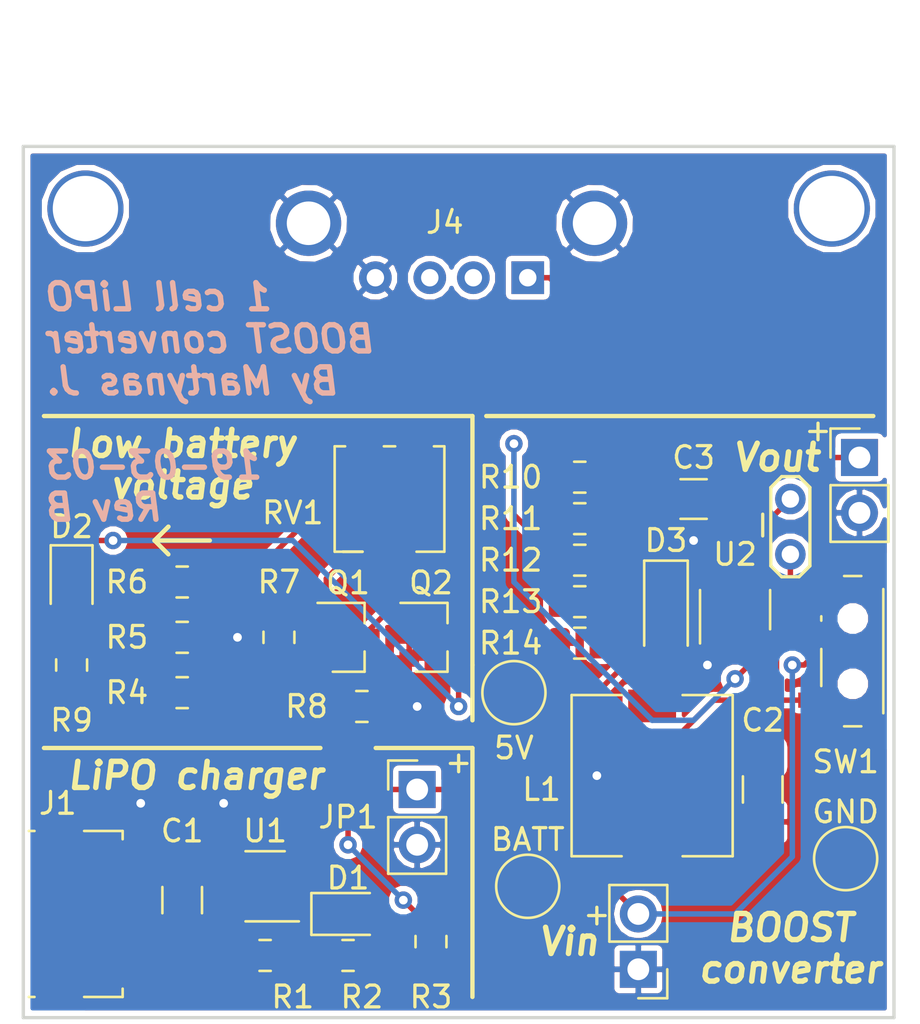
<source format=kicad_pcb>
(kicad_pcb (version 20171130) (host pcbnew 5.0.2-bee76a0~70~ubuntu18.04.1)

  (general
    (thickness 1.6)
    (drawings 23)
    (tracks 133)
    (zones 0)
    (modules 37)
    (nets 28)
  )

  (page A4)
  (title_block
    (title "1 Cell LiPO BOOST converter with low Vin indication")
    (date 2019-03-03)
    (rev B)
    (company "Martynas J.")
  )

  (layers
    (0 F.Cu signal)
    (31 B.Cu signal)
    (32 B.Adhes user hide)
    (33 F.Adhes user hide)
    (34 B.Paste user hide)
    (35 F.Paste user hide)
    (36 B.SilkS user)
    (37 F.SilkS user)
    (38 B.Mask user)
    (39 F.Mask user)
    (40 Dwgs.User user hide)
    (41 Cmts.User user hide)
    (42 Eco1.User user hide)
    (43 Eco2.User user hide)
    (44 Edge.Cuts user hide)
    (45 Margin user hide)
    (46 B.CrtYd user hide)
    (47 F.CrtYd user hide)
    (48 B.Fab user hide)
    (49 F.Fab user hide)
  )

  (setup
    (last_trace_width 0.25)
    (trace_clearance 0.2)
    (zone_clearance 0.254)
    (zone_45_only no)
    (trace_min 0.2)
    (segment_width 0.2)
    (edge_width 0.15)
    (via_size 0.8)
    (via_drill 0.4)
    (via_min_size 0.4)
    (via_min_drill 0.3)
    (uvia_size 0.3)
    (uvia_drill 0.1)
    (uvias_allowed no)
    (uvia_min_size 0.2)
    (uvia_min_drill 0.1)
    (pcb_text_width 0.3)
    (pcb_text_size 1.5 1.5)
    (mod_edge_width 0.15)
    (mod_text_size 1 1)
    (mod_text_width 0.15)
    (pad_size 1.7 1.7)
    (pad_drill 0.8)
    (pad_to_mask_clearance 0.051)
    (solder_mask_min_width 0.25)
    (aux_axis_origin 0 0)
    (grid_origin 12.065 198.12)
    (visible_elements FFFFFF7F)
    (pcbplotparams
      (layerselection 0x010fc_ffffffff)
      (usegerberextensions false)
      (usegerberattributes false)
      (usegerberadvancedattributes false)
      (creategerberjobfile false)
      (excludeedgelayer true)
      (linewidth 0.100000)
      (plotframeref false)
      (viasonmask false)
      (mode 1)
      (useauxorigin false)
      (hpglpennumber 1)
      (hpglpenspeed 20)
      (hpglpendiameter 15.000000)
      (psnegative false)
      (psa4output false)
      (plotreference true)
      (plotvalue true)
      (plotinvisibletext false)
      (padsonsilk false)
      (subtractmaskfromsilk false)
      (outputformat 1)
      (mirror false)
      (drillshape 1)
      (scaleselection 1)
      (outputdirectory ""))
  )

  (net 0 "")
  (net 1 GND)
  (net 2 +5V)
  (net 3 +BATT)
  (net 4 "Net-(R1-Pad2)")
  (net 5 "Net-(R13-Pad2)")
  (net 6 "Net-(R12-Pad2)")
  (net 7 "Net-(R11-Pad2)")
  (net 8 "Net-(R10-Pad2)")
  (net 9 "Net-(D2-Pad2)")
  (net 10 "Net-(Q1-Pad3)")
  (net 11 "Net-(R1-Pad1)")
  (net 12 "Net-(D1-Pad2)")
  (net 13 "Net-(R4-Pad2)")
  (net 14 "Net-(R5-Pad2)")
  (net 15 "Net-(R6-Pad2)")
  (net 16 "Net-(Q1-Pad1)")
  (net 17 "Net-(C1-Pad1)")
  (net 18 "Net-(D3-Pad2)")
  (net 19 "Net-(D2-Pad1)")
  (net 20 "Net-(J1-Pad2)")
  (net 21 "Net-(J1-Pad3)")
  (net 22 "Net-(J1-Pad4)")
  (net 23 "Net-(J4-Pad3)")
  (net 24 "Net-(J4-Pad2)")
  (net 25 "Net-(BATT1-Pad1)")
  (net 26 "Net-(I1-Pad1)")
  (net 27 "Net-(D1-Pad1)")

  (net_class Default "This is the default net class."
    (clearance 0.2)
    (trace_width 0.25)
    (via_dia 0.8)
    (via_drill 0.4)
    (uvia_dia 0.3)
    (uvia_drill 0.1)
    (add_net +5V)
    (add_net +BATT)
    (add_net GND)
    (add_net "Net-(BATT1-Pad1)")
    (add_net "Net-(C1-Pad1)")
    (add_net "Net-(D1-Pad1)")
    (add_net "Net-(D1-Pad2)")
    (add_net "Net-(D2-Pad1)")
    (add_net "Net-(D2-Pad2)")
    (add_net "Net-(D3-Pad2)")
    (add_net "Net-(I1-Pad1)")
    (add_net "Net-(J1-Pad2)")
    (add_net "Net-(J1-Pad3)")
    (add_net "Net-(J1-Pad4)")
    (add_net "Net-(J4-Pad2)")
    (add_net "Net-(J4-Pad3)")
    (add_net "Net-(Q1-Pad1)")
    (add_net "Net-(Q1-Pad3)")
    (add_net "Net-(R1-Pad1)")
    (add_net "Net-(R1-Pad2)")
    (add_net "Net-(R10-Pad2)")
    (add_net "Net-(R11-Pad2)")
    (add_net "Net-(R12-Pad2)")
    (add_net "Net-(R13-Pad2)")
    (add_net "Net-(R4-Pad2)")
    (add_net "Net-(R5-Pad2)")
    (add_net "Net-(R6-Pad2)")
  )

  (module Connector_PinHeader_2.54mm:PinHeader_1x02_P2.54mm_Vertical (layer F.Cu) (tedit 5C7B934D) (tstamp 5C7B9EC1)
    (at 155.575 119.38 180)
    (descr "Through hole straight pin header, 1x02, 2.54mm pitch, single row")
    (tags "Through hole pin header THT 1x02 2.54mm single row")
    (path /5C02BD79)
    (fp_text reference + (at 1.905 2.54 180) (layer F.SilkS)
      (effects (font (size 1 1) (thickness 0.15)))
    )
    (fp_text value LiPo (at 0 4.87 180) (layer F.Fab)
      (effects (font (size 1 1) (thickness 0.15)))
    )
    (fp_line (start -0.635 -1.27) (end 1.27 -1.27) (layer F.Fab) (width 0.1))
    (fp_line (start 1.27 -1.27) (end 1.27 3.81) (layer F.Fab) (width 0.1))
    (fp_line (start 1.27 3.81) (end -1.27 3.81) (layer F.Fab) (width 0.1))
    (fp_line (start -1.27 3.81) (end -1.27 -0.635) (layer F.Fab) (width 0.1))
    (fp_line (start -1.27 -0.635) (end -0.635 -1.27) (layer F.Fab) (width 0.1))
    (fp_line (start -1.33 3.87) (end 1.33 3.87) (layer F.SilkS) (width 0.12))
    (fp_line (start -1.33 1.27) (end -1.33 3.87) (layer F.SilkS) (width 0.12))
    (fp_line (start 1.33 1.27) (end 1.33 3.87) (layer F.SilkS) (width 0.12))
    (fp_line (start -1.33 1.27) (end 1.33 1.27) (layer F.SilkS) (width 0.12))
    (fp_line (start -1.33 0) (end -1.33 -1.33) (layer F.SilkS) (width 0.12))
    (fp_line (start -1.33 -1.33) (end 0 -1.33) (layer F.SilkS) (width 0.12))
    (fp_line (start -1.8 -1.8) (end -1.8 4.35) (layer F.CrtYd) (width 0.05))
    (fp_line (start -1.8 4.35) (end 1.8 4.35) (layer F.CrtYd) (width 0.05))
    (fp_line (start 1.8 4.35) (end 1.8 -1.8) (layer F.CrtYd) (width 0.05))
    (fp_line (start 1.8 -1.8) (end -1.8 -1.8) (layer F.CrtYd) (width 0.05))
    (fp_text user %R (at 0 1.27 270) (layer F.Fab)
      (effects (font (size 1 1) (thickness 0.15)))
    )
    (pad 1 thru_hole rect (at 0 0 180) (size 1.7 1.7) (drill 1) (layers *.Cu *.Mask)
      (net 1 GND))
    (pad 2 thru_hole oval (at 0 2.54 180) (size 1.7 1.7) (drill 1) (layers *.Cu *.Mask)
      (net 25 "Net-(BATT1-Pad1)"))
    (model ${KISYS3DMOD}/Connector_PinHeader_2.54mm.3dshapes/PinHeader_1x02_P2.54mm_Vertical.wrl
      (at (xyz 0 0 0))
      (scale (xyz 1 1 1))
      (rotate (xyz 0 0 0))
    )
  )

  (module Connector_PinHeader_2.54mm:PinHeader_1x02_P2.54mm_Vertical (layer F.Cu) (tedit 5C7B931E) (tstamp 5C7B9EAB)
    (at 145.415 111.125)
    (descr "Through hole straight pin header, 1x02, 2.54mm pitch, single row")
    (tags "Through hole pin header THT 1x02 2.54mm single row")
    (path /5C522D90)
    (fp_text reference + (at 1.905 -1.27) (layer F.SilkS)
      (effects (font (size 1 1) (thickness 0.15)))
    )
    (fp_text value Vin (at 0 4.87) (layer F.Fab)
      (effects (font (size 1 1) (thickness 0.15)))
    )
    (fp_text user %R (at 0 1.27 90) (layer F.Fab)
      (effects (font (size 1 1) (thickness 0.15)))
    )
    (fp_line (start 1.8 -1.8) (end -1.8 -1.8) (layer F.CrtYd) (width 0.05))
    (fp_line (start 1.8 4.35) (end 1.8 -1.8) (layer F.CrtYd) (width 0.05))
    (fp_line (start -1.8 4.35) (end 1.8 4.35) (layer F.CrtYd) (width 0.05))
    (fp_line (start -1.8 -1.8) (end -1.8 4.35) (layer F.CrtYd) (width 0.05))
    (fp_line (start -1.33 -1.33) (end 0 -1.33) (layer F.SilkS) (width 0.12))
    (fp_line (start -1.33 0) (end -1.33 -1.33) (layer F.SilkS) (width 0.12))
    (fp_line (start -1.33 1.27) (end 1.33 1.27) (layer F.SilkS) (width 0.12))
    (fp_line (start 1.33 1.27) (end 1.33 3.87) (layer F.SilkS) (width 0.12))
    (fp_line (start -1.33 1.27) (end -1.33 3.87) (layer F.SilkS) (width 0.12))
    (fp_line (start -1.33 3.87) (end 1.33 3.87) (layer F.SilkS) (width 0.12))
    (fp_line (start -1.27 -0.635) (end -0.635 -1.27) (layer F.Fab) (width 0.1))
    (fp_line (start -1.27 3.81) (end -1.27 -0.635) (layer F.Fab) (width 0.1))
    (fp_line (start 1.27 3.81) (end -1.27 3.81) (layer F.Fab) (width 0.1))
    (fp_line (start 1.27 -1.27) (end 1.27 3.81) (layer F.Fab) (width 0.1))
    (fp_line (start -0.635 -1.27) (end 1.27 -1.27) (layer F.Fab) (width 0.1))
    (pad 2 thru_hole oval (at 0 2.54) (size 1.7 1.7) (drill 1) (layers *.Cu *.Mask)
      (net 1 GND))
    (pad 1 thru_hole rect (at 0 0) (size 1.7 1.7) (drill 1) (layers *.Cu *.Mask)
      (net 25 "Net-(BATT1-Pad1)"))
    (model ${KISYS3DMOD}/Connector_PinHeader_2.54mm.3dshapes/PinHeader_1x02_P2.54mm_Vertical.wrl
      (at (xyz 0 0 0))
      (scale (xyz 1 1 1))
      (rotate (xyz 0 0 0))
    )
  )

  (module Connector_PinHeader_2.54mm:PinHeader_1x02_P2.54mm_Vertical (layer F.Cu) (tedit 5C7B9234) (tstamp 5C7B9E95)
    (at 165.735 95.885)
    (descr "Through hole straight pin header, 1x02, 2.54mm pitch, single row")
    (tags "Through hole pin header THT 1x02 2.54mm single row")
    (path /5C522ED8)
    (fp_text reference + (at -1.905 -1.27) (layer F.SilkS)
      (effects (font (size 1 1) (thickness 0.15)))
    )
    (fp_text value Vout (at 0 4.87) (layer F.Fab)
      (effects (font (size 1 1) (thickness 0.15)))
    )
    (fp_line (start -0.635 -1.27) (end 1.27 -1.27) (layer F.Fab) (width 0.1))
    (fp_line (start 1.27 -1.27) (end 1.27 3.81) (layer F.Fab) (width 0.1))
    (fp_line (start 1.27 3.81) (end -1.27 3.81) (layer F.Fab) (width 0.1))
    (fp_line (start -1.27 3.81) (end -1.27 -0.635) (layer F.Fab) (width 0.1))
    (fp_line (start -1.27 -0.635) (end -0.635 -1.27) (layer F.Fab) (width 0.1))
    (fp_line (start -1.33 3.87) (end 1.33 3.87) (layer F.SilkS) (width 0.12))
    (fp_line (start -1.33 1.27) (end -1.33 3.87) (layer F.SilkS) (width 0.12))
    (fp_line (start 1.33 1.27) (end 1.33 3.87) (layer F.SilkS) (width 0.12))
    (fp_line (start -1.33 1.27) (end 1.33 1.27) (layer F.SilkS) (width 0.12))
    (fp_line (start -1.33 0) (end -1.33 -1.33) (layer F.SilkS) (width 0.12))
    (fp_line (start -1.33 -1.33) (end 0 -1.33) (layer F.SilkS) (width 0.12))
    (fp_line (start -1.8 -1.8) (end -1.8 4.35) (layer F.CrtYd) (width 0.05))
    (fp_line (start -1.8 4.35) (end 1.8 4.35) (layer F.CrtYd) (width 0.05))
    (fp_line (start 1.8 4.35) (end 1.8 -1.8) (layer F.CrtYd) (width 0.05))
    (fp_line (start 1.8 -1.8) (end -1.8 -1.8) (layer F.CrtYd) (width 0.05))
    (fp_text user %R (at 0 1.27 90) (layer F.Fab)
      (effects (font (size 1 1) (thickness 0.15)))
    )
    (pad 1 thru_hole rect (at 0 0) (size 1.7 1.7) (drill 1) (layers *.Cu *.Mask)
      (net 2 +5V))
    (pad 2 thru_hole oval (at 0 2.54) (size 1.7 1.7) (drill 1) (layers *.Cu *.Mask)
      (net 1 GND))
    (model ${KISYS3DMOD}/Connector_PinHeader_2.54mm.3dshapes/PinHeader_1x02_P2.54mm_Vertical.wrl
      (at (xyz 0 0 0))
      (scale (xyz 1 1 1))
      (rotate (xyz 0 0 0))
    )
  )

  (module LED_SMD:LED_0805_2012Metric (layer F.Cu) (tedit 5B36C52C) (tstamp 5C7B9D7F)
    (at 142.24 116.84)
    (descr "LED SMD 0805 (2012 Metric), square (rectangular) end terminal, IPC_7351 nominal, (Body size source: https://docs.google.com/spreadsheets/d/1BsfQQcO9C6DZCsRaXUlFlo91Tg2WpOkGARC1WS5S8t0/edit?usp=sharing), generated with kicad-footprint-generator")
    (tags diode)
    (path /5C50C8A7)
    (attr smd)
    (fp_text reference D1 (at 0 -1.65) (layer F.SilkS)
      (effects (font (size 1 1) (thickness 0.15)))
    )
    (fp_text value LED (at 0 1.65) (layer F.Fab)
      (effects (font (size 1 1) (thickness 0.15)))
    )
    (fp_line (start 1 -0.6) (end -0.7 -0.6) (layer F.Fab) (width 0.1))
    (fp_line (start -0.7 -0.6) (end -1 -0.3) (layer F.Fab) (width 0.1))
    (fp_line (start -1 -0.3) (end -1 0.6) (layer F.Fab) (width 0.1))
    (fp_line (start -1 0.6) (end 1 0.6) (layer F.Fab) (width 0.1))
    (fp_line (start 1 0.6) (end 1 -0.6) (layer F.Fab) (width 0.1))
    (fp_line (start 1 -0.96) (end -1.685 -0.96) (layer F.SilkS) (width 0.12))
    (fp_line (start -1.685 -0.96) (end -1.685 0.96) (layer F.SilkS) (width 0.12))
    (fp_line (start -1.685 0.96) (end 1 0.96) (layer F.SilkS) (width 0.12))
    (fp_line (start -1.68 0.95) (end -1.68 -0.95) (layer F.CrtYd) (width 0.05))
    (fp_line (start -1.68 -0.95) (end 1.68 -0.95) (layer F.CrtYd) (width 0.05))
    (fp_line (start 1.68 -0.95) (end 1.68 0.95) (layer F.CrtYd) (width 0.05))
    (fp_line (start 1.68 0.95) (end -1.68 0.95) (layer F.CrtYd) (width 0.05))
    (fp_text user %R (at 0 0) (layer F.Fab)
      (effects (font (size 0.5 0.5) (thickness 0.08)))
    )
    (pad 1 smd roundrect (at -0.9375 0) (size 0.975 1.4) (layers F.Cu F.Paste F.Mask) (roundrect_rratio 0.25)
      (net 27 "Net-(D1-Pad1)"))
    (pad 2 smd roundrect (at 0.9375 0) (size 0.975 1.4) (layers F.Cu F.Paste F.Mask) (roundrect_rratio 0.25)
      (net 12 "Net-(D1-Pad2)"))
    (model ${KISYS3DMOD}/LED_SMD.3dshapes/LED_0805_2012Metric.wrl
      (at (xyz 0 0 0))
      (scale (xyz 1 1 1))
      (rotate (xyz 0 0 0))
    )
  )

  (module Resistor_SMD:R_0805_2012Metric (layer F.Cu) (tedit 5B36C52B) (tstamp 5C7B9C2C)
    (at 146.05 118.11 270)
    (descr "Resistor SMD 0805 (2012 Metric), square (rectangular) end terminal, IPC_7351 nominal, (Body size source: https://docs.google.com/spreadsheets/d/1BsfQQcO9C6DZCsRaXUlFlo91Tg2WpOkGARC1WS5S8t0/edit?usp=sharing), generated with kicad-footprint-generator")
    (tags resistor)
    (path /5C50C8A0)
    (attr smd)
    (fp_text reference R3 (at 2.54 0) (layer F.SilkS)
      (effects (font (size 1 1) (thickness 0.15)))
    )
    (fp_text value 1K (at 0 1.65 270) (layer F.Fab)
      (effects (font (size 1 1) (thickness 0.15)))
    )
    (fp_line (start -1 0.6) (end -1 -0.6) (layer F.Fab) (width 0.1))
    (fp_line (start -1 -0.6) (end 1 -0.6) (layer F.Fab) (width 0.1))
    (fp_line (start 1 -0.6) (end 1 0.6) (layer F.Fab) (width 0.1))
    (fp_line (start 1 0.6) (end -1 0.6) (layer F.Fab) (width 0.1))
    (fp_line (start -0.258578 -0.71) (end 0.258578 -0.71) (layer F.SilkS) (width 0.12))
    (fp_line (start -0.258578 0.71) (end 0.258578 0.71) (layer F.SilkS) (width 0.12))
    (fp_line (start -1.68 0.95) (end -1.68 -0.95) (layer F.CrtYd) (width 0.05))
    (fp_line (start -1.68 -0.95) (end 1.68 -0.95) (layer F.CrtYd) (width 0.05))
    (fp_line (start 1.68 -0.95) (end 1.68 0.95) (layer F.CrtYd) (width 0.05))
    (fp_line (start 1.68 0.95) (end -1.68 0.95) (layer F.CrtYd) (width 0.05))
    (fp_text user %R (at 0 0 270) (layer F.Fab)
      (effects (font (size 0.5 0.5) (thickness 0.08)))
    )
    (pad 1 smd roundrect (at -0.9375 0 270) (size 0.975 1.4) (layers F.Cu F.Paste F.Mask) (roundrect_rratio 0.25)
      (net 25 "Net-(BATT1-Pad1)"))
    (pad 2 smd roundrect (at 0.9375 0 270) (size 0.975 1.4) (layers F.Cu F.Paste F.Mask) (roundrect_rratio 0.25)
      (net 12 "Net-(D1-Pad2)"))
    (model ${KISYS3DMOD}/Resistor_SMD.3dshapes/R_0805_2012Metric.wrl
      (at (xyz 0 0 0))
      (scale (xyz 1 1 1))
      (rotate (xyz 0 0 0))
    )
  )

  (module TestPoint:TestPoint_2Pads_Pitch2.54mm_Drill0.8mm (layer F.Cu) (tedit 5C7B91D9) (tstamp 5C7B9ABB)
    (at 162.56 100.33 90)
    (descr "Test point with 2 pins, pitch 2.54mm, drill diameter 0.8mm")
    (tags "CONN DEV")
    (path /5C501638)
    (attr virtual)
    (fp_text reference I (at 1.3 -1.27 180) (layer F.SilkS)
      (effects (font (size 1 1) (thickness 0.15)))
    )
    (fp_text value Current (at 1.27 2 90) (layer F.Fab)
      (effects (font (size 1 1) (thickness 0.15)))
    )
    (fp_text user %R (at 1.3 -2 90) (layer F.Fab)
      (effects (font (size 1 1) (thickness 0.15)))
    )
    (fp_line (start -0.65 1.15) (end 3.15 1.15) (layer F.CrtYd) (width 0.05))
    (fp_line (start 3.15 1.15) (end 3.8 0.5) (layer F.CrtYd) (width 0.05))
    (fp_line (start 3.8 0.5) (end 3.8 -0.5) (layer F.CrtYd) (width 0.05))
    (fp_line (start 3.8 -0.5) (end 3.15 -1.15) (layer F.CrtYd) (width 0.05))
    (fp_line (start 3.15 -1.15) (end -0.65 -1.15) (layer F.CrtYd) (width 0.05))
    (fp_line (start -0.65 -1.15) (end -1.3 -0.5) (layer F.CrtYd) (width 0.05))
    (fp_line (start -1.3 -0.5) (end -1.3 0.5) (layer F.CrtYd) (width 0.05))
    (fp_line (start -1.3 0.5) (end -0.65 1.15) (layer F.CrtYd) (width 0.05))
    (fp_line (start -0.53 -0.9) (end 3.07 -0.9) (layer F.SilkS) (width 0.15))
    (fp_line (start 3.07 -0.9) (end 3.57 -0.4) (layer F.SilkS) (width 0.15))
    (fp_line (start 3.57 -0.4) (end 3.57 0.4) (layer F.SilkS) (width 0.15))
    (fp_line (start 3.57 0.4) (end 3.07 0.9) (layer F.SilkS) (width 0.15))
    (fp_line (start 3.07 0.9) (end -0.53 0.9) (layer F.SilkS) (width 0.15))
    (fp_line (start -0.53 0.9) (end -1.03 0.4) (layer F.SilkS) (width 0.15))
    (fp_line (start -1.03 0.4) (end -1.03 -0.4) (layer F.SilkS) (width 0.15))
    (fp_line (start -1.03 -0.4) (end -0.53 -0.9) (layer F.SilkS) (width 0.15))
    (pad 1 thru_hole circle (at 0 0 90) (size 1.4 1.4) (drill 0.8) (layers *.Cu *.Mask)
      (net 26 "Net-(I1-Pad1)"))
    (pad 2 thru_hole circle (at 2.54 0 90) (size 1.4 1.4) (drill 0.8) (layers *.Cu *.Mask)
      (net 3 +BATT))
  )

  (module TestPoint:TestPoint_Pad_D2.5mm (layer F.Cu) (tedit 5C7B93DE) (tstamp 5C7B9AA4)
    (at 165.1 114.3)
    (descr "SMD pad as test Point, diameter 2.5mm")
    (tags "test point SMD pad")
    (path /5C501B0D)
    (attr virtual)
    (fp_text reference GND (at 0 -2.148) (layer F.SilkS)
      (effects (font (size 1 1) (thickness 0.15)))
    )
    (fp_text value GND (at 0 2.25) (layer F.Fab)
      (effects (font (size 1 1) (thickness 0.15)))
    )
    (fp_text user %R (at 0 -2.15) (layer F.Fab)
      (effects (font (size 1 1) (thickness 0.15)))
    )
    (fp_circle (center 0 0) (end 1.75 0) (layer F.CrtYd) (width 0.05))
    (fp_circle (center 0 0) (end 0 1.45) (layer F.SilkS) (width 0.12))
    (pad 1 smd circle (at 0 0) (size 2.5 2.5) (layers F.Cu F.Mask)
      (net 1 GND))
  )

  (module TestPoint:TestPoint_Pad_D2.5mm (layer F.Cu) (tedit 5C7B93FC) (tstamp 5C7B9A9C)
    (at 150.495 115.57)
    (descr "SMD pad as test Point, diameter 2.5mm")
    (tags "test point SMD pad")
    (path /5C50177D)
    (attr virtual)
    (fp_text reference BATT (at 0 -2.148) (layer F.SilkS)
      (effects (font (size 1 1) (thickness 0.15)))
    )
    (fp_text value LiPO (at 0 2.25) (layer F.Fab)
      (effects (font (size 1 1) (thickness 0.15)))
    )
    (fp_circle (center 0 0) (end 0 1.45) (layer F.SilkS) (width 0.12))
    (fp_circle (center 0 0) (end 1.75 0) (layer F.CrtYd) (width 0.05))
    (fp_text user %R (at 0 -2.15) (layer F.Fab)
      (effects (font (size 1 1) (thickness 0.15)))
    )
    (pad 1 smd circle (at 0 0) (size 2.5 2.5) (layers F.Cu F.Mask)
      (net 25 "Net-(BATT1-Pad1)"))
  )

  (module TestPoint:TestPoint_Pad_D2.5mm (layer F.Cu) (tedit 5C7B943D) (tstamp 5C7B9A94)
    (at 149.86 106.68)
    (descr "SMD pad as test Point, diameter 2.5mm")
    (tags "test point SMD pad")
    (path /5C501A39)
    (attr virtual)
    (fp_text reference 5V (at 0 2.54) (layer F.SilkS)
      (effects (font (size 1 1) (thickness 0.15)))
    )
    (fp_text value +5V (at 0 2.25) (layer F.Fab)
      (effects (font (size 1 1) (thickness 0.15)))
    )
    (fp_text user %R (at 0 -2.15) (layer F.Fab)
      (effects (font (size 1 1) (thickness 0.15)))
    )
    (fp_circle (center 0 0) (end 1.75 0) (layer F.CrtYd) (width 0.05))
    (fp_circle (center 0 0) (end 0 1.45) (layer F.SilkS) (width 0.12))
    (pad 1 smd circle (at 0 0) (size 2.5 2.5) (layers F.Cu F.Mask)
      (net 2 +5V))
  )

  (module Connector_USB:USB_A_THT (layer F.Cu) (tedit 5C549E49) (tstamp 5C6C1B46)
    (at 150.495 87.63 180)
    (tags USB_A)
    (path /5C505715)
    (fp_text reference J4 (at 3.81 2.54 180) (layer F.SilkS)
      (effects (font (size 1 1) (thickness 0.15)))
    )
    (fp_text value USB_A (at 3.5 13.97 180) (layer F.Fab)
      (effects (font (size 1 1) (thickness 0.15)))
    )
    (fp_line (start 12.07 6.17) (end 10.91 7.33) (layer F.CrtYd) (width 0.05))
    (fp_line (start 9.26 -2.35) (end 8.8 -1.89) (layer F.CrtYd) (width 0.05))
    (fp_line (start 10.91 -2.35) (end 9.26 -2.35) (layer F.CrtYd) (width 0.05))
    (fp_line (start 11.25 11.43) (end 11.25 12.7) (layer F.CrtYd) (width 0.05))
    (fp_line (start 10.26 11.43) (end 11.25 11.43) (layer F.CrtYd) (width 0.05))
    (fp_text user %R (at 3.5 7 180) (layer F.Fab)
      (effects (font (size 1 1) (thickness 0.15)))
    )
    (fp_line (start 0 -1.1) (end -0.3 -1.38) (layer F.Fab) (width 0.12))
    (fp_line (start 0 -1.1) (end 0.3 -1.38) (layer F.Fab) (width 0.12))
    (fp_line (start 10.75 11.43) (end 10.75 12.7) (layer F.Fab) (width 0.1))
    (fp_line (start 9.75 11.43) (end 10.75 11.43) (layer F.Fab) (width 0.1))
    (fp_line (start -3.75 11.43) (end -3.75 12.7) (layer F.Fab) (width 0.1))
    (fp_line (start -2.75 11.43) (end -3.75 11.43) (layer F.Fab) (width 0.1))
    (fp_line (start 9.75 -1.39) (end -2.75 -1.39) (layer F.Fab) (width 0.1))
    (fp_line (start -2.75 -1.39) (end -2.75 11.43) (layer F.Fab) (width 0.1))
    (fp_line (start 10.75 12.7) (end -3.75 12.7) (layer F.Fab) (width 0.1))
    (fp_line (start -4.25 12.7) (end 11.25 12.7) (layer F.CrtYd) (width 0.05))
    (fp_line (start 9.75 -1.39) (end 9.75 11.43) (layer F.Fab) (width 0.1))
    (fp_line (start 10.26 7.33) (end 10.26 11.43) (layer F.CrtYd) (width 0.05))
    (fp_line (start 8.8 -1.89) (end -1.8 -1.89) (layer F.CrtYd) (width 0.05))
    (fp_line (start -3.26 7.33) (end -3.26 11.43) (layer F.CrtYd) (width 0.05))
    (fp_line (start -3.26 11.43) (end -4.25 11.43) (layer F.CrtYd) (width 0.05))
    (fp_line (start -4.25 11.43) (end -4.25 12.7) (layer F.CrtYd) (width 0.05))
    (fp_line (start 12.07 -1.19) (end 12.07 6.17) (layer F.CrtYd) (width 0.05))
    (fp_line (start 10.26 7.33) (end 10.91 7.33) (layer F.CrtYd) (width 0.05))
    (fp_line (start -5.07 6.17) (end -3.91 7.33) (layer F.CrtYd) (width 0.05))
    (fp_line (start -3.26 7.33) (end -3.91 7.33) (layer F.CrtYd) (width 0.05))
    (fp_line (start 10.91 -2.35) (end 12.07 -1.19) (layer F.CrtYd) (width 0.05))
    (fp_line (start -2.26 -2.35) (end -1.8 -1.89) (layer F.CrtYd) (width 0.05))
    (fp_line (start -2.26 -2.35) (end -3.91 -2.35) (layer F.CrtYd) (width 0.05))
    (fp_line (start -3.91 -2.35) (end -5.07 -1.19) (layer F.CrtYd) (width 0.05))
    (fp_line (start -5.07 -1.19) (end -5.07 6.17) (layer F.CrtYd) (width 0.05))
    (pad 4 thru_hole circle (at 7 0 180) (size 1.5 1.5) (drill 0.8) (layers *.Cu *.Mask)
      (net 1 GND))
    (pad 3 thru_hole circle (at 4.5 0 180) (size 1.5 1.5) (drill 0.8) (layers *.Cu *.Mask)
      (net 23 "Net-(J4-Pad3)"))
    (pad 2 thru_hole circle (at 2.5 0 180) (size 1.5 1.5) (drill 0.8) (layers *.Cu *.Mask)
      (net 24 "Net-(J4-Pad2)"))
    (pad 1 thru_hole rect (at 0 0 180) (size 1.5 1.5) (drill 0.8) (layers *.Cu *.Mask)
      (net 2 +5V))
    (pad 5 thru_hole circle (at -3.07 2.5 180) (size 3 3) (drill 2) (layers *.Cu *.Mask)
      (net 1 GND))
    (pad 5 thru_hole circle (at 10.07 2.5 180) (size 3 3) (drill 2) (layers *.Cu *.Mask)
      (net 1 GND))
    (model ${KISYS3DMOD}/Connectors_USB.3dshapes/USB-A-01.step
      (offset (xyz 3.5 1.2 0))
      (scale (xyz 1 1 1))
      (rotate (xyz -90 0 90))
    )
  )

  (module Button_Switch_SMD:SW_SPDT_PCM12 (layer F.Cu) (tedit 5C549AD3) (tstamp 5C6C1BE5)
    (at 165.1 104.775 90)
    (descr "Ultraminiature Surface Mount Slide Switch")
    (path /5C4FDF43)
    (attr smd)
    (fp_text reference SW1 (at -5.08 0 180) (layer F.SilkS)
      (effects (font (size 1 1) (thickness 0.15)))
    )
    (fp_text value ON/OFF (at 0 4.25 90) (layer F.Fab)
      (effects (font (size 1 1) (thickness 0.15)))
    )
    (fp_text user %R (at 0 -3.2 90) (layer F.Fab)
      (effects (font (size 1 1) (thickness 0.15)))
    )
    (fp_line (start -1.4 1.65) (end -1.4 2.95) (layer F.Fab) (width 0.1))
    (fp_line (start -1.4 2.95) (end -1.2 3.15) (layer F.Fab) (width 0.1))
    (fp_line (start -1.2 3.15) (end -0.35 3.15) (layer F.Fab) (width 0.1))
    (fp_line (start -0.35 3.15) (end -0.15 2.95) (layer F.Fab) (width 0.1))
    (fp_line (start -0.15 2.95) (end -0.1 2.9) (layer F.Fab) (width 0.1))
    (fp_line (start -0.1 2.9) (end -0.1 1.6) (layer F.Fab) (width 0.1))
    (fp_line (start -3.35 -1) (end -3.35 1.6) (layer F.Fab) (width 0.1))
    (fp_line (start -3.35 1.6) (end 3.35 1.6) (layer F.Fab) (width 0.1))
    (fp_line (start 3.35 1.6) (end 3.35 -1) (layer F.Fab) (width 0.1))
    (fp_line (start 3.35 -1) (end -3.35 -1) (layer F.Fab) (width 0.1))
    (fp_line (start 1.4 -1.12) (end 1.6 -1.12) (layer F.SilkS) (width 0.12))
    (fp_line (start -4.4 -2.45) (end 4.4 -2.45) (layer F.CrtYd) (width 0.05))
    (fp_line (start 4.4 -2.45) (end 4.4 2.1) (layer F.CrtYd) (width 0.05))
    (fp_line (start 4.4 2.1) (end 1.65 2.1) (layer F.CrtYd) (width 0.05))
    (fp_line (start 1.65 2.1) (end 1.65 3.4) (layer F.CrtYd) (width 0.05))
    (fp_line (start 1.65 3.4) (end -1.65 3.4) (layer F.CrtYd) (width 0.05))
    (fp_line (start -1.65 3.4) (end -1.65 2.1) (layer F.CrtYd) (width 0.05))
    (fp_line (start -1.65 2.1) (end -4.4 2.1) (layer F.CrtYd) (width 0.05))
    (fp_line (start -4.4 2.1) (end -4.4 -2.45) (layer F.CrtYd) (width 0.05))
    (fp_line (start -2.85 1.73) (end 2.85 1.73) (layer F.SilkS) (width 0.12))
    (fp_line (start -1.6 -1.12) (end 0.1 -1.12) (layer F.SilkS) (width 0.12))
    (fp_line (start -3.45 -0.07) (end -3.45 0.72) (layer F.SilkS) (width 0.12))
    (fp_line (start 3.45 0.72) (end 3.45 -0.07) (layer F.SilkS) (width 0.12))
    (pad "" np_thru_hole circle (at -1.5 0.33 90) (size 0.9 0.9) (drill 0.9) (layers *.Cu *.Mask))
    (pad "" np_thru_hole circle (at 1.5 0.33 90) (size 0.9 0.9) (drill 0.9) (layers *.Cu *.Mask))
    (pad 1 smd rect (at -2.25 -1.43 90) (size 0.7 1.5) (layers F.Cu F.Paste F.Mask)
      (net 3 +BATT))
    (pad 2 smd rect (at 0.75 -1.43 90) (size 0.7 1.5) (layers F.Cu F.Paste F.Mask)
      (net 25 "Net-(BATT1-Pad1)"))
    (pad 3 smd rect (at 2.25 -1.43 90) (size 0.7 1.5) (layers F.Cu F.Paste F.Mask)
      (net 26 "Net-(I1-Pad1)"))
    (pad "" smd rect (at -3.65 1.43 90) (size 1 0.8) (layers F.Cu F.Paste F.Mask))
    (pad "" smd rect (at 3.65 1.43 90) (size 1 0.8) (layers F.Cu F.Paste F.Mask))
    (pad "" smd rect (at 3.65 -0.78 90) (size 1 0.8) (layers F.Cu F.Paste F.Mask))
    (pad "" smd rect (at -3.65 -0.78 90) (size 1 0.8) (layers F.Cu F.Paste F.Mask))
    (model ${KISYS3DMOD}/Button_Switch_SMD.3dshapes/SW_SPDT_PCM12.wrl
      (at (xyz 0 0 0))
      (scale (xyz 1 1 1))
      (rotate (xyz 0 0 0))
    )
  )

  (module Jumper:SolderJumper-2_P1.3mm_Open_RoundedPad1.0x1.5mm (layer F.Cu) (tedit 5C5474FA) (tstamp 5C54C717)
    (at 142.24 109.855 270)
    (descr "SMD Solder Jumper, 1x1.5mm, rounded Pads, 0.3mm gap, open")
    (tags "solder jumper open")
    (path /5C54A9A5)
    (attr virtual)
    (fp_text reference JP1 (at 2.54 0) (layer F.SilkS)
      (effects (font (size 1 1) (thickness 0.15)))
    )
    (fp_text value SJ_O (at 0 1.9 270) (layer F.Fab)
      (effects (font (size 1 1) (thickness 0.15)))
    )
    (fp_line (start -1.65 -1.25) (end 1.65 -1.25) (layer F.CrtYd) (width 0.05))
    (fp_line (start -1.65 -1.25) (end -1.65 1.25) (layer F.CrtYd) (width 0.05))
    (fp_line (start 1.65 1.25) (end 1.65 -1.25) (layer F.CrtYd) (width 0.05))
    (fp_line (start 1.65 1.25) (end -1.65 1.25) (layer F.CrtYd) (width 0.05))
    (pad 1 smd custom (at -0.65 0 270) (size 1 0.5) (layers F.Cu F.Mask)
      (net 3 +BATT) (zone_connect 0)
      (options (clearance outline) (anchor rect))
      (primitives
        (gr_circle (center 0 0.25) (end 0.5 0.25) (width 0))
        (gr_circle (center 0 -0.25) (end 0.5 -0.25) (width 0))
        (gr_poly (pts
           (xy 0 -0.75) (xy 0.5 -0.75) (xy 0.5 0.75) (xy 0 0.75)) (width 0))
      ))
    (pad 2 smd custom (at 0.65 0 270) (size 1 0.5) (layers F.Cu F.Mask)
      (net 25 "Net-(BATT1-Pad1)") (zone_connect 0)
      (options (clearance outline) (anchor rect))
      (primitives
        (gr_circle (center 0 0.25) (end 0.5 0.25) (width 0))
        (gr_circle (center 0 -0.25) (end 0.5 -0.25) (width 0))
        (gr_poly (pts
           (xy 0 -0.75) (xy -0.5 -0.75) (xy -0.5 0.75) (xy 0 0.75)) (width 0))
      ))
  )

  (module Capacitor_SMD:C_1206_3216Metric_Pad1.42x1.75mm_HandSolder (layer F.Cu) (tedit 5B301BBE) (tstamp 5C6C1BBB)
    (at 134.62 116.205 270)
    (descr "Capacitor SMD 1206 (3216 Metric), square (rectangular) end terminal, IPC_7351 nominal with elongated pad for handsoldering. (Body size source: http://www.tortai-tech.com/upload/download/2011102023233369053.pdf), generated with kicad-footprint-generator")
    (tags "capacitor handsolder")
    (path /5C50C899)
    (attr smd)
    (fp_text reference C1 (at -3.175 0) (layer F.SilkS)
      (effects (font (size 1 1) (thickness 0.15)))
    )
    (fp_text value 10u (at 0 1.82 270) (layer F.Fab)
      (effects (font (size 1 1) (thickness 0.15)))
    )
    (fp_line (start -1.6 0.8) (end -1.6 -0.8) (layer F.Fab) (width 0.1))
    (fp_line (start -1.6 -0.8) (end 1.6 -0.8) (layer F.Fab) (width 0.1))
    (fp_line (start 1.6 -0.8) (end 1.6 0.8) (layer F.Fab) (width 0.1))
    (fp_line (start 1.6 0.8) (end -1.6 0.8) (layer F.Fab) (width 0.1))
    (fp_line (start -0.602064 -0.91) (end 0.602064 -0.91) (layer F.SilkS) (width 0.12))
    (fp_line (start -0.602064 0.91) (end 0.602064 0.91) (layer F.SilkS) (width 0.12))
    (fp_line (start -2.45 1.12) (end -2.45 -1.12) (layer F.CrtYd) (width 0.05))
    (fp_line (start -2.45 -1.12) (end 2.45 -1.12) (layer F.CrtYd) (width 0.05))
    (fp_line (start 2.45 -1.12) (end 2.45 1.12) (layer F.CrtYd) (width 0.05))
    (fp_line (start 2.45 1.12) (end -2.45 1.12) (layer F.CrtYd) (width 0.05))
    (fp_text user %R (at 0 0 270) (layer F.Fab)
      (effects (font (size 0.8 0.8) (thickness 0.12)))
    )
    (pad 1 smd roundrect (at -1.4875 0 270) (size 1.425 1.75) (layers F.Cu F.Paste F.Mask) (roundrect_rratio 0.175439)
      (net 17 "Net-(C1-Pad1)"))
    (pad 2 smd roundrect (at 1.4875 0 270) (size 1.425 1.75) (layers F.Cu F.Paste F.Mask) (roundrect_rratio 0.175439)
      (net 1 GND))
    (model ${KISYS3DMOD}/Capacitor_SMD.3dshapes/C_1206_3216Metric.wrl
      (at (xyz 0 0 0))
      (scale (xyz 1 1 1))
      (rotate (xyz 0 0 0))
    )
  )

  (module Capacitor_SMD:C_1206_3216Metric_Pad1.42x1.75mm_HandSolder (layer F.Cu) (tedit 5B301BBE) (tstamp 5C6C1BAA)
    (at 161.29 111.125 270)
    (descr "Capacitor SMD 1206 (3216 Metric), square (rectangular) end terminal, IPC_7351 nominal with elongated pad for handsoldering. (Body size source: http://www.tortai-tech.com/upload/download/2011102023233369053.pdf), generated with kicad-footprint-generator")
    (tags "capacitor handsolder")
    (path /5C040A94)
    (attr smd)
    (fp_text reference C2 (at -3.175 0) (layer F.SilkS)
      (effects (font (size 1 1) (thickness 0.15)))
    )
    (fp_text value 10u (at 0 1.82 270) (layer F.Fab)
      (effects (font (size 1 1) (thickness 0.15)))
    )
    (fp_text user %R (at 0 0 270) (layer F.Fab)
      (effects (font (size 0.8 0.8) (thickness 0.12)))
    )
    (fp_line (start 2.45 1.12) (end -2.45 1.12) (layer F.CrtYd) (width 0.05))
    (fp_line (start 2.45 -1.12) (end 2.45 1.12) (layer F.CrtYd) (width 0.05))
    (fp_line (start -2.45 -1.12) (end 2.45 -1.12) (layer F.CrtYd) (width 0.05))
    (fp_line (start -2.45 1.12) (end -2.45 -1.12) (layer F.CrtYd) (width 0.05))
    (fp_line (start -0.602064 0.91) (end 0.602064 0.91) (layer F.SilkS) (width 0.12))
    (fp_line (start -0.602064 -0.91) (end 0.602064 -0.91) (layer F.SilkS) (width 0.12))
    (fp_line (start 1.6 0.8) (end -1.6 0.8) (layer F.Fab) (width 0.1))
    (fp_line (start 1.6 -0.8) (end 1.6 0.8) (layer F.Fab) (width 0.1))
    (fp_line (start -1.6 -0.8) (end 1.6 -0.8) (layer F.Fab) (width 0.1))
    (fp_line (start -1.6 0.8) (end -1.6 -0.8) (layer F.Fab) (width 0.1))
    (pad 2 smd roundrect (at 1.4875 0 270) (size 1.425 1.75) (layers F.Cu F.Paste F.Mask) (roundrect_rratio 0.175439)
      (net 1 GND))
    (pad 1 smd roundrect (at -1.4875 0 270) (size 1.425 1.75) (layers F.Cu F.Paste F.Mask) (roundrect_rratio 0.175439)
      (net 3 +BATT))
    (model ${KISYS3DMOD}/Capacitor_SMD.3dshapes/C_1206_3216Metric.wrl
      (at (xyz 0 0 0))
      (scale (xyz 1 1 1))
      (rotate (xyz 0 0 0))
    )
  )

  (module Capacitor_SMD:C_1206_3216Metric_Pad1.42x1.75mm_HandSolder (layer F.Cu) (tedit 5B301BBE) (tstamp 5C6C1B99)
    (at 158.115 97.79)
    (descr "Capacitor SMD 1206 (3216 Metric), square (rectangular) end terminal, IPC_7351 nominal with elongated pad for handsoldering. (Body size source: http://www.tortai-tech.com/upload/download/2011102023233369053.pdf), generated with kicad-footprint-generator")
    (tags "capacitor handsolder")
    (path /5C043B69)
    (attr smd)
    (fp_text reference C3 (at 0 -1.905) (layer F.SilkS)
      (effects (font (size 1 1) (thickness 0.15)))
    )
    (fp_text value 10u (at 0 1.82) (layer F.Fab)
      (effects (font (size 1 1) (thickness 0.15)))
    )
    (fp_line (start -1.6 0.8) (end -1.6 -0.8) (layer F.Fab) (width 0.1))
    (fp_line (start -1.6 -0.8) (end 1.6 -0.8) (layer F.Fab) (width 0.1))
    (fp_line (start 1.6 -0.8) (end 1.6 0.8) (layer F.Fab) (width 0.1))
    (fp_line (start 1.6 0.8) (end -1.6 0.8) (layer F.Fab) (width 0.1))
    (fp_line (start -0.602064 -0.91) (end 0.602064 -0.91) (layer F.SilkS) (width 0.12))
    (fp_line (start -0.602064 0.91) (end 0.602064 0.91) (layer F.SilkS) (width 0.12))
    (fp_line (start -2.45 1.12) (end -2.45 -1.12) (layer F.CrtYd) (width 0.05))
    (fp_line (start -2.45 -1.12) (end 2.45 -1.12) (layer F.CrtYd) (width 0.05))
    (fp_line (start 2.45 -1.12) (end 2.45 1.12) (layer F.CrtYd) (width 0.05))
    (fp_line (start 2.45 1.12) (end -2.45 1.12) (layer F.CrtYd) (width 0.05))
    (fp_text user %R (at 0 0) (layer F.Fab)
      (effects (font (size 0.8 0.8) (thickness 0.12)))
    )
    (pad 1 smd roundrect (at -1.4875 0) (size 1.425 1.75) (layers F.Cu F.Paste F.Mask) (roundrect_rratio 0.175439)
      (net 2 +5V))
    (pad 2 smd roundrect (at 1.4875 0) (size 1.425 1.75) (layers F.Cu F.Paste F.Mask) (roundrect_rratio 0.175439)
      (net 1 GND))
    (model ${KISYS3DMOD}/Capacitor_SMD.3dshapes/C_1206_3216Metric.wrl
      (at (xyz 0 0 0))
      (scale (xyz 1 1 1))
      (rotate (xyz 0 0 0))
    )
  )

  (module Connector_USB:USB_Micro-B_Molex_47346-0001 (layer F.Cu) (tedit 5A1DC0BD) (tstamp 5C6C1B14)
    (at 130.175 116.84 270)
    (descr "Micro USB B receptable with flange, bottom-mount, SMD, right-angle (http://www.molex.com/pdm_docs/sd/473460001_sd.pdf)")
    (tags "Micro B USB SMD")
    (path /5C50C8C4)
    (attr smd)
    (fp_text reference J1 (at -5.08 1.27 180) (layer F.SilkS)
      (effects (font (size 1 1) (thickness 0.15)))
    )
    (fp_text value microUSB (at 0 4.6 90) (layer F.Fab)
      (effects (font (size 1 1) (thickness 0.15)))
    )
    (fp_text user "PCB Edge" (at 0 2.67 90) (layer Dwgs.User)
      (effects (font (size 0.4 0.4) (thickness 0.04)))
    )
    (fp_text user %R (at 0 1.2 270) (layer F.Fab)
      (effects (font (size 1 1) (thickness 0.15)))
    )
    (fp_line (start 3.81 -1.71) (end 3.43 -1.71) (layer F.SilkS) (width 0.12))
    (fp_line (start 4.6 3.9) (end -4.6 3.9) (layer F.CrtYd) (width 0.05))
    (fp_line (start 4.6 -2.7) (end 4.6 3.9) (layer F.CrtYd) (width 0.05))
    (fp_line (start -4.6 -2.7) (end 4.6 -2.7) (layer F.CrtYd) (width 0.05))
    (fp_line (start -4.6 3.9) (end -4.6 -2.7) (layer F.CrtYd) (width 0.05))
    (fp_line (start 3.75 3.35) (end -3.75 3.35) (layer F.Fab) (width 0.1))
    (fp_line (start 3.75 -1.65) (end 3.75 3.35) (layer F.Fab) (width 0.1))
    (fp_line (start -3.75 -1.65) (end 3.75 -1.65) (layer F.Fab) (width 0.1))
    (fp_line (start -3.75 3.35) (end -3.75 -1.65) (layer F.Fab) (width 0.1))
    (fp_line (start 3.81 2.34) (end 3.81 2.6) (layer F.SilkS) (width 0.12))
    (fp_line (start 3.81 -1.71) (end 3.81 0.06) (layer F.SilkS) (width 0.12))
    (fp_line (start -3.81 -1.71) (end -3.43 -1.71) (layer F.SilkS) (width 0.12))
    (fp_line (start -3.81 0.06) (end -3.81 -1.71) (layer F.SilkS) (width 0.12))
    (fp_line (start -3.81 2.6) (end -3.81 2.34) (layer F.SilkS) (width 0.12))
    (fp_line (start -3.25 2.65) (end 3.25 2.65) (layer F.Fab) (width 0.1))
    (pad 1 smd rect (at -1.3 -1.46 270) (size 0.45 1.38) (layers F.Cu F.Paste F.Mask)
      (net 17 "Net-(C1-Pad1)"))
    (pad 2 smd rect (at -0.65 -1.46 270) (size 0.45 1.38) (layers F.Cu F.Paste F.Mask)
      (net 20 "Net-(J1-Pad2)"))
    (pad 3 smd rect (at 0 -1.46 270) (size 0.45 1.38) (layers F.Cu F.Paste F.Mask)
      (net 21 "Net-(J1-Pad3)"))
    (pad 4 smd rect (at 0.65 -1.46 270) (size 0.45 1.38) (layers F.Cu F.Paste F.Mask)
      (net 22 "Net-(J1-Pad4)"))
    (pad 5 smd rect (at 1.3 -1.46 270) (size 0.45 1.38) (layers F.Cu F.Paste F.Mask)
      (net 1 GND))
    (pad 6 smd rect (at -2.4625 -1.1 270) (size 1.475 2.1) (layers F.Cu F.Paste F.Mask)
      (net 1 GND))
    (pad 6 smd rect (at 2.4625 -1.1 270) (size 1.475 2.1) (layers F.Cu F.Paste F.Mask)
      (net 1 GND))
    (pad 6 smd rect (at -2.91 1.2 270) (size 2.375 1.9) (layers F.Cu F.Paste F.Mask)
      (net 1 GND))
    (pad 6 smd rect (at 2.91 1.2 270) (size 2.375 1.9) (layers F.Cu F.Paste F.Mask)
      (net 1 GND))
    (pad 6 smd rect (at -0.84 1.2 270) (size 1.175 1.9) (layers F.Cu F.Paste F.Mask)
      (net 1 GND))
    (pad 6 smd rect (at 0.84 1.2 270) (size 1.175 1.9) (layers F.Cu F.Paste F.Mask)
      (net 1 GND))
    (model ${KISYS3DMOD}/Connector_USB.3dshapes/USB_Micro-B_Molex_47346-0001.wrl
      (at (xyz 0 0 0))
      (scale (xyz 1 1 1))
      (rotate (xyz 0 0 0))
    )
  )

  (module Diode_SMD:D_SOD-123 (layer F.Cu) (tedit 58645DC7) (tstamp 5C6C1AF4)
    (at 156.845 102.87 270)
    (descr SOD-123)
    (tags SOD-123)
    (path /5C052B6E)
    (attr smd)
    (fp_text reference D3 (at -3.175 0) (layer F.SilkS)
      (effects (font (size 1 1) (thickness 0.15)))
    )
    (fp_text value MBR0530 (at 0 2.1 270) (layer F.Fab)
      (effects (font (size 1 1) (thickness 0.15)))
    )
    (fp_text user %R (at 0 -2 270) (layer F.Fab)
      (effects (font (size 1 1) (thickness 0.15)))
    )
    (fp_line (start -2.25 -1) (end -2.25 1) (layer F.SilkS) (width 0.12))
    (fp_line (start 0.25 0) (end 0.75 0) (layer F.Fab) (width 0.1))
    (fp_line (start 0.25 0.4) (end -0.35 0) (layer F.Fab) (width 0.1))
    (fp_line (start 0.25 -0.4) (end 0.25 0.4) (layer F.Fab) (width 0.1))
    (fp_line (start -0.35 0) (end 0.25 -0.4) (layer F.Fab) (width 0.1))
    (fp_line (start -0.35 0) (end -0.35 0.55) (layer F.Fab) (width 0.1))
    (fp_line (start -0.35 0) (end -0.35 -0.55) (layer F.Fab) (width 0.1))
    (fp_line (start -0.75 0) (end -0.35 0) (layer F.Fab) (width 0.1))
    (fp_line (start -1.4 0.9) (end -1.4 -0.9) (layer F.Fab) (width 0.1))
    (fp_line (start 1.4 0.9) (end -1.4 0.9) (layer F.Fab) (width 0.1))
    (fp_line (start 1.4 -0.9) (end 1.4 0.9) (layer F.Fab) (width 0.1))
    (fp_line (start -1.4 -0.9) (end 1.4 -0.9) (layer F.Fab) (width 0.1))
    (fp_line (start -2.35 -1.15) (end 2.35 -1.15) (layer F.CrtYd) (width 0.05))
    (fp_line (start 2.35 -1.15) (end 2.35 1.15) (layer F.CrtYd) (width 0.05))
    (fp_line (start 2.35 1.15) (end -2.35 1.15) (layer F.CrtYd) (width 0.05))
    (fp_line (start -2.35 -1.15) (end -2.35 1.15) (layer F.CrtYd) (width 0.05))
    (fp_line (start -2.25 1) (end 1.65 1) (layer F.SilkS) (width 0.12))
    (fp_line (start -2.25 -1) (end 1.65 -1) (layer F.SilkS) (width 0.12))
    (pad 1 smd rect (at -1.65 0 270) (size 0.9 1.2) (layers F.Cu F.Paste F.Mask)
      (net 2 +5V))
    (pad 2 smd rect (at 1.65 0 270) (size 0.9 1.2) (layers F.Cu F.Paste F.Mask)
      (net 18 "Net-(D3-Pad2)"))
    (model ${KISYS3DMOD}/Diode_SMD.3dshapes/D_SOD-123.wrl
      (at (xyz 0 0 0))
      (scale (xyz 1 1 1))
      (rotate (xyz 0 0 0))
    )
  )

  (module Inductor_SMD:L_7.3x7.3_H4.5 (layer F.Cu) (tedit 5990349C) (tstamp 5C6C1ADB)
    (at 156.21 110.49 90)
    (descr "Choke, SMD, 7.3x7.3mm 4.5mm height")
    (tags "Choke SMD")
    (path /5C50A9CF)
    (attr smd)
    (fp_text reference L1 (at -0.635 -5.08 180) (layer F.SilkS)
      (effects (font (size 1 1) (thickness 0.15)))
    )
    (fp_text value 4.7u (at 0 4.45 90) (layer F.Fab)
      (effects (font (size 1 1) (thickness 0.15)))
    )
    (fp_text user %R (at 0 0 90) (layer F.Fab)
      (effects (font (size 1 1) (thickness 0.15)))
    )
    (fp_line (start 3.7 1.4) (end 3.7 3.7) (layer F.SilkS) (width 0.12))
    (fp_line (start 3.7 3.7) (end -3.7 3.7) (layer F.SilkS) (width 0.12))
    (fp_line (start -3.7 3.7) (end -3.7 1.4) (layer F.SilkS) (width 0.12))
    (fp_line (start -3.7 -1.4) (end -3.7 -3.7) (layer F.SilkS) (width 0.12))
    (fp_line (start -3.7 -3.7) (end 3.7 -3.7) (layer F.SilkS) (width 0.12))
    (fp_line (start 3.7 -3.7) (end 3.7 -1.4) (layer F.SilkS) (width 0.12))
    (fp_line (start -4.2 -3.9) (end -4.2 3.9) (layer F.CrtYd) (width 0.05))
    (fp_line (start -4.2 3.9) (end 4.2 3.9) (layer F.CrtYd) (width 0.05))
    (fp_line (start 4.2 3.9) (end 4.2 -3.9) (layer F.CrtYd) (width 0.05))
    (fp_line (start 4.2 -3.9) (end -4.2 -3.9) (layer F.CrtYd) (width 0.05))
    (fp_line (start 3.65 3.65) (end 3.65 1.4) (layer F.Fab) (width 0.1))
    (fp_line (start 3.65 -3.65) (end 3.65 -1.4) (layer F.Fab) (width 0.1))
    (fp_line (start -3.65 3.65) (end -3.65 1.4) (layer F.Fab) (width 0.1))
    (fp_line (start -3.65 -3.65) (end -3.65 -1.4) (layer F.Fab) (width 0.1))
    (fp_line (start 3.65 3.65) (end -3.65 3.65) (layer F.Fab) (width 0.1))
    (fp_line (start -3.65 -3.65) (end 3.65 -3.65) (layer F.Fab) (width 0.1))
    (fp_arc (start 0 0) (end 2.29 2.29) (angle 90) (layer F.Fab) (width 0.1))
    (fp_arc (start 0 0) (end -2.29 -2.29) (angle 90) (layer F.Fab) (width 0.1))
    (pad 1 smd rect (at -3.2 0 90) (size 1.5 2.2) (layers F.Cu F.Paste F.Mask)
      (net 3 +BATT))
    (pad 2 smd rect (at 3.2 0 90) (size 1.5 2.2) (layers F.Cu F.Paste F.Mask)
      (net 18 "Net-(D3-Pad2)"))
    (model ${KISYS3DMOD}/Inductor_SMD.3dshapes/L_TDK_SLF7032.step
      (at (xyz 0 0 0))
      (scale (xyz 1 1 1))
      (rotate (xyz 0 0 0))
    )
  )

  (module LED_SMD:LED_0805_2012Metric (layer F.Cu) (tedit 5B36C52C) (tstamp 5C6C1AAF)
    (at 129.54 101.6 270)
    (descr "LED SMD 0805 (2012 Metric), square (rectangular) end terminal, IPC_7351 nominal, (Body size source: https://docs.google.com/spreadsheets/d/1BsfQQcO9C6DZCsRaXUlFlo91Tg2WpOkGARC1WS5S8t0/edit?usp=sharing), generated with kicad-footprint-generator")
    (tags diode)
    (path /5C02B224)
    (attr smd)
    (fp_text reference D2 (at -2.54 0) (layer F.SilkS)
      (effects (font (size 1 1) (thickness 0.15)))
    )
    (fp_text value LED (at 0 1.65 270) (layer F.Fab)
      (effects (font (size 1 1) (thickness 0.15)))
    )
    (fp_line (start 1 -0.6) (end -0.7 -0.6) (layer F.Fab) (width 0.1))
    (fp_line (start -0.7 -0.6) (end -1 -0.3) (layer F.Fab) (width 0.1))
    (fp_line (start -1 -0.3) (end -1 0.6) (layer F.Fab) (width 0.1))
    (fp_line (start -1 0.6) (end 1 0.6) (layer F.Fab) (width 0.1))
    (fp_line (start 1 0.6) (end 1 -0.6) (layer F.Fab) (width 0.1))
    (fp_line (start 1 -0.96) (end -1.685 -0.96) (layer F.SilkS) (width 0.12))
    (fp_line (start -1.685 -0.96) (end -1.685 0.96) (layer F.SilkS) (width 0.12))
    (fp_line (start -1.685 0.96) (end 1 0.96) (layer F.SilkS) (width 0.12))
    (fp_line (start -1.68 0.95) (end -1.68 -0.95) (layer F.CrtYd) (width 0.05))
    (fp_line (start -1.68 -0.95) (end 1.68 -0.95) (layer F.CrtYd) (width 0.05))
    (fp_line (start 1.68 -0.95) (end 1.68 0.95) (layer F.CrtYd) (width 0.05))
    (fp_line (start 1.68 0.95) (end -1.68 0.95) (layer F.CrtYd) (width 0.05))
    (fp_text user %R (at 0 0 270) (layer F.Fab)
      (effects (font (size 0.5 0.5) (thickness 0.08)))
    )
    (pad 1 smd roundrect (at -0.9375 0 270) (size 0.975 1.4) (layers F.Cu F.Paste F.Mask) (roundrect_rratio 0.25)
      (net 19 "Net-(D2-Pad1)"))
    (pad 2 smd roundrect (at 0.9375 0 270) (size 0.975 1.4) (layers F.Cu F.Paste F.Mask) (roundrect_rratio 0.25)
      (net 9 "Net-(D2-Pad2)"))
    (model ${KISYS3DMOD}/LED_SMD.3dshapes/LED_0805_2012Metric.wrl
      (at (xyz 0 0 0))
      (scale (xyz 1 1 1))
      (rotate (xyz 0 0 0))
    )
  )

  (module Package_TO_SOT_SMD:SOT-23 (layer F.Cu) (tedit 5A02FF57) (tstamp 5C6C1A9C)
    (at 142.24 104.14)
    (descr "SOT-23, Standard")
    (tags SOT-23)
    (path /5C50A9C3)
    (attr smd)
    (fp_text reference Q1 (at 0 -2.5) (layer F.SilkS)
      (effects (font (size 1 1) (thickness 0.15)))
    )
    (fp_text value BC847 (at 0 2.5) (layer F.Fab)
      (effects (font (size 1 1) (thickness 0.15)))
    )
    (fp_line (start 0.76 1.58) (end -0.7 1.58) (layer F.SilkS) (width 0.12))
    (fp_line (start 0.76 -1.58) (end -1.4 -1.58) (layer F.SilkS) (width 0.12))
    (fp_line (start -1.7 1.75) (end -1.7 -1.75) (layer F.CrtYd) (width 0.05))
    (fp_line (start 1.7 1.75) (end -1.7 1.75) (layer F.CrtYd) (width 0.05))
    (fp_line (start 1.7 -1.75) (end 1.7 1.75) (layer F.CrtYd) (width 0.05))
    (fp_line (start -1.7 -1.75) (end 1.7 -1.75) (layer F.CrtYd) (width 0.05))
    (fp_line (start 0.76 -1.58) (end 0.76 -0.65) (layer F.SilkS) (width 0.12))
    (fp_line (start 0.76 1.58) (end 0.76 0.65) (layer F.SilkS) (width 0.12))
    (fp_line (start -0.7 1.52) (end 0.7 1.52) (layer F.Fab) (width 0.1))
    (fp_line (start 0.7 -1.52) (end 0.7 1.52) (layer F.Fab) (width 0.1))
    (fp_line (start -0.7 -0.95) (end -0.15 -1.52) (layer F.Fab) (width 0.1))
    (fp_line (start -0.15 -1.52) (end 0.7 -1.52) (layer F.Fab) (width 0.1))
    (fp_line (start -0.7 -0.95) (end -0.7 1.5) (layer F.Fab) (width 0.1))
    (fp_text user %R (at 0 0 90) (layer F.Fab)
      (effects (font (size 0.5 0.5) (thickness 0.075)))
    )
    (pad 3 smd rect (at 1 0) (size 0.9 0.8) (layers F.Cu F.Paste F.Mask)
      (net 10 "Net-(Q1-Pad3)"))
    (pad 2 smd rect (at -1 0.95) (size 0.9 0.8) (layers F.Cu F.Paste F.Mask)
      (net 1 GND))
    (pad 1 smd rect (at -1 -0.95) (size 0.9 0.8) (layers F.Cu F.Paste F.Mask)
      (net 16 "Net-(Q1-Pad1)"))
    (model ${KISYS3DMOD}/Package_TO_SOT_SMD.3dshapes/SOT-23.wrl
      (at (xyz 0 0 0))
      (scale (xyz 1 1 1))
      (rotate (xyz 0 0 0))
    )
  )

  (module Package_TO_SOT_SMD:SOT-23 (layer F.Cu) (tedit 5A02FF57) (tstamp 5C6C1A87)
    (at 146.05 104.14)
    (descr "SOT-23, Standard")
    (tags SOT-23)
    (path /5C50A9C4)
    (attr smd)
    (fp_text reference Q2 (at 0 -2.5) (layer F.SilkS)
      (effects (font (size 1 1) (thickness 0.15)))
    )
    (fp_text value BC847 (at 0 2.5) (layer F.Fab)
      (effects (font (size 1 1) (thickness 0.15)))
    )
    (fp_text user %R (at 0 0 90) (layer F.Fab)
      (effects (font (size 0.5 0.5) (thickness 0.075)))
    )
    (fp_line (start -0.7 -0.95) (end -0.7 1.5) (layer F.Fab) (width 0.1))
    (fp_line (start -0.15 -1.52) (end 0.7 -1.52) (layer F.Fab) (width 0.1))
    (fp_line (start -0.7 -0.95) (end -0.15 -1.52) (layer F.Fab) (width 0.1))
    (fp_line (start 0.7 -1.52) (end 0.7 1.52) (layer F.Fab) (width 0.1))
    (fp_line (start -0.7 1.52) (end 0.7 1.52) (layer F.Fab) (width 0.1))
    (fp_line (start 0.76 1.58) (end 0.76 0.65) (layer F.SilkS) (width 0.12))
    (fp_line (start 0.76 -1.58) (end 0.76 -0.65) (layer F.SilkS) (width 0.12))
    (fp_line (start -1.7 -1.75) (end 1.7 -1.75) (layer F.CrtYd) (width 0.05))
    (fp_line (start 1.7 -1.75) (end 1.7 1.75) (layer F.CrtYd) (width 0.05))
    (fp_line (start 1.7 1.75) (end -1.7 1.75) (layer F.CrtYd) (width 0.05))
    (fp_line (start -1.7 1.75) (end -1.7 -1.75) (layer F.CrtYd) (width 0.05))
    (fp_line (start 0.76 -1.58) (end -1.4 -1.58) (layer F.SilkS) (width 0.12))
    (fp_line (start 0.76 1.58) (end -0.7 1.58) (layer F.SilkS) (width 0.12))
    (pad 1 smd rect (at -1 -0.95) (size 0.9 0.8) (layers F.Cu F.Paste F.Mask)
      (net 10 "Net-(Q1-Pad3)"))
    (pad 2 smd rect (at -1 0.95) (size 0.9 0.8) (layers F.Cu F.Paste F.Mask)
      (net 1 GND))
    (pad 3 smd rect (at 1 0) (size 0.9 0.8) (layers F.Cu F.Paste F.Mask)
      (net 19 "Net-(D2-Pad1)"))
    (model ${KISYS3DMOD}/Package_TO_SOT_SMD.3dshapes/SOT-23.wrl
      (at (xyz 0 0 0))
      (scale (xyz 1 1 1))
      (rotate (xyz 0 0 0))
    )
  )

  (module Package_TO_SOT_SMD:SOT-23-5 (layer F.Cu) (tedit 5A02FF57) (tstamp 5C6C1A72)
    (at 160.02 102.87 90)
    (descr "5-pin SOT23 package")
    (tags SOT-23-5)
    (path /5C04056C)
    (attr smd)
    (fp_text reference U2 (at 2.54 0) (layer F.SilkS)
      (effects (font (size 1 1) (thickness 0.15)))
    )
    (fp_text value MCP1661 (at 0 2.9 90) (layer F.Fab)
      (effects (font (size 1 1) (thickness 0.15)))
    )
    (fp_line (start 0.9 -1.55) (end 0.9 1.55) (layer F.Fab) (width 0.1))
    (fp_line (start 0.9 1.55) (end -0.9 1.55) (layer F.Fab) (width 0.1))
    (fp_line (start -0.9 -0.9) (end -0.9 1.55) (layer F.Fab) (width 0.1))
    (fp_line (start 0.9 -1.55) (end -0.25 -1.55) (layer F.Fab) (width 0.1))
    (fp_line (start -0.9 -0.9) (end -0.25 -1.55) (layer F.Fab) (width 0.1))
    (fp_line (start -1.9 1.8) (end -1.9 -1.8) (layer F.CrtYd) (width 0.05))
    (fp_line (start 1.9 1.8) (end -1.9 1.8) (layer F.CrtYd) (width 0.05))
    (fp_line (start 1.9 -1.8) (end 1.9 1.8) (layer F.CrtYd) (width 0.05))
    (fp_line (start -1.9 -1.8) (end 1.9 -1.8) (layer F.CrtYd) (width 0.05))
    (fp_line (start 0.9 -1.61) (end -1.55 -1.61) (layer F.SilkS) (width 0.12))
    (fp_line (start -0.9 1.61) (end 0.9 1.61) (layer F.SilkS) (width 0.12))
    (fp_text user %R (at 0 0 180) (layer F.Fab)
      (effects (font (size 0.5 0.5) (thickness 0.075)))
    )
    (pad 5 smd rect (at 1.1 -0.95 90) (size 1.06 0.65) (layers F.Cu F.Paste F.Mask)
      (net 3 +BATT))
    (pad 4 smd rect (at 1.1 0.95 90) (size 1.06 0.65) (layers F.Cu F.Paste F.Mask)
      (net 3 +BATT))
    (pad 3 smd rect (at -1.1 0.95 90) (size 1.06 0.65) (layers F.Cu F.Paste F.Mask)
      (net 6 "Net-(R12-Pad2)"))
    (pad 2 smd rect (at -1.1 0 90) (size 1.06 0.65) (layers F.Cu F.Paste F.Mask)
      (net 1 GND))
    (pad 1 smd rect (at -1.1 -0.95 90) (size 1.06 0.65) (layers F.Cu F.Paste F.Mask)
      (net 18 "Net-(D3-Pad2)"))
    (model ${KISYS3DMOD}/Package_TO_SOT_SMD.3dshapes/SOT-23-5.wrl
      (at (xyz 0 0 0))
      (scale (xyz 1 1 1))
      (rotate (xyz 0 0 0))
    )
  )

  (module Package_TO_SOT_SMD:SOT-23-5 (layer F.Cu) (tedit 5A02FF57) (tstamp 5C6C1A5D)
    (at 138.43 115.57 180)
    (descr "5-pin SOT23 package")
    (tags SOT-23-5)
    (path /5C50C892)
    (attr smd)
    (fp_text reference U1 (at 0 2.54 180) (layer F.SilkS)
      (effects (font (size 1 1) (thickness 0.15)))
    )
    (fp_text value MCP73831 (at 0 2.9 180) (layer F.Fab)
      (effects (font (size 1 1) (thickness 0.15)))
    )
    (fp_text user %R (at 0 0 270) (layer F.Fab)
      (effects (font (size 0.5 0.5) (thickness 0.075)))
    )
    (fp_line (start -0.9 1.61) (end 0.9 1.61) (layer F.SilkS) (width 0.12))
    (fp_line (start 0.9 -1.61) (end -1.55 -1.61) (layer F.SilkS) (width 0.12))
    (fp_line (start -1.9 -1.8) (end 1.9 -1.8) (layer F.CrtYd) (width 0.05))
    (fp_line (start 1.9 -1.8) (end 1.9 1.8) (layer F.CrtYd) (width 0.05))
    (fp_line (start 1.9 1.8) (end -1.9 1.8) (layer F.CrtYd) (width 0.05))
    (fp_line (start -1.9 1.8) (end -1.9 -1.8) (layer F.CrtYd) (width 0.05))
    (fp_line (start -0.9 -0.9) (end -0.25 -1.55) (layer F.Fab) (width 0.1))
    (fp_line (start 0.9 -1.55) (end -0.25 -1.55) (layer F.Fab) (width 0.1))
    (fp_line (start -0.9 -0.9) (end -0.9 1.55) (layer F.Fab) (width 0.1))
    (fp_line (start 0.9 1.55) (end -0.9 1.55) (layer F.Fab) (width 0.1))
    (fp_line (start 0.9 -1.55) (end 0.9 1.55) (layer F.Fab) (width 0.1))
    (pad 1 smd rect (at -1.1 -0.95 180) (size 1.06 0.65) (layers F.Cu F.Paste F.Mask)
      (net 27 "Net-(D1-Pad1)"))
    (pad 2 smd rect (at -1.1 0 180) (size 1.06 0.65) (layers F.Cu F.Paste F.Mask)
      (net 1 GND))
    (pad 3 smd rect (at -1.1 0.95 180) (size 1.06 0.65) (layers F.Cu F.Paste F.Mask)
      (net 25 "Net-(BATT1-Pad1)"))
    (pad 4 smd rect (at 1.1 0.95 180) (size 1.06 0.65) (layers F.Cu F.Paste F.Mask)
      (net 17 "Net-(C1-Pad1)"))
    (pad 5 smd rect (at 1.1 -0.95 180) (size 1.06 0.65) (layers F.Cu F.Paste F.Mask)
      (net 11 "Net-(R1-Pad1)"))
    (model ${KISYS3DMOD}/Package_TO_SOT_SMD.3dshapes/SOT-23-5.wrl
      (at (xyz 0 0 0))
      (scale (xyz 1 1 1))
      (rotate (xyz 0 0 0))
    )
  )

  (module Potentiometer_SMD:Potentiometer_Bourns_3214J_Horizontal (layer F.Cu) (tedit 5A3D7171) (tstamp 5C6C1A48)
    (at 144.145 97.79 90)
    (descr "Potentiometer, horizontal, Bourns 3214J, https://www.bourns.com/docs/Product-Datasheets/3214.pdf")
    (tags "Potentiometer horizontal Bourns 3214J")
    (path /5C50A9CC)
    (attr smd)
    (fp_text reference RV1 (at -0.635 -4.445 180) (layer F.SilkS)
      (effects (font (size 1 1) (thickness 0.15)))
    )
    (fp_text value 10K (at 0 3.65 90) (layer F.Fab)
      (effects (font (size 1 1) (thickness 0.15)))
    )
    (fp_line (start -2.3 -2.4) (end -2.3 2.4) (layer F.Fab) (width 0.1))
    (fp_line (start -2.3 2.4) (end 2.3 2.4) (layer F.Fab) (width 0.1))
    (fp_line (start 2.3 2.4) (end 2.3 -2.4) (layer F.Fab) (width 0.1))
    (fp_line (start 2.3 -2.4) (end -2.3 -2.4) (layer F.Fab) (width 0.1))
    (fp_line (start -2.3 -2.02) (end -2.3 -0.24) (layer F.Fab) (width 0.1))
    (fp_line (start -2.3 -0.24) (end -2.3 -0.24) (layer F.Fab) (width 0.1))
    (fp_line (start -2.3 -0.24) (end -2.3 -2.02) (layer F.Fab) (width 0.1))
    (fp_line (start -2.3 -2.02) (end -2.3 -2.02) (layer F.Fab) (width 0.1))
    (fp_line (start -2.3 -1.13) (end -2.3 -1.13) (layer F.Fab) (width 0.1))
    (fp_line (start -2.42 -2.52) (end 2.42 -2.52) (layer F.SilkS) (width 0.12))
    (fp_line (start -2.42 2.52) (end 2.42 2.52) (layer F.SilkS) (width 0.12))
    (fp_line (start -2.42 -2.52) (end -2.42 -1.24) (layer F.SilkS) (width 0.12))
    (fp_line (start -2.42 1.24) (end -2.42 2.52) (layer F.SilkS) (width 0.12))
    (fp_line (start 2.42 -2.52) (end 2.42 -2.04) (layer F.SilkS) (width 0.12))
    (fp_line (start 2.42 -0.26) (end 2.42 0.26) (layer F.SilkS) (width 0.12))
    (fp_line (start 2.42 2.04) (end 2.42 2.52) (layer F.SilkS) (width 0.12))
    (fp_line (start -2.42 -2.14) (end -2.42 -2.14) (layer F.SilkS) (width 0.12))
    (fp_line (start -2.42 -2.14) (end -2.42 -1.24) (layer F.SilkS) (width 0.12))
    (fp_line (start -2.42 -2.14) (end -2.42 -1.24) (layer F.SilkS) (width 0.12))
    (fp_line (start -3.25 -2.65) (end -3.25 2.65) (layer F.CrtYd) (width 0.05))
    (fp_line (start -3.25 2.65) (end 3.25 2.65) (layer F.CrtYd) (width 0.05))
    (fp_line (start 3.25 2.65) (end 3.25 -2.65) (layer F.CrtYd) (width 0.05))
    (fp_line (start 3.25 -2.65) (end -3.25 -2.65) (layer F.CrtYd) (width 0.05))
    (fp_text user %R (at 0 0 90) (layer F.Fab)
      (effects (font (size 1 1) (thickness 0.15)))
    )
    (pad 1 smd rect (at 2 -1.15 90) (size 2 1.3) (layers F.Cu F.Paste F.Mask)
      (net 15 "Net-(R6-Pad2)"))
    (pad 2 smd rect (at -2 0 90) (size 2 2) (layers F.Cu F.Paste F.Mask)
      (net 16 "Net-(Q1-Pad1)"))
    (pad 3 smd rect (at 2 1.15 90) (size 2 1.3) (layers F.Cu F.Paste F.Mask)
      (net 16 "Net-(Q1-Pad1)"))
    (model ${KISYS3DMOD}/Potentiometer_SMD.3dshapes/Potentiometer_Bourns_3214J_Horizontal.wrl
      (at (xyz 0 0 0))
      (scale (xyz 1 1 1))
      (rotate (xyz 0 0 0))
    )
  )

  (module Resistor_SMD:R_0805_2012Metric (layer F.Cu) (tedit 5B36C52B) (tstamp 5C6C1A29)
    (at 152.885636 98.692914)
    (descr "Resistor SMD 0805 (2012 Metric), square (rectangular) end terminal, IPC_7351 nominal, (Body size source: https://docs.google.com/spreadsheets/d/1BsfQQcO9C6DZCsRaXUlFlo91Tg2WpOkGARC1WS5S8t0/edit?usp=sharing), generated with kicad-footprint-generator")
    (tags resistor)
    (path /5C041A4D)
    (attr smd)
    (fp_text reference R11 (at -3.175 0) (layer F.SilkS)
      (effects (font (size 1 1) (thickness 0.15)))
    )
    (fp_text value 100K (at 0 1.65) (layer F.Fab)
      (effects (font (size 1 1) (thickness 0.15)))
    )
    (fp_text user %R (at 0 0) (layer F.Fab)
      (effects (font (size 0.5 0.5) (thickness 0.08)))
    )
    (fp_line (start 1.68 0.95) (end -1.68 0.95) (layer F.CrtYd) (width 0.05))
    (fp_line (start 1.68 -0.95) (end 1.68 0.95) (layer F.CrtYd) (width 0.05))
    (fp_line (start -1.68 -0.95) (end 1.68 -0.95) (layer F.CrtYd) (width 0.05))
    (fp_line (start -1.68 0.95) (end -1.68 -0.95) (layer F.CrtYd) (width 0.05))
    (fp_line (start -0.258578 0.71) (end 0.258578 0.71) (layer F.SilkS) (width 0.12))
    (fp_line (start -0.258578 -0.71) (end 0.258578 -0.71) (layer F.SilkS) (width 0.12))
    (fp_line (start 1 0.6) (end -1 0.6) (layer F.Fab) (width 0.1))
    (fp_line (start 1 -0.6) (end 1 0.6) (layer F.Fab) (width 0.1))
    (fp_line (start -1 -0.6) (end 1 -0.6) (layer F.Fab) (width 0.1))
    (fp_line (start -1 0.6) (end -1 -0.6) (layer F.Fab) (width 0.1))
    (pad 2 smd roundrect (at 0.9375 0) (size 0.975 1.4) (layers F.Cu F.Paste F.Mask) (roundrect_rratio 0.25)
      (net 7 "Net-(R11-Pad2)"))
    (pad 1 smd roundrect (at -0.9375 0) (size 0.975 1.4) (layers F.Cu F.Paste F.Mask) (roundrect_rratio 0.25)
      (net 8 "Net-(R10-Pad2)"))
    (model ${KISYS3DMOD}/Resistor_SMD.3dshapes/R_0805_2012Metric.wrl
      (at (xyz 0 0 0))
      (scale (xyz 1 1 1))
      (rotate (xyz 0 0 0))
    )
  )

  (module Resistor_SMD:R_0805_2012Metric (layer F.Cu) (tedit 5B36C52B) (tstamp 5C6C1A18)
    (at 139.065 104.14 270)
    (descr "Resistor SMD 0805 (2012 Metric), square (rectangular) end terminal, IPC_7351 nominal, (Body size source: https://docs.google.com/spreadsheets/d/1BsfQQcO9C6DZCsRaXUlFlo91Tg2WpOkGARC1WS5S8t0/edit?usp=sharing), generated with kicad-footprint-generator")
    (tags resistor)
    (path /5C50A9C0)
    (attr smd)
    (fp_text reference R7 (at -2.54 0) (layer F.SilkS)
      (effects (font (size 1 1) (thickness 0.15)))
    )
    (fp_text value 10K (at 0 1.65 270) (layer F.Fab)
      (effects (font (size 1 1) (thickness 0.15)))
    )
    (fp_line (start -1 0.6) (end -1 -0.6) (layer F.Fab) (width 0.1))
    (fp_line (start -1 -0.6) (end 1 -0.6) (layer F.Fab) (width 0.1))
    (fp_line (start 1 -0.6) (end 1 0.6) (layer F.Fab) (width 0.1))
    (fp_line (start 1 0.6) (end -1 0.6) (layer F.Fab) (width 0.1))
    (fp_line (start -0.258578 -0.71) (end 0.258578 -0.71) (layer F.SilkS) (width 0.12))
    (fp_line (start -0.258578 0.71) (end 0.258578 0.71) (layer F.SilkS) (width 0.12))
    (fp_line (start -1.68 0.95) (end -1.68 -0.95) (layer F.CrtYd) (width 0.05))
    (fp_line (start -1.68 -0.95) (end 1.68 -0.95) (layer F.CrtYd) (width 0.05))
    (fp_line (start 1.68 -0.95) (end 1.68 0.95) (layer F.CrtYd) (width 0.05))
    (fp_line (start 1.68 0.95) (end -1.68 0.95) (layer F.CrtYd) (width 0.05))
    (fp_text user %R (at 0 0 270) (layer F.Fab)
      (effects (font (size 0.5 0.5) (thickness 0.08)))
    )
    (pad 1 smd roundrect (at -0.9375 0 270) (size 0.975 1.4) (layers F.Cu F.Paste F.Mask) (roundrect_rratio 0.25)
      (net 16 "Net-(Q1-Pad1)"))
    (pad 2 smd roundrect (at 0.9375 0 270) (size 0.975 1.4) (layers F.Cu F.Paste F.Mask) (roundrect_rratio 0.25)
      (net 1 GND))
    (model ${KISYS3DMOD}/Resistor_SMD.3dshapes/R_0805_2012Metric.wrl
      (at (xyz 0 0 0))
      (scale (xyz 1 1 1))
      (rotate (xyz 0 0 0))
    )
  )

  (module Resistor_SMD:R_0805_2012Metric (layer F.Cu) (tedit 5B36C52B) (tstamp 5C6C1A07)
    (at 134.62 101.6)
    (descr "Resistor SMD 0805 (2012 Metric), square (rectangular) end terminal, IPC_7351 nominal, (Body size source: https://docs.google.com/spreadsheets/d/1BsfQQcO9C6DZCsRaXUlFlo91Tg2WpOkGARC1WS5S8t0/edit?usp=sharing), generated with kicad-footprint-generator")
    (tags resistor)
    (path /5C54682F)
    (attr smd)
    (fp_text reference R6 (at -2.54 0) (layer F.SilkS)
      (effects (font (size 1 1) (thickness 0.15)))
    )
    (fp_text value 10K (at 0 1.65) (layer F.Fab)
      (effects (font (size 1 1) (thickness 0.15)))
    )
    (fp_text user %R (at 0 0) (layer F.Fab)
      (effects (font (size 0.5 0.5) (thickness 0.08)))
    )
    (fp_line (start 1.68 0.95) (end -1.68 0.95) (layer F.CrtYd) (width 0.05))
    (fp_line (start 1.68 -0.95) (end 1.68 0.95) (layer F.CrtYd) (width 0.05))
    (fp_line (start -1.68 -0.95) (end 1.68 -0.95) (layer F.CrtYd) (width 0.05))
    (fp_line (start -1.68 0.95) (end -1.68 -0.95) (layer F.CrtYd) (width 0.05))
    (fp_line (start -0.258578 0.71) (end 0.258578 0.71) (layer F.SilkS) (width 0.12))
    (fp_line (start -0.258578 -0.71) (end 0.258578 -0.71) (layer F.SilkS) (width 0.12))
    (fp_line (start 1 0.6) (end -1 0.6) (layer F.Fab) (width 0.1))
    (fp_line (start 1 -0.6) (end 1 0.6) (layer F.Fab) (width 0.1))
    (fp_line (start -1 -0.6) (end 1 -0.6) (layer F.Fab) (width 0.1))
    (fp_line (start -1 0.6) (end -1 -0.6) (layer F.Fab) (width 0.1))
    (pad 2 smd roundrect (at 0.9375 0) (size 0.975 1.4) (layers F.Cu F.Paste F.Mask) (roundrect_rratio 0.25)
      (net 15 "Net-(R6-Pad2)"))
    (pad 1 smd roundrect (at -0.9375 0) (size 0.975 1.4) (layers F.Cu F.Paste F.Mask) (roundrect_rratio 0.25)
      (net 14 "Net-(R5-Pad2)"))
    (model ${KISYS3DMOD}/Resistor_SMD.3dshapes/R_0805_2012Metric.wrl
      (at (xyz 0 0 0))
      (scale (xyz 1 1 1))
      (rotate (xyz 0 0 0))
    )
  )

  (module Resistor_SMD:R_0805_2012Metric (layer F.Cu) (tedit 5B36C52B) (tstamp 5C6C19F6)
    (at 134.62 104.14 180)
    (descr "Resistor SMD 0805 (2012 Metric), square (rectangular) end terminal, IPC_7351 nominal, (Body size source: https://docs.google.com/spreadsheets/d/1BsfQQcO9C6DZCsRaXUlFlo91Tg2WpOkGARC1WS5S8t0/edit?usp=sharing), generated with kicad-footprint-generator")
    (tags resistor)
    (path /5C5468AD)
    (attr smd)
    (fp_text reference R5 (at 2.54 0 180) (layer F.SilkS)
      (effects (font (size 1 1) (thickness 0.15)))
    )
    (fp_text value 10K (at 0 1.65 180) (layer F.Fab)
      (effects (font (size 1 1) (thickness 0.15)))
    )
    (fp_line (start -1 0.6) (end -1 -0.6) (layer F.Fab) (width 0.1))
    (fp_line (start -1 -0.6) (end 1 -0.6) (layer F.Fab) (width 0.1))
    (fp_line (start 1 -0.6) (end 1 0.6) (layer F.Fab) (width 0.1))
    (fp_line (start 1 0.6) (end -1 0.6) (layer F.Fab) (width 0.1))
    (fp_line (start -0.258578 -0.71) (end 0.258578 -0.71) (layer F.SilkS) (width 0.12))
    (fp_line (start -0.258578 0.71) (end 0.258578 0.71) (layer F.SilkS) (width 0.12))
    (fp_line (start -1.68 0.95) (end -1.68 -0.95) (layer F.CrtYd) (width 0.05))
    (fp_line (start -1.68 -0.95) (end 1.68 -0.95) (layer F.CrtYd) (width 0.05))
    (fp_line (start 1.68 -0.95) (end 1.68 0.95) (layer F.CrtYd) (width 0.05))
    (fp_line (start 1.68 0.95) (end -1.68 0.95) (layer F.CrtYd) (width 0.05))
    (fp_text user %R (at 0 0 180) (layer F.Fab)
      (effects (font (size 0.5 0.5) (thickness 0.08)))
    )
    (pad 1 smd roundrect (at -0.9375 0 180) (size 0.975 1.4) (layers F.Cu F.Paste F.Mask) (roundrect_rratio 0.25)
      (net 13 "Net-(R4-Pad2)"))
    (pad 2 smd roundrect (at 0.9375 0 180) (size 0.975 1.4) (layers F.Cu F.Paste F.Mask) (roundrect_rratio 0.25)
      (net 14 "Net-(R5-Pad2)"))
    (model ${KISYS3DMOD}/Resistor_SMD.3dshapes/R_0805_2012Metric.wrl
      (at (xyz 0 0 0))
      (scale (xyz 1 1 1))
      (rotate (xyz 0 0 0))
    )
  )

  (module Resistor_SMD:R_0805_2012Metric (layer F.Cu) (tedit 5B36C52B) (tstamp 5C6C19E5)
    (at 134.62 106.68)
    (descr "Resistor SMD 0805 (2012 Metric), square (rectangular) end terminal, IPC_7351 nominal, (Body size source: https://docs.google.com/spreadsheets/d/1BsfQQcO9C6DZCsRaXUlFlo91Tg2WpOkGARC1WS5S8t0/edit?usp=sharing), generated with kicad-footprint-generator")
    (tags resistor)
    (path /5C54690B)
    (attr smd)
    (fp_text reference R4 (at -2.54 0) (layer F.SilkS)
      (effects (font (size 1 1) (thickness 0.15)))
    )
    (fp_text value 33K (at 0 1.65) (layer F.Fab)
      (effects (font (size 1 1) (thickness 0.15)))
    )
    (fp_text user %R (at 0 0) (layer F.Fab)
      (effects (font (size 0.5 0.5) (thickness 0.08)))
    )
    (fp_line (start 1.68 0.95) (end -1.68 0.95) (layer F.CrtYd) (width 0.05))
    (fp_line (start 1.68 -0.95) (end 1.68 0.95) (layer F.CrtYd) (width 0.05))
    (fp_line (start -1.68 -0.95) (end 1.68 -0.95) (layer F.CrtYd) (width 0.05))
    (fp_line (start -1.68 0.95) (end -1.68 -0.95) (layer F.CrtYd) (width 0.05))
    (fp_line (start -0.258578 0.71) (end 0.258578 0.71) (layer F.SilkS) (width 0.12))
    (fp_line (start -0.258578 -0.71) (end 0.258578 -0.71) (layer F.SilkS) (width 0.12))
    (fp_line (start 1 0.6) (end -1 0.6) (layer F.Fab) (width 0.1))
    (fp_line (start 1 -0.6) (end 1 0.6) (layer F.Fab) (width 0.1))
    (fp_line (start -1 -0.6) (end 1 -0.6) (layer F.Fab) (width 0.1))
    (fp_line (start -1 0.6) (end -1 -0.6) (layer F.Fab) (width 0.1))
    (pad 2 smd roundrect (at 0.9375 0) (size 0.975 1.4) (layers F.Cu F.Paste F.Mask) (roundrect_rratio 0.25)
      (net 13 "Net-(R4-Pad2)"))
    (pad 1 smd roundrect (at -0.9375 0) (size 0.975 1.4) (layers F.Cu F.Paste F.Mask) (roundrect_rratio 0.25)
      (net 3 +BATT))
    (model ${KISYS3DMOD}/Resistor_SMD.3dshapes/R_0805_2012Metric.wrl
      (at (xyz 0 0 0))
      (scale (xyz 1 1 1))
      (rotate (xyz 0 0 0))
    )
  )

  (module Resistor_SMD:R_0805_2012Metric (layer F.Cu) (tedit 5B36C52B) (tstamp 5C6C19C3)
    (at 138.43 118.745)
    (descr "Resistor SMD 0805 (2012 Metric), square (rectangular) end terminal, IPC_7351 nominal, (Body size source: https://docs.google.com/spreadsheets/d/1BsfQQcO9C6DZCsRaXUlFlo91Tg2WpOkGARC1WS5S8t0/edit?usp=sharing), generated with kicad-footprint-generator")
    (tags resistor)
    (path /5C50C8AF)
    (attr smd)
    (fp_text reference R1 (at 1.27 1.905) (layer F.SilkS)
      (effects (font (size 1 1) (thickness 0.15)))
    )
    (fp_text value 1K (at 0 1.65) (layer F.Fab)
      (effects (font (size 1 1) (thickness 0.15)))
    )
    (fp_text user %R (at 0 0) (layer F.Fab)
      (effects (font (size 0.5 0.5) (thickness 0.08)))
    )
    (fp_line (start 1.68 0.95) (end -1.68 0.95) (layer F.CrtYd) (width 0.05))
    (fp_line (start 1.68 -0.95) (end 1.68 0.95) (layer F.CrtYd) (width 0.05))
    (fp_line (start -1.68 -0.95) (end 1.68 -0.95) (layer F.CrtYd) (width 0.05))
    (fp_line (start -1.68 0.95) (end -1.68 -0.95) (layer F.CrtYd) (width 0.05))
    (fp_line (start -0.258578 0.71) (end 0.258578 0.71) (layer F.SilkS) (width 0.12))
    (fp_line (start -0.258578 -0.71) (end 0.258578 -0.71) (layer F.SilkS) (width 0.12))
    (fp_line (start 1 0.6) (end -1 0.6) (layer F.Fab) (width 0.1))
    (fp_line (start 1 -0.6) (end 1 0.6) (layer F.Fab) (width 0.1))
    (fp_line (start -1 -0.6) (end 1 -0.6) (layer F.Fab) (width 0.1))
    (fp_line (start -1 0.6) (end -1 -0.6) (layer F.Fab) (width 0.1))
    (pad 2 smd roundrect (at 0.9375 0) (size 0.975 1.4) (layers F.Cu F.Paste F.Mask) (roundrect_rratio 0.25)
      (net 4 "Net-(R1-Pad2)"))
    (pad 1 smd roundrect (at -0.9375 0) (size 0.975 1.4) (layers F.Cu F.Paste F.Mask) (roundrect_rratio 0.25)
      (net 11 "Net-(R1-Pad1)"))
    (model ${KISYS3DMOD}/Resistor_SMD.3dshapes/R_0805_2012Metric.wrl
      (at (xyz 0 0 0))
      (scale (xyz 1 1 1))
      (rotate (xyz 0 0 0))
    )
  )

  (module Resistor_SMD:R_0805_2012Metric (layer F.Cu) (tedit 5B36C52B) (tstamp 5C6C19B2)
    (at 142.875 107.315)
    (descr "Resistor SMD 0805 (2012 Metric), square (rectangular) end terminal, IPC_7351 nominal, (Body size source: https://docs.google.com/spreadsheets/d/1BsfQQcO9C6DZCsRaXUlFlo91Tg2WpOkGARC1WS5S8t0/edit?usp=sharing), generated with kicad-footprint-generator")
    (tags resistor)
    (path /5C02AD75)
    (attr smd)
    (fp_text reference R8 (at -2.54 0) (layer F.SilkS)
      (effects (font (size 1 1) (thickness 0.15)))
    )
    (fp_text value 47K (at 0 1.65) (layer F.Fab)
      (effects (font (size 1 1) (thickness 0.15)))
    )
    (fp_line (start -1 0.6) (end -1 -0.6) (layer F.Fab) (width 0.1))
    (fp_line (start -1 -0.6) (end 1 -0.6) (layer F.Fab) (width 0.1))
    (fp_line (start 1 -0.6) (end 1 0.6) (layer F.Fab) (width 0.1))
    (fp_line (start 1 0.6) (end -1 0.6) (layer F.Fab) (width 0.1))
    (fp_line (start -0.258578 -0.71) (end 0.258578 -0.71) (layer F.SilkS) (width 0.12))
    (fp_line (start -0.258578 0.71) (end 0.258578 0.71) (layer F.SilkS) (width 0.12))
    (fp_line (start -1.68 0.95) (end -1.68 -0.95) (layer F.CrtYd) (width 0.05))
    (fp_line (start -1.68 -0.95) (end 1.68 -0.95) (layer F.CrtYd) (width 0.05))
    (fp_line (start 1.68 -0.95) (end 1.68 0.95) (layer F.CrtYd) (width 0.05))
    (fp_line (start 1.68 0.95) (end -1.68 0.95) (layer F.CrtYd) (width 0.05))
    (fp_text user %R (at 0 0) (layer F.Fab)
      (effects (font (size 0.5 0.5) (thickness 0.08)))
    )
    (pad 1 smd roundrect (at -0.9375 0) (size 0.975 1.4) (layers F.Cu F.Paste F.Mask) (roundrect_rratio 0.25)
      (net 3 +BATT))
    (pad 2 smd roundrect (at 0.9375 0) (size 0.975 1.4) (layers F.Cu F.Paste F.Mask) (roundrect_rratio 0.25)
      (net 10 "Net-(Q1-Pad3)"))
    (model ${KISYS3DMOD}/Resistor_SMD.3dshapes/R_0805_2012Metric.wrl
      (at (xyz 0 0 0))
      (scale (xyz 1 1 1))
      (rotate (xyz 0 0 0))
    )
  )

  (module Resistor_SMD:R_0805_2012Metric (layer F.Cu) (tedit 5B36C52B) (tstamp 5C6C19A1)
    (at 129.54 105.41 90)
    (descr "Resistor SMD 0805 (2012 Metric), square (rectangular) end terminal, IPC_7351 nominal, (Body size source: https://docs.google.com/spreadsheets/d/1BsfQQcO9C6DZCsRaXUlFlo91Tg2WpOkGARC1WS5S8t0/edit?usp=sharing), generated with kicad-footprint-generator")
    (tags resistor)
    (path /5C02ADB2)
    (attr smd)
    (fp_text reference R9 (at -2.54 0 180) (layer F.SilkS)
      (effects (font (size 1 1) (thickness 0.15)))
    )
    (fp_text value 1K (at 0 1.65 90) (layer F.Fab)
      (effects (font (size 1 1) (thickness 0.15)))
    )
    (fp_text user %R (at 0 0 90) (layer F.Fab)
      (effects (font (size 0.5 0.5) (thickness 0.08)))
    )
    (fp_line (start 1.68 0.95) (end -1.68 0.95) (layer F.CrtYd) (width 0.05))
    (fp_line (start 1.68 -0.95) (end 1.68 0.95) (layer F.CrtYd) (width 0.05))
    (fp_line (start -1.68 -0.95) (end 1.68 -0.95) (layer F.CrtYd) (width 0.05))
    (fp_line (start -1.68 0.95) (end -1.68 -0.95) (layer F.CrtYd) (width 0.05))
    (fp_line (start -0.258578 0.71) (end 0.258578 0.71) (layer F.SilkS) (width 0.12))
    (fp_line (start -0.258578 -0.71) (end 0.258578 -0.71) (layer F.SilkS) (width 0.12))
    (fp_line (start 1 0.6) (end -1 0.6) (layer F.Fab) (width 0.1))
    (fp_line (start 1 -0.6) (end 1 0.6) (layer F.Fab) (width 0.1))
    (fp_line (start -1 -0.6) (end 1 -0.6) (layer F.Fab) (width 0.1))
    (fp_line (start -1 0.6) (end -1 -0.6) (layer F.Fab) (width 0.1))
    (pad 2 smd roundrect (at 0.9375 0 90) (size 0.975 1.4) (layers F.Cu F.Paste F.Mask) (roundrect_rratio 0.25)
      (net 9 "Net-(D2-Pad2)"))
    (pad 1 smd roundrect (at -0.9375 0 90) (size 0.975 1.4) (layers F.Cu F.Paste F.Mask) (roundrect_rratio 0.25)
      (net 3 +BATT))
    (model ${KISYS3DMOD}/Resistor_SMD.3dshapes/R_0805_2012Metric.wrl
      (at (xyz 0 0 0))
      (scale (xyz 1 1 1))
      (rotate (xyz 0 0 0))
    )
  )

  (module Resistor_SMD:R_0805_2012Metric (layer F.Cu) (tedit 5B36C52B) (tstamp 5C6C1990)
    (at 152.885636 96.787914 180)
    (descr "Resistor SMD 0805 (2012 Metric), square (rectangular) end terminal, IPC_7351 nominal, (Body size source: https://docs.google.com/spreadsheets/d/1BsfQQcO9C6DZCsRaXUlFlo91Tg2WpOkGARC1WS5S8t0/edit?usp=sharing), generated with kicad-footprint-generator")
    (tags resistor)
    (path /5C045702)
    (attr smd)
    (fp_text reference R10 (at 3.175 0 180) (layer F.SilkS)
      (effects (font (size 1 1) (thickness 0.15)))
    )
    (fp_text value 100K (at 0 1.65 180) (layer F.Fab)
      (effects (font (size 1 1) (thickness 0.15)))
    )
    (fp_line (start -1 0.6) (end -1 -0.6) (layer F.Fab) (width 0.1))
    (fp_line (start -1 -0.6) (end 1 -0.6) (layer F.Fab) (width 0.1))
    (fp_line (start 1 -0.6) (end 1 0.6) (layer F.Fab) (width 0.1))
    (fp_line (start 1 0.6) (end -1 0.6) (layer F.Fab) (width 0.1))
    (fp_line (start -0.258578 -0.71) (end 0.258578 -0.71) (layer F.SilkS) (width 0.12))
    (fp_line (start -0.258578 0.71) (end 0.258578 0.71) (layer F.SilkS) (width 0.12))
    (fp_line (start -1.68 0.95) (end -1.68 -0.95) (layer F.CrtYd) (width 0.05))
    (fp_line (start -1.68 -0.95) (end 1.68 -0.95) (layer F.CrtYd) (width 0.05))
    (fp_line (start 1.68 -0.95) (end 1.68 0.95) (layer F.CrtYd) (width 0.05))
    (fp_line (start 1.68 0.95) (end -1.68 0.95) (layer F.CrtYd) (width 0.05))
    (fp_text user %R (at 0 0 180) (layer F.Fab)
      (effects (font (size 0.5 0.5) (thickness 0.08)))
    )
    (pad 1 smd roundrect (at -0.9375 0 180) (size 0.975 1.4) (layers F.Cu F.Paste F.Mask) (roundrect_rratio 0.25)
      (net 2 +5V))
    (pad 2 smd roundrect (at 0.9375 0 180) (size 0.975 1.4) (layers F.Cu F.Paste F.Mask) (roundrect_rratio 0.25)
      (net 8 "Net-(R10-Pad2)"))
    (model ${KISYS3DMOD}/Resistor_SMD.3dshapes/R_0805_2012Metric.wrl
      (at (xyz 0 0 0))
      (scale (xyz 1 1 1))
      (rotate (xyz 0 0 0))
    )
  )

  (module Resistor_SMD:R_0805_2012Metric (layer F.Cu) (tedit 5B36C52B) (tstamp 5C6C197F)
    (at 152.885636 100.597914 180)
    (descr "Resistor SMD 0805 (2012 Metric), square (rectangular) end terminal, IPC_7351 nominal, (Body size source: https://docs.google.com/spreadsheets/d/1BsfQQcO9C6DZCsRaXUlFlo91Tg2WpOkGARC1WS5S8t0/edit?usp=sharing), generated with kicad-footprint-generator")
    (tags resistor)
    (path /5C041A9F)
    (attr smd)
    (fp_text reference R12 (at 3.175 0 180) (layer F.SilkS)
      (effects (font (size 1 1) (thickness 0.15)))
    )
    (fp_text value 100K (at 0 1.65 180) (layer F.Fab)
      (effects (font (size 1 1) (thickness 0.15)))
    )
    (fp_text user %R (at 0 0 180) (layer F.Fab)
      (effects (font (size 0.5 0.5) (thickness 0.08)))
    )
    (fp_line (start 1.68 0.95) (end -1.68 0.95) (layer F.CrtYd) (width 0.05))
    (fp_line (start 1.68 -0.95) (end 1.68 0.95) (layer F.CrtYd) (width 0.05))
    (fp_line (start -1.68 -0.95) (end 1.68 -0.95) (layer F.CrtYd) (width 0.05))
    (fp_line (start -1.68 0.95) (end -1.68 -0.95) (layer F.CrtYd) (width 0.05))
    (fp_line (start -0.258578 0.71) (end 0.258578 0.71) (layer F.SilkS) (width 0.12))
    (fp_line (start -0.258578 -0.71) (end 0.258578 -0.71) (layer F.SilkS) (width 0.12))
    (fp_line (start 1 0.6) (end -1 0.6) (layer F.Fab) (width 0.1))
    (fp_line (start 1 -0.6) (end 1 0.6) (layer F.Fab) (width 0.1))
    (fp_line (start -1 -0.6) (end 1 -0.6) (layer F.Fab) (width 0.1))
    (fp_line (start -1 0.6) (end -1 -0.6) (layer F.Fab) (width 0.1))
    (pad 2 smd roundrect (at 0.9375 0 180) (size 0.975 1.4) (layers F.Cu F.Paste F.Mask) (roundrect_rratio 0.25)
      (net 6 "Net-(R12-Pad2)"))
    (pad 1 smd roundrect (at -0.9375 0 180) (size 0.975 1.4) (layers F.Cu F.Paste F.Mask) (roundrect_rratio 0.25)
      (net 7 "Net-(R11-Pad2)"))
    (model ${KISYS3DMOD}/Resistor_SMD.3dshapes/R_0805_2012Metric.wrl
      (at (xyz 0 0 0))
      (scale (xyz 1 1 1))
      (rotate (xyz 0 0 0))
    )
  )

  (module Resistor_SMD:R_0805_2012Metric (layer F.Cu) (tedit 5B36C52B) (tstamp 5C6C196E)
    (at 152.885636 102.502914)
    (descr "Resistor SMD 0805 (2012 Metric), square (rectangular) end terminal, IPC_7351 nominal, (Body size source: https://docs.google.com/spreadsheets/d/1BsfQQcO9C6DZCsRaXUlFlo91Tg2WpOkGARC1WS5S8t0/edit?usp=sharing), generated with kicad-footprint-generator")
    (tags resistor)
    (path /5C573151)
    (attr smd)
    (fp_text reference R13 (at -3.175 0) (layer F.SilkS)
      (effects (font (size 1 1) (thickness 0.15)))
    )
    (fp_text value 47K (at 0 1.65) (layer F.Fab)
      (effects (font (size 1 1) (thickness 0.15)))
    )
    (fp_line (start -1 0.6) (end -1 -0.6) (layer F.Fab) (width 0.1))
    (fp_line (start -1 -0.6) (end 1 -0.6) (layer F.Fab) (width 0.1))
    (fp_line (start 1 -0.6) (end 1 0.6) (layer F.Fab) (width 0.1))
    (fp_line (start 1 0.6) (end -1 0.6) (layer F.Fab) (width 0.1))
    (fp_line (start -0.258578 -0.71) (end 0.258578 -0.71) (layer F.SilkS) (width 0.12))
    (fp_line (start -0.258578 0.71) (end 0.258578 0.71) (layer F.SilkS) (width 0.12))
    (fp_line (start -1.68 0.95) (end -1.68 -0.95) (layer F.CrtYd) (width 0.05))
    (fp_line (start -1.68 -0.95) (end 1.68 -0.95) (layer F.CrtYd) (width 0.05))
    (fp_line (start 1.68 -0.95) (end 1.68 0.95) (layer F.CrtYd) (width 0.05))
    (fp_line (start 1.68 0.95) (end -1.68 0.95) (layer F.CrtYd) (width 0.05))
    (fp_text user %R (at 0 0) (layer F.Fab)
      (effects (font (size 0.5 0.5) (thickness 0.08)))
    )
    (pad 1 smd roundrect (at -0.9375 0) (size 0.975 1.4) (layers F.Cu F.Paste F.Mask) (roundrect_rratio 0.25)
      (net 6 "Net-(R12-Pad2)"))
    (pad 2 smd roundrect (at 0.9375 0) (size 0.975 1.4) (layers F.Cu F.Paste F.Mask) (roundrect_rratio 0.25)
      (net 5 "Net-(R13-Pad2)"))
    (model ${KISYS3DMOD}/Resistor_SMD.3dshapes/R_0805_2012Metric.wrl
      (at (xyz 0 0 0))
      (scale (xyz 1 1 1))
      (rotate (xyz 0 0 0))
    )
  )

  (module Resistor_SMD:R_0805_2012Metric (layer F.Cu) (tedit 5B36C52B) (tstamp 5C6C195D)
    (at 152.885636 104.407914 180)
    (descr "Resistor SMD 0805 (2012 Metric), square (rectangular) end terminal, IPC_7351 nominal, (Body size source: https://docs.google.com/spreadsheets/d/1BsfQQcO9C6DZCsRaXUlFlo91Tg2WpOkGARC1WS5S8t0/edit?usp=sharing), generated with kicad-footprint-generator")
    (tags resistor)
    (path /5C042443)
    (attr smd)
    (fp_text reference R14 (at 3.175 0 180) (layer F.SilkS)
      (effects (font (size 1 1) (thickness 0.15)))
    )
    (fp_text value 47K (at 0 1.65 180) (layer F.Fab)
      (effects (font (size 1 1) (thickness 0.15)))
    )
    (fp_text user %R (at 0 0 180) (layer F.Fab)
      (effects (font (size 0.5 0.5) (thickness 0.08)))
    )
    (fp_line (start 1.68 0.95) (end -1.68 0.95) (layer F.CrtYd) (width 0.05))
    (fp_line (start 1.68 -0.95) (end 1.68 0.95) (layer F.CrtYd) (width 0.05))
    (fp_line (start -1.68 -0.95) (end 1.68 -0.95) (layer F.CrtYd) (width 0.05))
    (fp_line (start -1.68 0.95) (end -1.68 -0.95) (layer F.CrtYd) (width 0.05))
    (fp_line (start -0.258578 0.71) (end 0.258578 0.71) (layer F.SilkS) (width 0.12))
    (fp_line (start -0.258578 -0.71) (end 0.258578 -0.71) (layer F.SilkS) (width 0.12))
    (fp_line (start 1 0.6) (end -1 0.6) (layer F.Fab) (width 0.1))
    (fp_line (start 1 -0.6) (end 1 0.6) (layer F.Fab) (width 0.1))
    (fp_line (start -1 -0.6) (end 1 -0.6) (layer F.Fab) (width 0.1))
    (fp_line (start -1 0.6) (end -1 -0.6) (layer F.Fab) (width 0.1))
    (pad 2 smd roundrect (at 0.9375 0 180) (size 0.975 1.4) (layers F.Cu F.Paste F.Mask) (roundrect_rratio 0.25)
      (net 1 GND))
    (pad 1 smd roundrect (at -0.9375 0 180) (size 0.975 1.4) (layers F.Cu F.Paste F.Mask) (roundrect_rratio 0.25)
      (net 5 "Net-(R13-Pad2)"))
    (model ${KISYS3DMOD}/Resistor_SMD.3dshapes/R_0805_2012Metric.wrl
      (at (xyz 0 0 0))
      (scale (xyz 1 1 1))
      (rotate (xyz 0 0 0))
    )
  )

  (module Resistor_SMD:R_0805_2012Metric (layer F.Cu) (tedit 5B36C52B) (tstamp 5C6C194C)
    (at 142.24 118.745)
    (descr "Resistor SMD 0805 (2012 Metric), square (rectangular) end terminal, IPC_7351 nominal, (Body size source: https://docs.google.com/spreadsheets/d/1BsfQQcO9C6DZCsRaXUlFlo91Tg2WpOkGARC1WS5S8t0/edit?usp=sharing), generated with kicad-footprint-generator")
    (tags resistor)
    (path /5C50C8E8)
    (attr smd)
    (fp_text reference R2 (at 0.635 1.905 180) (layer F.SilkS)
      (effects (font (size 1 1) (thickness 0.15)))
    )
    (fp_text value 1K (at 0 1.65) (layer F.Fab)
      (effects (font (size 1 1) (thickness 0.15)))
    )
    (fp_line (start -1 0.6) (end -1 -0.6) (layer F.Fab) (width 0.1))
    (fp_line (start -1 -0.6) (end 1 -0.6) (layer F.Fab) (width 0.1))
    (fp_line (start 1 -0.6) (end 1 0.6) (layer F.Fab) (width 0.1))
    (fp_line (start 1 0.6) (end -1 0.6) (layer F.Fab) (width 0.1))
    (fp_line (start -0.258578 -0.71) (end 0.258578 -0.71) (layer F.SilkS) (width 0.12))
    (fp_line (start -0.258578 0.71) (end 0.258578 0.71) (layer F.SilkS) (width 0.12))
    (fp_line (start -1.68 0.95) (end -1.68 -0.95) (layer F.CrtYd) (width 0.05))
    (fp_line (start -1.68 -0.95) (end 1.68 -0.95) (layer F.CrtYd) (width 0.05))
    (fp_line (start 1.68 -0.95) (end 1.68 0.95) (layer F.CrtYd) (width 0.05))
    (fp_line (start 1.68 0.95) (end -1.68 0.95) (layer F.CrtYd) (width 0.05))
    (fp_text user %R (at 0 0) (layer F.Fab)
      (effects (font (size 0.5 0.5) (thickness 0.08)))
    )
    (pad 1 smd roundrect (at -0.9375 0) (size 0.975 1.4) (layers F.Cu F.Paste F.Mask) (roundrect_rratio 0.25)
      (net 4 "Net-(R1-Pad2)"))
    (pad 2 smd roundrect (at 0.9375 0) (size 0.975 1.4) (layers F.Cu F.Paste F.Mask) (roundrect_rratio 0.25)
      (net 1 GND))
    (model ${KISYS3DMOD}/Resistor_SMD.3dshapes/R_0805_2012Metric.wrl
      (at (xyz 0 0 0))
      (scale (xyz 1 1 1))
      (rotate (xyz 0 0 0))
    )
  )

  (gr_line (start 133.35 99.695) (end 133.985 100.33) (layer F.SilkS) (width 0.2))
  (gr_line (start 133.985 99.06) (end 133.35 99.695) (layer F.SilkS) (width 0.2))
  (gr_line (start 133.35 99.695) (end 133.985 99.06) (layer F.SilkS) (width 0.2))
  (gr_line (start 135.89 99.695) (end 133.35 99.695) (layer F.SilkS) (width 0.2))
  (gr_line (start 140.97 109.22) (end 128.27 109.22) (layer F.SilkS) (width 0.2))
  (gr_line (start 147.955 109.22) (end 143.51 109.22) (layer F.SilkS) (width 0.2))
  (gr_text Vout (at 161.925 95.885) (layer F.SilkS) (tstamp 5C55E10E)
    (effects (font (size 1.2 1.2) (thickness 0.25) italic))
  )
  (gr_text Vin (at 152.4 118.11) (layer F.SilkS) (tstamp 5C55DA74)
    (effects (font (size 1.2 1.2) (thickness 0.25) italic))
  )
  (gr_text "1 cell LiPO\nBOOST converter\nBy Martynas J.\n\n19-03-03\nRev B" (at 128.27 93.345) (layer B.SilkS) (tstamp 5C55AD84)
    (effects (font (size 1.2 1.2) (thickness 0.25) italic) (justify right mirror))
  )
  (gr_text converter (at 162.56 119.38) (layer F.SilkS) (tstamp 5C557A08)
    (effects (font (size 1.2 1.2) (thickness 0.25) italic))
  )
  (gr_text BOOST (at 162.56 117.475) (layer F.SilkS) (tstamp 5C5578BB)
    (effects (font (size 1.2 1.2) (thickness 0.25) italic))
  )
  (gr_line (start 148.59 93.98) (end 166.37 93.98) (layer F.SilkS) (width 0.2))
  (gr_text voltage (at 134.62 97.155) (layer F.SilkS) (tstamp 5C54B245)
    (effects (font (size 1.2 1.2) (thickness 0.25) italic))
  )
  (gr_text "Low battery" (at 134.62 95.25) (layer F.SilkS) (tstamp 5C54B0F6)
    (effects (font (size 1.2 1.2) (thickness 0.25) italic))
  )
  (gr_line (start 147.955 93.98) (end 128.27 93.98) (layer F.SilkS) (width 0.2))
  (gr_line (start 147.955 105.41) (end 147.955 107.95) (layer F.SilkS) (width 0.2))
  (gr_line (start 147.955 93.98) (end 147.955 105.41) (layer F.SilkS) (width 0.2) (tstamp 5C54AF02))
  (gr_text "LiPO charger" (at 135.255 110.49) (layer F.SilkS)
    (effects (font (size 1.2 1.2) (thickness 0.25) italic))
  )
  (gr_line (start 147.955 109.22) (end 147.955 120.65) (layer F.SilkS) (width 0.2))
  (gr_line (start 127.32 81.6) (end 167.32 81.6) (layer Edge.Cuts) (width 0.15) (tstamp 5C535785))
  (gr_line (start 127.32 121.6) (end 167.32 121.6) (layer Edge.Cuts) (width 0.15))
  (gr_line (start 167.32 121.6) (end 167.32 81.6) (layer Edge.Cuts) (width 0.15) (tstamp 5C53573F))
  (gr_line (start 127.32 121.6) (end 127.32 81.6) (layer Edge.Cuts) (width 0.15))

  (via (at 130.175 84.455) (size 3.5) (drill 3) (layers F.Cu B.Cu) (net 0))
  (via (at 164.465 84.455) (size 3.5) (drill 3) (layers F.Cu B.Cu) (net 0) (tstamp 5C55B69F))
  (via (at 132.715 111.76) (size 0.8) (drill 0.4) (layers F.Cu B.Cu) (net 1))
  (via (at 136.525 111.76) (size 0.8) (drill 0.4) (layers F.Cu B.Cu) (net 1) (tstamp 5C55C10D))
  (via (at 153.67 110.49) (size 0.8) (drill 0.4) (layers F.Cu B.Cu) (net 1) (tstamp 5C55C5A9))
  (via (at 158.115 99.695) (size 0.8) (drill 0.4) (layers F.Cu B.Cu) (net 1) (tstamp 5C55C7A3))
  (via (at 158.75 105.41) (size 0.8) (drill 0.4) (layers F.Cu B.Cu) (net 1) (tstamp 5C55CA83))
  (via (at 137.16 104.14) (size 0.8) (drill 0.4) (layers F.Cu B.Cu) (net 1) (tstamp 5C55CB29))
  (via (at 145.415 107.315) (size 0.8) (drill 0.4) (layers F.Cu B.Cu) (net 1) (tstamp 5C55CDFD))
  (segment (start 156.845 98.0075) (end 156.6275 97.79) (width 0.25) (layer F.Cu) (net 2))
  (segment (start 156.845 101.22) (end 156.845 98.0075) (width 0.25) (layer F.Cu) (net 2))
  (segment (start 151.495 87.63) (end 150.495 87.63) (width 0.25) (layer F.Cu) (net 2))
  (segment (start 156.6275 92.7625) (end 151.495 87.63) (width 0.25) (layer F.Cu) (net 2))
  (segment (start 156.6275 97.79) (end 156.6275 95.885) (width 0.25) (layer F.Cu) (net 2))
  (segment (start 165.735 95.885) (end 156.6275 95.885) (width 0.25) (layer F.Cu) (net 2))
  (segment (start 156.6275 95.885) (end 156.6275 92.7625) (width 0.25) (layer F.Cu) (net 2))
  (segment (start 156.845 101.92) (end 156.845 101.22) (width 0.25) (layer F.Cu) (net 2))
  (segment (start 154.94 105.41) (end 154.94 103.825) (width 0.25) (layer F.Cu) (net 2))
  (segment (start 154.94 103.825) (end 156.845 101.92) (width 0.25) (layer F.Cu) (net 2))
  (segment (start 153.67 106.68) (end 154.94 105.41) (width 0.25) (layer F.Cu) (net 2))
  (segment (start 149.86 106.68) (end 153.67 106.68) (width 0.25) (layer F.Cu) (net 2))
  (segment (start 153.823136 96.787914) (end 154.72605 95.885) (width 0.25) (layer F.Cu) (net 2))
  (segment (start 154.72605 95.885) (end 155.575 95.885) (width 0.25) (layer F.Cu) (net 2))
  (segment (start 156.6275 95.885) (end 155.575 95.885) (width 0.25) (layer F.Cu) (net 2))
  (segment (start 155.575 95.885) (end 155.36105 95.885) (width 0.25) (layer F.Cu) (net 2))
  (segment (start 129.54 106.3475) (end 129.54 107.315) (width 0.25) (layer F.Cu) (net 3))
  (segment (start 129.54 107.315) (end 130.81 108.585) (width 0.25) (layer F.Cu) (net 3))
  (segment (start 141.9375 107.6175) (end 141.9375 108.585) (width 0.25) (layer F.Cu) (net 3))
  (segment (start 133.6825 107.0125) (end 133.6825 108.585) (width 0.25) (layer F.Cu) (net 3))
  (segment (start 130.81 108.585) (end 133.35 108.585) (width 0.25) (layer F.Cu) (net 3))
  (segment (start 133.35 108.585) (end 142.24 108.585) (width 0.25) (layer F.Cu) (net 3))
  (segment (start 142.24 109.205) (end 142.24 108.585) (width 0.25) (layer F.Cu) (net 3))
  (segment (start 159.07 101.77) (end 160.97 101.77) (width 0.25) (layer F.Cu) (net 3))
  (segment (start 160.97 99.38) (end 162.56 97.79) (width 0.25) (layer F.Cu) (net 3))
  (segment (start 160.97 101.77) (end 160.97 99.38) (width 0.25) (layer F.Cu) (net 3))
  (segment (start 162.67 107.025) (end 163.67 107.025) (width 0.25) (layer F.Cu) (net 3))
  (segment (start 161.29 109.6375) (end 161.29 107.025) (width 0.25) (layer F.Cu) (net 3))
  (segment (start 160.655 107.025) (end 161.29 107.025) (width 0.25) (layer F.Cu) (net 3))
  (segment (start 160.605 107.025) (end 160.655 107.025) (width 0.25) (layer F.Cu) (net 3))
  (segment (start 160.97 101.975) (end 161.925 102.93) (width 0.25) (layer F.Cu) (net 3))
  (segment (start 161.925 102.93) (end 161.925 107.025) (width 0.25) (layer F.Cu) (net 3))
  (segment (start 161.29 107.025) (end 161.925 107.025) (width 0.25) (layer F.Cu) (net 3))
  (segment (start 160.97 101.77) (end 160.97 101.975) (width 0.25) (layer F.Cu) (net 3))
  (segment (start 161.925 107.025) (end 162.67 107.025) (width 0.25) (layer F.Cu) (net 3))
  (segment (start 159.04 107.025) (end 160.605 107.025) (width 0.25) (layer F.Cu) (net 3))
  (segment (start 157.48 108.585) (end 159.04 107.025) (width 0.25) (layer F.Cu) (net 3))
  (segment (start 142.24 108.585) (end 155.575 108.585) (width 0.25) (layer F.Cu) (net 3))
  (segment (start 155.575 108.585) (end 157.48 108.585) (width 0.25) (layer F.Cu) (net 3))
  (segment (start 156.21 113.69) (end 156.21 108.585) (width 0.25) (layer F.Cu) (net 3))
  (segment (start 139.3675 118.745) (end 141.3025 118.745) (width 0.25) (layer F.Cu) (net 4))
  (segment (start 153.823136 102.502914) (end 153.823136 104.407914) (width 0.25) (layer F.Cu) (net 5))
  (segment (start 151.948136 100.597914) (end 151.948136 102.502914) (width 0.25) (layer F.Cu) (net 6))
  (via (at 160.02 106.045) (size 0.8) (drill 0.4) (layers F.Cu B.Cu) (net 6))
  (segment (start 160.97 103.97) (end 160.97 105.095) (width 0.25) (layer F.Cu) (net 6))
  (segment (start 160.97 105.095) (end 160.02 106.045) (width 0.25) (layer F.Cu) (net 6))
  (via (at 149.86 95.25) (size 0.8) (drill 0.4) (layers F.Cu B.Cu) (net 6))
  (segment (start 149.86 98.509778) (end 151.948136 100.597914) (width 0.25) (layer F.Cu) (net 6))
  (segment (start 149.86 95.25) (end 149.86 98.509778) (width 0.25) (layer F.Cu) (net 6))
  (segment (start 158.115 107.95) (end 160.02 106.045) (width 0.25) (layer B.Cu) (net 6))
  (segment (start 156.21 107.95) (end 158.115 107.95) (width 0.25) (layer B.Cu) (net 6))
  (segment (start 149.86 95.25) (end 149.86 101.6) (width 0.25) (layer B.Cu) (net 6))
  (segment (start 149.86 101.6) (end 156.21 107.95) (width 0.25) (layer B.Cu) (net 6))
  (segment (start 153.823136 98.692914) (end 153.823136 100.597914) (width 0.25) (layer F.Cu) (net 7))
  (segment (start 151.948136 96.787914) (end 151.948136 98.692914) (width 0.25) (layer F.Cu) (net 8))
  (segment (start 129.54 104.4725) (end 129.54 102.5375) (width 0.25) (layer F.Cu) (net 9))
  (segment (start 143.24 104.14) (end 143.24 103.775) (width 0.25) (layer F.Cu) (net 10))
  (segment (start 143.825 103.19) (end 145.05 103.19) (width 0.25) (layer F.Cu) (net 10))
  (segment (start 143.24 103.775) (end 143.825 103.19) (width 0.25) (layer F.Cu) (net 10))
  (segment (start 143.8125 107.315) (end 143.8125 106.3475) (width 0.25) (layer F.Cu) (net 10))
  (segment (start 143.24 105.775) (end 143.24 104.14) (width 0.25) (layer F.Cu) (net 10))
  (segment (start 143.8125 106.3475) (end 143.24 105.775) (width 0.25) (layer F.Cu) (net 10))
  (segment (start 137.33 118.5825) (end 137.4925 118.745) (width 0.25) (layer F.Cu) (net 11))
  (segment (start 137.33 116.52) (end 137.33 118.5825) (width 0.25) (layer F.Cu) (net 11))
  (segment (start 143.8425 116.84) (end 146.05 119.0475) (width 0.25) (layer F.Cu) (net 12))
  (segment (start 143.1775 116.84) (end 143.8425 116.84) (width 0.25) (layer F.Cu) (net 12))
  (segment (start 135.5575 104.14) (end 135.5575 106.68) (width 0.25) (layer F.Cu) (net 13))
  (segment (start 133.6825 101.6) (end 133.6825 104.14) (width 0.25) (layer F.Cu) (net 14))
  (segment (start 142.995 96.14) (end 142.995 95.79) (width 0.25) (layer F.Cu) (net 15))
  (segment (start 137.535 101.6) (end 142.995 96.14) (width 0.25) (layer F.Cu) (net 15))
  (segment (start 135.5575 101.6) (end 137.535 101.6) (width 0.25) (layer F.Cu) (net 15))
  (segment (start 139.0775 103.19) (end 139.065 103.2025) (width 0.25) (layer F.Cu) (net 16))
  (segment (start 141.24 103.19) (end 139.0775 103.19) (width 0.25) (layer F.Cu) (net 16))
  (segment (start 141.24 101.445) (end 141.24 102.54) (width 0.25) (layer F.Cu) (net 16))
  (segment (start 142.895 99.79) (end 141.24 101.445) (width 0.25) (layer F.Cu) (net 16))
  (segment (start 141.24 102.54) (end 141.24 103.19) (width 0.25) (layer F.Cu) (net 16))
  (segment (start 144.145 99.79) (end 142.895 99.79) (width 0.25) (layer F.Cu) (net 16))
  (segment (start 145.295 98.64) (end 144.145 99.79) (width 0.25) (layer F.Cu) (net 16))
  (segment (start 145.295 95.79) (end 145.295 98.64) (width 0.25) (layer F.Cu) (net 16))
  (segment (start 133.7975 115.54) (end 134.62 114.7175) (width 0.25) (layer F.Cu) (net 17))
  (segment (start 131.635 115.54) (end 133.7975 115.54) (width 0.25) (layer F.Cu) (net 17))
  (segment (start 137.2325 114.7175) (end 137.33 114.62) (width 0.25) (layer F.Cu) (net 17))
  (segment (start 134.62 114.7175) (end 137.2325 114.7175) (width 0.25) (layer F.Cu) (net 17))
  (segment (start 158.52 104.52) (end 159.07 103.97) (width 0.25) (layer F.Cu) (net 18))
  (segment (start 156.845 104.52) (end 158.52 104.52) (width 0.25) (layer F.Cu) (net 18))
  (segment (start 155.575 107.29) (end 156.235 107.29) (width 0.25) (layer F.Cu) (net 18))
  (segment (start 156.845 106.68) (end 156.845 104.52) (width 0.25) (layer F.Cu) (net 18))
  (segment (start 156.235 107.29) (end 156.845 106.68) (width 0.25) (layer F.Cu) (net 18))
  (segment (start 129.54 100.6625) (end 130.5075 99.695) (width 0.25) (layer F.Cu) (net 19))
  (via (at 131.445 99.695) (size 0.8) (drill 0.4) (layers F.Cu B.Cu) (net 19))
  (segment (start 130.5075 99.695) (end 131.445 99.695) (width 0.25) (layer F.Cu) (net 19))
  (segment (start 131.445 99.695) (end 139.7 99.695) (width 0.25) (layer B.Cu) (net 19))
  (via (at 147.32 107.315) (size 0.8) (drill 0.4) (layers F.Cu B.Cu) (net 19))
  (segment (start 139.7 99.695) (end 147.32 107.315) (width 0.25) (layer B.Cu) (net 19))
  (segment (start 147.32 104.41) (end 147.05 104.14) (width 0.25) (layer F.Cu) (net 19))
  (segment (start 147.32 107.315) (end 147.32 104.41) (width 0.25) (layer F.Cu) (net 19))
  (segment (start 139.53 114.62) (end 139.53 112.565) (width 0.25) (layer F.Cu) (net 25))
  (segment (start 139.53 112.565) (end 140.97 111.125) (width 0.25) (layer F.Cu) (net 25))
  (segment (start 142.24 110.505) (end 142.24 111.125) (width 0.25) (layer F.Cu) (net 25))
  (segment (start 140.97 111.125) (end 142.24 111.125) (width 0.25) (layer F.Cu) (net 25))
  (segment (start 142.24 111.125) (end 145.415 111.125) (width 0.25) (layer F.Cu) (net 25))
  (via (at 162.65 105.41) (size 0.8) (drill 0.4) (layers F.Cu B.Cu) (net 25))
  (segment (start 162.65 105.41) (end 163.195 105.41) (width 0.25) (layer F.Cu) (net 25))
  (segment (start 163.67 104.935) (end 163.67 104.025) (width 0.25) (layer F.Cu) (net 25))
  (segment (start 163.195 105.41) (end 163.67 104.935) (width 0.25) (layer F.Cu) (net 25))
  (segment (start 149.86 111.125) (end 145.415 111.125) (width 0.25) (layer F.Cu) (net 25))
  (segment (start 155.575 116.84) (end 152.4 113.665) (width 0.25) (layer F.Cu) (net 25))
  (segment (start 152.4 113.665) (end 149.86 111.125) (width 0.25) (layer F.Cu) (net 25))
  (segment (start 162.65 114.21) (end 162.65 105.41) (width 0.25) (layer B.Cu) (net 25))
  (segment (start 155.575 116.84) (end 160.02 116.84) (width 0.25) (layer B.Cu) (net 25))
  (segment (start 160.02 116.84) (end 162.65 114.21) (width 0.25) (layer B.Cu) (net 25))
  (segment (start 150.495 115.57) (end 152.4 113.665) (width 0.25) (layer F.Cu) (net 25))
  (via (at 144.78 116.205) (size 0.8) (drill 0.4) (layers F.Cu B.Cu) (net 25))
  (segment (start 146.05 117.1725) (end 145.7475 117.1725) (width 0.25) (layer F.Cu) (net 25))
  (segment (start 145.7475 117.1725) (end 144.78 116.205) (width 0.25) (layer F.Cu) (net 25))
  (via (at 142.24 113.665) (size 0.8) (drill 0.4) (layers F.Cu B.Cu) (net 25))
  (segment (start 144.78 116.205) (end 142.24 113.665) (width 0.25) (layer B.Cu) (net 25))
  (segment (start 142.24 113.665) (end 142.24 111.125) (width 0.25) (layer F.Cu) (net 25))
  (segment (start 162.56 102.415) (end 162.56 101.319949) (width 0.25) (layer F.Cu) (net 26))
  (segment (start 162.67 102.525) (end 162.56 102.415) (width 0.25) (layer F.Cu) (net 26))
  (segment (start 162.56 101.319949) (end 162.56 100.33) (width 0.25) (layer F.Cu) (net 26))
  (segment (start 163.67 102.525) (end 162.67 102.525) (width 0.25) (layer F.Cu) (net 26))
  (segment (start 140.9825 116.52) (end 141.3025 116.84) (width 0.25) (layer F.Cu) (net 27))
  (segment (start 139.53 116.52) (end 140.9825 116.52) (width 0.25) (layer F.Cu) (net 27))

  (zone (net 1) (net_name GND) (layer F.Cu) (tstamp 5C7BA828) (hatch edge 0.508)
    (connect_pads (clearance 0.254))
    (min_thickness 0.2)
    (fill yes (arc_segments 16) (thermal_gap 0.254) (thermal_bridge_width 0.254))
    (polygon
      (pts
        (xy 127 121.92) (xy 127 81.28) (xy 167.64 81.28) (xy 167.64 121.92)
      )
    )
    (filled_polygon
      (pts
        (xy 166.891001 94.85578) (xy 166.84022 94.77978) (xy 166.723124 94.70154) (xy 166.585 94.674065) (xy 164.885 94.674065)
        (xy 164.746876 94.70154) (xy 164.62978 94.77978) (xy 164.55154 94.896876) (xy 164.524065 95.035) (xy 164.524065 95.406)
        (xy 157.1065 95.406) (xy 157.1065 92.809674) (xy 157.115884 92.762499) (xy 157.105244 92.709008) (xy 157.078708 92.575604)
        (xy 156.97284 92.41716) (xy 156.932843 92.390435) (xy 151.867067 87.32466) (xy 151.84034 87.28466) (xy 151.681896 87.178792)
        (xy 151.605935 87.163682) (xy 151.605935 86.88) (xy 151.57846 86.741876) (xy 151.50022 86.62478) (xy 151.383124 86.54654)
        (xy 151.245 86.519065) (xy 149.745 86.519065) (xy 149.606876 86.54654) (xy 149.48978 86.62478) (xy 149.41154 86.741876)
        (xy 149.384065 86.88) (xy 149.384065 88.38) (xy 149.41154 88.518124) (xy 149.48978 88.63522) (xy 149.606876 88.71346)
        (xy 149.745 88.740935) (xy 151.245 88.740935) (xy 151.383124 88.71346) (xy 151.50022 88.63522) (xy 151.57846 88.518124)
        (xy 151.599574 88.411981) (xy 156.148501 92.960909) (xy 156.1485 95.406) (xy 154.773224 95.406) (xy 154.726049 95.396616)
        (xy 154.678874 95.406) (xy 154.539154 95.433792) (xy 154.38071 95.53966) (xy 154.353985 95.579657) (xy 154.183473 95.75017)
        (xy 154.066886 95.726979) (xy 153.579386 95.726979) (xy 153.347983 95.773008) (xy 153.151809 95.904087) (xy 153.02073 96.100261)
        (xy 152.974701 96.331664) (xy 152.974701 97.244164) (xy 153.02073 97.475567) (xy 153.151809 97.671741) (xy 153.254586 97.740414)
        (xy 153.151809 97.809087) (xy 153.02073 98.005261) (xy 152.974701 98.236664) (xy 152.974701 99.149164) (xy 153.02073 99.380567)
        (xy 153.151809 99.576741) (xy 153.254586 99.645414) (xy 153.151809 99.714087) (xy 153.02073 99.910261) (xy 152.974701 100.141664)
        (xy 152.974701 101.054164) (xy 153.02073 101.285567) (xy 153.151809 101.481741) (xy 153.254586 101.550414) (xy 153.151809 101.619087)
        (xy 153.02073 101.815261) (xy 152.974701 102.046664) (xy 152.974701 102.959164) (xy 153.02073 103.190567) (xy 153.151809 103.386741)
        (xy 153.254586 103.455414) (xy 153.151809 103.524087) (xy 153.02073 103.720261) (xy 152.974701 103.951664) (xy 152.974701 104.864164)
        (xy 153.02073 105.095567) (xy 153.151809 105.291741) (xy 153.347983 105.42282) (xy 153.579386 105.468849) (xy 154.066886 105.468849)
        (xy 154.237725 105.434867) (xy 153.471593 106.201) (xy 151.397749 106.201) (xy 151.219805 105.771407) (xy 150.768593 105.320195)
        (xy 150.179055 105.076) (xy 149.540945 105.076) (xy 148.951407 105.320195) (xy 148.500195 105.771407) (xy 148.256 106.360945)
        (xy 148.256 106.999055) (xy 148.500195 107.588593) (xy 148.951407 108.039805) (xy 149.111216 108.106) (xy 144.545852 108.106)
        (xy 144.614906 108.002653) (xy 144.660935 107.77125) (xy 144.660935 106.85875) (xy 144.614906 106.627347) (xy 144.483827 106.431173)
        (xy 144.292037 106.303023) (xy 144.284152 106.263384) (xy 144.263708 106.160604) (xy 144.15784 106.00216) (xy 144.117843 105.975435)
        (xy 143.719 105.576593) (xy 143.719 105.2055) (xy 144.246 105.2055) (xy 144.246 105.560415) (xy 144.299893 105.690525)
        (xy 144.399475 105.790107) (xy 144.529585 105.844) (xy 144.9345 105.844) (xy 145.023 105.7555) (xy 145.023 105.117)
        (xy 145.077 105.117) (xy 145.077 105.7555) (xy 145.1655 105.844) (xy 145.570415 105.844) (xy 145.700525 105.790107)
        (xy 145.800107 105.690525) (xy 145.854 105.560415) (xy 145.854 105.2055) (xy 145.7655 105.117) (xy 145.077 105.117)
        (xy 145.023 105.117) (xy 144.3345 105.117) (xy 144.246 105.2055) (xy 143.719 105.2055) (xy 143.719 104.895166)
        (xy 143.828124 104.87346) (xy 143.94522 104.79522) (xy 144.02346 104.678124) (xy 144.035104 104.619585) (xy 144.246 104.619585)
        (xy 144.246 104.9745) (xy 144.3345 105.063) (xy 145.023 105.063) (xy 145.023 104.4245) (xy 145.077 104.4245)
        (xy 145.077 105.063) (xy 145.7655 105.063) (xy 145.854 104.9745) (xy 145.854 104.619585) (xy 145.800107 104.489475)
        (xy 145.700525 104.389893) (xy 145.570415 104.336) (xy 145.1655 104.336) (xy 145.077 104.4245) (xy 145.023 104.4245)
        (xy 144.9345 104.336) (xy 144.529585 104.336) (xy 144.399475 104.389893) (xy 144.299893 104.489475) (xy 144.246 104.619585)
        (xy 144.035104 104.619585) (xy 144.050935 104.54) (xy 144.050935 103.74) (xy 144.036812 103.669) (xy 144.254779 103.669)
        (xy 144.26654 103.728124) (xy 144.34478 103.84522) (xy 144.461876 103.92346) (xy 144.6 103.950935) (xy 145.5 103.950935)
        (xy 145.638124 103.92346) (xy 145.75522 103.84522) (xy 145.825524 103.74) (xy 146.239065 103.74) (xy 146.239065 104.54)
        (xy 146.26654 104.678124) (xy 146.34478 104.79522) (xy 146.461876 104.87346) (xy 146.6 104.900935) (xy 146.841001 104.900935)
        (xy 146.841 106.727682) (xy 146.680789 106.887893) (xy 146.566 107.16502) (xy 146.566 107.46498) (xy 146.680789 107.742107)
        (xy 146.892893 107.954211) (xy 147.17002 108.069) (xy 147.46998 108.069) (xy 147.747107 107.954211) (xy 147.959211 107.742107)
        (xy 148.074 107.46498) (xy 148.074 107.16502) (xy 147.959211 106.887893) (xy 147.799 106.727682) (xy 147.799 104.729698)
        (xy 147.83346 104.678124) (xy 147.860935 104.54) (xy 147.860935 104.523414) (xy 151.106636 104.523414) (xy 151.106636 105.178329)
        (xy 151.160529 105.308439) (xy 151.260111 105.408021) (xy 151.390221 105.461914) (xy 151.832636 105.461914) (xy 151.921136 105.373414)
        (xy 151.921136 104.434914) (xy 151.975136 104.434914) (xy 151.975136 105.373414) (xy 152.063636 105.461914) (xy 152.506051 105.461914)
        (xy 152.636161 105.408021) (xy 152.735743 105.308439) (xy 152.789636 105.178329) (xy 152.789636 104.523414) (xy 152.701136 104.434914)
        (xy 151.975136 104.434914) (xy 151.921136 104.434914) (xy 151.195136 104.434914) (xy 151.106636 104.523414) (xy 147.860935 104.523414)
        (xy 147.860935 103.74) (xy 147.83346 103.601876) (xy 147.75522 103.48478) (xy 147.638124 103.40654) (xy 147.5 103.379065)
        (xy 146.6 103.379065) (xy 146.461876 103.40654) (xy 146.34478 103.48478) (xy 146.26654 103.601876) (xy 146.239065 103.74)
        (xy 145.825524 103.74) (xy 145.83346 103.728124) (xy 145.860935 103.59) (xy 145.860935 102.79) (xy 145.83346 102.651876)
        (xy 145.75522 102.53478) (xy 145.638124 102.45654) (xy 145.5 102.429065) (xy 144.6 102.429065) (xy 144.461876 102.45654)
        (xy 144.34478 102.53478) (xy 144.26654 102.651876) (xy 144.254779 102.711) (xy 143.872175 102.711) (xy 143.825 102.701616)
        (xy 143.777825 102.711) (xy 143.777824 102.711) (xy 143.638104 102.738792) (xy 143.47966 102.84466) (xy 143.452935 102.884657)
        (xy 142.958528 103.379065) (xy 142.79 103.379065) (xy 142.651876 103.40654) (xy 142.53478 103.48478) (xy 142.45654 103.601876)
        (xy 142.429065 103.74) (xy 142.429065 104.54) (xy 142.45654 104.678124) (xy 142.53478 104.79522) (xy 142.651876 104.87346)
        (xy 142.761001 104.895167) (xy 142.761 105.727825) (xy 142.751616 105.775) (xy 142.761 105.822175) (xy 142.788792 105.961895)
        (xy 142.89466 106.12034) (xy 142.934659 106.147067) (xy 143.187686 106.400094) (xy 143.141173 106.431173) (xy 143.010094 106.627347)
        (xy 142.964065 106.85875) (xy 142.964065 107.77125) (xy 143.010094 108.002653) (xy 143.079148 108.106) (xy 142.670852 108.106)
        (xy 142.739906 108.002653) (xy 142.785935 107.77125) (xy 142.785935 106.85875) (xy 142.739906 106.627347) (xy 142.608827 106.431173)
        (xy 142.412653 106.300094) (xy 142.18125 106.254065) (xy 141.69375 106.254065) (xy 141.462347 106.300094) (xy 141.266173 106.431173)
        (xy 141.135094 106.627347) (xy 141.089065 106.85875) (xy 141.089065 107.77125) (xy 141.135094 108.002653) (xy 141.204148 108.106)
        (xy 134.1615 108.106) (xy 134.1615 107.692336) (xy 134.353827 107.563827) (xy 134.484906 107.367653) (xy 134.530935 107.13625)
        (xy 134.530935 106.22375) (xy 134.484906 105.992347) (xy 134.353827 105.796173) (xy 134.157653 105.665094) (xy 133.92625 105.619065)
        (xy 133.43875 105.619065) (xy 133.207347 105.665094) (xy 133.011173 105.796173) (xy 132.880094 105.992347) (xy 132.834065 106.22375)
        (xy 132.834065 107.13625) (xy 132.880094 107.367653) (xy 133.011173 107.563827) (xy 133.2035 107.692336) (xy 133.203501 108.106)
        (xy 131.008408 108.106) (xy 130.081404 107.178997) (xy 130.227653 107.149906) (xy 130.423827 107.018827) (xy 130.554906 106.822653)
        (xy 130.600935 106.59125) (xy 130.600935 106.10375) (xy 130.554906 105.872347) (xy 130.423827 105.676173) (xy 130.227653 105.545094)
        (xy 129.99625 105.499065) (xy 129.08375 105.499065) (xy 128.852347 105.545094) (xy 128.656173 105.676173) (xy 128.525094 105.872347)
        (xy 128.479065 106.10375) (xy 128.479065 106.59125) (xy 128.525094 106.822653) (xy 128.656173 107.018827) (xy 128.852347 107.149906)
        (xy 129.061001 107.19141) (xy 129.061001 107.26782) (xy 129.051616 107.315) (xy 129.074612 107.430604) (xy 129.088793 107.501896)
        (xy 129.194661 107.66034) (xy 129.234658 107.687065) (xy 130.437935 108.890343) (xy 130.46466 108.93034) (xy 130.623104 109.036208)
        (xy 130.762824 109.064) (xy 130.809999 109.073384) (xy 130.857174 109.064) (xy 133.635324 109.064) (xy 133.6825 109.073384)
        (xy 133.729676 109.064) (xy 141.1427 109.064) (xy 141.138408 109.085576) (xy 141.131473 109.155991) (xy 141.131473 109.192894)
        (xy 141.129065 109.205) (xy 141.129065 109.705) (xy 141.15654 109.843124) (xy 141.164475 109.855) (xy 141.15654 109.866876)
        (xy 141.129065 110.005) (xy 141.129065 110.505) (xy 141.131473 110.517106) (xy 141.131473 110.554009) (xy 141.138408 110.624424)
        (xy 141.1427 110.646) (xy 141.017175 110.646) (xy 140.97 110.636616) (xy 140.922825 110.646) (xy 140.922824 110.646)
        (xy 140.783104 110.673792) (xy 140.62466 110.77966) (xy 140.597935 110.819657) (xy 139.224658 112.192935) (xy 139.184661 112.21966)
        (xy 139.106969 112.335935) (xy 139.078793 112.378104) (xy 139.041616 112.565) (xy 139.051001 112.61218) (xy 139.051 113.934065)
        (xy 139 113.934065) (xy 138.861876 113.96154) (xy 138.74478 114.03978) (xy 138.66654 114.156876) (xy 138.639065 114.295)
        (xy 138.639065 114.945) (xy 138.66654 115.083124) (xy 138.677247 115.099148) (xy 138.646 115.174585) (xy 138.646 115.4545)
        (xy 138.7345 115.543) (xy 139.503 115.543) (xy 139.503 115.523) (xy 139.557 115.523) (xy 139.557 115.543)
        (xy 140.3255 115.543) (xy 140.414 115.4545) (xy 140.414 115.174585) (xy 140.382753 115.099148) (xy 140.39346 115.083124)
        (xy 140.420935 114.945) (xy 140.420935 114.295) (xy 140.39346 114.156876) (xy 140.31522 114.03978) (xy 140.198124 113.96154)
        (xy 140.06 113.934065) (xy 140.009 113.934065) (xy 140.009 112.763407) (xy 141.168408 111.604) (xy 141.761001 111.604)
        (xy 141.761 113.077682) (xy 141.600789 113.237893) (xy 141.486 113.51502) (xy 141.486 113.81498) (xy 141.600789 114.092107)
        (xy 141.812893 114.304211) (xy 142.09002 114.419) (xy 142.38998 114.419) (xy 142.667107 114.304211) (xy 142.879211 114.092107)
        (xy 142.967081 113.879967) (xy 144.230346 113.879967) (xy 144.238255 113.919745) (xy 144.425316 114.350674) (xy 144.763047 114.677216)
        (xy 145.200032 114.849657) (xy 145.388 114.7802) (xy 145.388 113.692) (xy 145.442 113.692) (xy 145.442 114.7802)
        (xy 145.629968 114.849657) (xy 146.066953 114.677216) (xy 146.404684 114.350674) (xy 146.591745 113.919745) (xy 146.599654 113.879967)
        (xy 146.530173 113.692) (xy 145.442 113.692) (xy 145.388 113.692) (xy 144.299827 113.692) (xy 144.230346 113.879967)
        (xy 142.967081 113.879967) (xy 142.994 113.81498) (xy 142.994 113.51502) (xy 142.967082 113.450033) (xy 144.230346 113.450033)
        (xy 144.299827 113.638) (xy 145.388 113.638) (xy 145.388 112.5498) (xy 145.442 112.5498) (xy 145.442 113.638)
        (xy 146.530173 113.638) (xy 146.599654 113.450033) (xy 146.591745 113.410255) (xy 146.404684 112.979326) (xy 146.066953 112.652784)
        (xy 145.629968 112.480343) (xy 145.442 112.5498) (xy 145.388 112.5498) (xy 145.200032 112.480343) (xy 144.763047 112.652784)
        (xy 144.425316 112.979326) (xy 144.238255 113.410255) (xy 144.230346 113.450033) (xy 142.967082 113.450033) (xy 142.879211 113.237893)
        (xy 142.719 113.077682) (xy 142.719 111.604) (xy 144.204065 111.604) (xy 144.204065 111.975) (xy 144.23154 112.113124)
        (xy 144.30978 112.23022) (xy 144.426876 112.30846) (xy 144.565 112.335935) (xy 146.265 112.335935) (xy 146.403124 112.30846)
        (xy 146.52022 112.23022) (xy 146.59846 112.113124) (xy 146.625935 111.975) (xy 146.625935 111.604) (xy 149.661593 111.604)
        (xy 151.722592 113.665) (xy 151.243649 114.143944) (xy 150.814055 113.966) (xy 150.175945 113.966) (xy 149.586407 114.210195)
        (xy 149.135195 114.661407) (xy 148.891 115.250945) (xy 148.891 115.889055) (xy 149.135195 116.478593) (xy 149.586407 116.929805)
        (xy 150.175945 117.174) (xy 150.814055 117.174) (xy 151.403593 116.929805) (xy 151.854805 116.478593) (xy 152.099 115.889055)
        (xy 152.099 115.250945) (xy 151.921056 114.821351) (xy 152.4 114.342407) (xy 154.438693 116.381101) (xy 154.347413 116.84)
        (xy 154.440857 117.309777) (xy 154.706965 117.708035) (xy 155.105223 117.974143) (xy 155.45642 118.044) (xy 155.69358 118.044)
        (xy 156.044777 117.974143) (xy 156.443035 117.708035) (xy 156.709143 117.309777) (xy 156.802587 116.84) (xy 156.709143 116.370223)
        (xy 156.443035 115.971965) (xy 156.044777 115.705857) (xy 155.69358 115.636) (xy 155.45642 115.636) (xy 155.116101 115.703693)
        (xy 154.825173 115.412765) (xy 164.025418 115.412765) (xy 164.160696 115.638775) (xy 164.744523 115.896323) (xy 165.382469 115.910845)
        (xy 165.977411 115.680131) (xy 166.039304 115.638775) (xy 166.174582 115.412765) (xy 165.1 114.338184) (xy 164.025418 115.412765)
        (xy 154.825173 115.412765) (xy 152.772064 113.359657) (xy 152.772062 113.359654) (xy 152.77206 113.359652) (xy 152.745339 113.319661)
        (xy 152.705348 113.29294) (xy 150.232067 110.81966) (xy 150.20534 110.77966) (xy 150.046896 110.673792) (xy 149.907176 110.646)
        (xy 149.907175 110.646) (xy 149.86 110.636616) (xy 149.812825 110.646) (xy 146.625935 110.646) (xy 146.625935 110.275)
        (xy 146.59846 110.136876) (xy 146.52022 110.01978) (xy 146.403124 109.94154) (xy 146.265 109.914065) (xy 144.565 109.914065)
        (xy 144.426876 109.94154) (xy 144.30978 110.01978) (xy 144.23154 110.136876) (xy 144.204065 110.275) (xy 144.204065 110.646)
        (xy 143.3373 110.646) (xy 143.341592 110.624424) (xy 143.348527 110.554009) (xy 143.348527 110.517106) (xy 143.350935 110.505)
        (xy 143.350935 110.005) (xy 143.32346 109.866876) (xy 143.315525 109.855) (xy 143.32346 109.843124) (xy 143.350935 109.705)
        (xy 143.350935 109.205) (xy 143.348527 109.192894) (xy 143.348527 109.155991) (xy 143.341592 109.085576) (xy 143.3373 109.064)
        (xy 155.731001 109.064) (xy 155.731 112.579065) (xy 155.11 112.579065) (xy 154.971876 112.60654) (xy 154.85478 112.68478)
        (xy 154.77654 112.801876) (xy 154.749065 112.94) (xy 154.749065 114.44) (xy 154.77654 114.578124) (xy 154.85478 114.69522)
        (xy 154.971876 114.77346) (xy 155.11 114.800935) (xy 157.31 114.800935) (xy 157.448124 114.77346) (xy 157.56522 114.69522)
        (xy 157.640556 114.582469) (xy 163.489155 114.582469) (xy 163.719869 115.177411) (xy 163.761225 115.239304) (xy 163.987235 115.374582)
        (xy 165.061816 114.3) (xy 165.138184 114.3) (xy 166.212765 115.374582) (xy 166.438775 115.239304) (xy 166.696323 114.655477)
        (xy 166.710845 114.017531) (xy 166.480131 113.422589) (xy 166.438775 113.360696) (xy 166.212765 113.225418) (xy 165.138184 114.3)
        (xy 165.061816 114.3) (xy 163.987235 113.225418) (xy 163.761225 113.360696) (xy 163.503677 113.944523) (xy 163.489155 114.582469)
        (xy 157.640556 114.582469) (xy 157.64346 114.578124) (xy 157.670935 114.44) (xy 157.670935 112.94) (xy 157.64346 112.801876)
        (xy 157.594099 112.728) (xy 160.061 112.728) (xy 160.061 113.395415) (xy 160.114893 113.525525) (xy 160.214475 113.625107)
        (xy 160.344585 113.679) (xy 161.1745 113.679) (xy 161.263 113.5905) (xy 161.263 112.6395) (xy 161.317 112.6395)
        (xy 161.317 113.5905) (xy 161.4055 113.679) (xy 162.235415 113.679) (xy 162.365525 113.625107) (xy 162.465107 113.525525)
        (xy 162.519 113.395415) (xy 162.519 113.187235) (xy 164.025418 113.187235) (xy 165.1 114.261816) (xy 166.174582 113.187235)
        (xy 166.039304 112.961225) (xy 165.455477 112.703677) (xy 164.817531 112.689155) (xy 164.222589 112.919869) (xy 164.160696 112.961225)
        (xy 164.025418 113.187235) (xy 162.519 113.187235) (xy 162.519 112.728) (xy 162.4305 112.6395) (xy 161.317 112.6395)
        (xy 161.263 112.6395) (xy 160.1495 112.6395) (xy 160.061 112.728) (xy 157.594099 112.728) (xy 157.56522 112.68478)
        (xy 157.448124 112.60654) (xy 157.31 112.579065) (xy 156.689 112.579065) (xy 156.689 111.829585) (xy 160.061 111.829585)
        (xy 160.061 112.497) (xy 160.1495 112.5855) (xy 161.263 112.5855) (xy 161.263 111.6345) (xy 161.317 111.6345)
        (xy 161.317 112.5855) (xy 162.4305 112.5855) (xy 162.519 112.497) (xy 162.519 111.829585) (xy 162.465107 111.699475)
        (xy 162.365525 111.599893) (xy 162.235415 111.546) (xy 161.4055 111.546) (xy 161.317 111.6345) (xy 161.263 111.6345)
        (xy 161.1745 111.546) (xy 160.344585 111.546) (xy 160.214475 111.599893) (xy 160.114893 111.699475) (xy 160.061 111.829585)
        (xy 156.689 111.829585) (xy 156.689 109.064) (xy 157.432825 109.064) (xy 157.48 109.073384) (xy 157.527175 109.064)
        (xy 157.527176 109.064) (xy 157.666896 109.036208) (xy 157.82534 108.93034) (xy 157.852067 108.89034) (xy 159.238408 107.504)
        (xy 160.811001 107.504) (xy 160.811 108.564065) (xy 160.665 108.564065) (xy 160.431205 108.61057) (xy 160.233004 108.743004)
        (xy 160.10057 108.941205) (xy 160.054065 109.175) (xy 160.054065 110.1) (xy 160.10057 110.333795) (xy 160.233004 110.531996)
        (xy 160.431205 110.66443) (xy 160.665 110.710935) (xy 161.915 110.710935) (xy 162.148795 110.66443) (xy 162.346996 110.531996)
        (xy 162.47943 110.333795) (xy 162.525935 110.1) (xy 162.525935 109.175) (xy 162.47943 108.941205) (xy 162.346996 108.743004)
        (xy 162.148795 108.61057) (xy 161.915 108.564065) (xy 161.769 108.564065) (xy 161.769 107.504) (xy 161.877824 107.504)
        (xy 161.925 107.513384) (xy 161.972176 107.504) (xy 162.584725 107.504) (xy 162.58654 107.513124) (xy 162.66478 107.63022)
        (xy 162.781876 107.70846) (xy 162.92 107.735935) (xy 163.620577 107.735935) (xy 163.58654 107.786876) (xy 163.559065 107.925)
        (xy 163.559065 108.925) (xy 163.58654 109.063124) (xy 163.66478 109.18022) (xy 163.781876 109.25846) (xy 163.92 109.285935)
        (xy 164.72 109.285935) (xy 164.858124 109.25846) (xy 164.97522 109.18022) (xy 165.05346 109.063124) (xy 165.080935 108.925)
        (xy 165.080935 107.925) (xy 165.05346 107.786876) (xy 164.97522 107.66978) (xy 164.858124 107.59154) (xy 164.72 107.564065)
        (xy 164.719423 107.564065) (xy 164.75346 107.513124) (xy 164.780935 107.375) (xy 164.780935 106.762962) (xy 164.974571 106.956598)
        (xy 165.270075 107.079) (xy 165.589925 107.079) (xy 165.885429 106.956598) (xy 166.111598 106.730429) (xy 166.234 106.434925)
        (xy 166.234 106.115075) (xy 166.111598 105.819571) (xy 165.885429 105.593402) (xy 165.589925 105.471) (xy 165.270075 105.471)
        (xy 164.974571 105.593402) (xy 164.748402 105.819571) (xy 164.626 106.115075) (xy 164.626 106.386893) (xy 164.558124 106.34154)
        (xy 164.42 106.314065) (xy 162.92 106.314065) (xy 162.781876 106.34154) (xy 162.66478 106.41978) (xy 162.58654 106.536876)
        (xy 162.584725 106.546) (xy 162.404 106.546) (xy 162.404 106.124227) (xy 162.50002 106.164) (xy 162.79998 106.164)
        (xy 163.077107 106.049211) (xy 163.236112 105.890206) (xy 163.242175 105.889) (xy 163.242176 105.889) (xy 163.381896 105.861208)
        (xy 163.54034 105.75534) (xy 163.567067 105.715341) (xy 163.975343 105.307064) (xy 164.01534 105.28034) (xy 164.106554 105.143827)
        (xy 164.121207 105.121898) (xy 164.121207 105.121897) (xy 164.121208 105.121896) (xy 164.149 104.982176) (xy 164.149 104.982175)
        (xy 164.158384 104.935001) (xy 164.149 104.887826) (xy 164.149 104.735935) (xy 164.42 104.735935) (xy 164.558124 104.70846)
        (xy 164.67522 104.63022) (xy 164.75346 104.513124) (xy 164.780935 104.375) (xy 164.780935 103.762962) (xy 164.974571 103.956598)
        (xy 165.270075 104.079) (xy 165.589925 104.079) (xy 165.885429 103.956598) (xy 166.111598 103.730429) (xy 166.234 103.434925)
        (xy 166.234 103.115075) (xy 166.111598 102.819571) (xy 165.885429 102.593402) (xy 165.589925 102.471) (xy 165.270075 102.471)
        (xy 164.974571 102.593402) (xy 164.780935 102.787038) (xy 164.780935 102.175) (xy 164.75346 102.036876) (xy 164.719423 101.985935)
        (xy 164.72 101.985935) (xy 164.858124 101.95846) (xy 164.97522 101.88022) (xy 165.05346 101.763124) (xy 165.080935 101.625)
        (xy 165.080935 100.625) (xy 165.05346 100.486876) (xy 164.97522 100.36978) (xy 164.858124 100.29154) (xy 164.72 100.264065)
        (xy 163.92 100.264065) (xy 163.781876 100.29154) (xy 163.66478 100.36978) (xy 163.614 100.445779) (xy 163.614 100.120346)
        (xy 163.453538 99.732957) (xy 163.157043 99.436462) (xy 162.769654 99.276) (xy 162.350346 99.276) (xy 161.962957 99.436462)
        (xy 161.666462 99.732957) (xy 161.506 100.120346) (xy 161.506 100.539654) (xy 161.666462 100.927043) (xy 161.962957 101.223538)
        (xy 162.081 101.272433) (xy 162.081 101.367124) (xy 162.081001 101.367129) (xy 162.081 102.367824) (xy 162.074236 102.401828)
        (xy 161.655935 101.983528) (xy 161.655935 101.24) (xy 161.62846 101.101876) (xy 161.55022 100.98478) (xy 161.449 100.917148)
        (xy 161.449 99.578407) (xy 162.232303 98.795105) (xy 162.350346 98.844) (xy 162.769654 98.844) (xy 163.157043 98.683538)
        (xy 163.200614 98.639967) (xy 164.550346 98.639967) (xy 164.558255 98.679745) (xy 164.745316 99.110674) (xy 165.083047 99.437216)
        (xy 165.520032 99.609657) (xy 165.708 99.5402) (xy 165.708 98.452) (xy 164.619827 98.452) (xy 164.550346 98.639967)
        (xy 163.200614 98.639967) (xy 163.453538 98.387043) (xy 163.526858 98.210033) (xy 164.550346 98.210033) (xy 164.619827 98.398)
        (xy 165.708 98.398) (xy 165.708 97.3098) (xy 165.520032 97.240343) (xy 165.083047 97.412784) (xy 164.745316 97.739326)
        (xy 164.558255 98.170255) (xy 164.550346 98.210033) (xy 163.526858 98.210033) (xy 163.614 97.999654) (xy 163.614 97.580346)
        (xy 163.453538 97.192957) (xy 163.157043 96.896462) (xy 162.769654 96.736) (xy 162.350346 96.736) (xy 161.962957 96.896462)
        (xy 161.666462 97.192957) (xy 161.506 97.580346) (xy 161.506 97.999654) (xy 161.554895 98.117697) (xy 160.664658 99.007935)
        (xy 160.624661 99.03466) (xy 160.518793 99.193104) (xy 160.481616 99.38) (xy 160.491001 99.42718) (xy 160.491 100.917148)
        (xy 160.38978 100.98478) (xy 160.31154 101.101876) (xy 160.284065 101.24) (xy 160.284065 101.291) (xy 159.755935 101.291)
        (xy 159.755935 101.24) (xy 159.72846 101.101876) (xy 159.65022 100.98478) (xy 159.533124 100.90654) (xy 159.395 100.879065)
        (xy 158.745 100.879065) (xy 158.606876 100.90654) (xy 158.48978 100.98478) (xy 158.41154 101.101876) (xy 158.384065 101.24)
        (xy 158.384065 102.3) (xy 158.41154 102.438124) (xy 158.48978 102.55522) (xy 158.606876 102.63346) (xy 158.745 102.660935)
        (xy 159.395 102.660935) (xy 159.533124 102.63346) (xy 159.65022 102.55522) (xy 159.72846 102.438124) (xy 159.755935 102.3)
        (xy 159.755935 102.249) (xy 160.284065 102.249) (xy 160.284065 102.3) (xy 160.31154 102.438124) (xy 160.38978 102.55522)
        (xy 160.506876 102.63346) (xy 160.645 102.660935) (xy 160.978528 102.660935) (xy 161.421899 103.104307) (xy 161.295 103.079065)
        (xy 160.645 103.079065) (xy 160.506876 103.10654) (xy 160.490852 103.117247) (xy 160.415415 103.086) (xy 160.1355 103.086)
        (xy 160.047 103.1745) (xy 160.047 103.943) (xy 160.067 103.943) (xy 160.067 103.997) (xy 160.047 103.997)
        (xy 160.047 104.7655) (xy 160.1355 104.854) (xy 160.415415 104.854) (xy 160.490852 104.822753) (xy 160.491001 104.822853)
        (xy 160.491001 104.896591) (xy 160.096593 105.291) (xy 159.87002 105.291) (xy 159.592893 105.405789) (xy 159.380789 105.617893)
        (xy 159.266 105.89502) (xy 159.266 106.19498) (xy 159.380789 106.472107) (xy 159.454682 106.546) (xy 159.087174 106.546)
        (xy 159.039999 106.536616) (xy 158.992824 106.546) (xy 158.853104 106.573792) (xy 158.69466 106.67966) (xy 158.667935 106.719657)
        (xy 157.670935 107.716658) (xy 157.670935 106.54) (xy 157.64346 106.401876) (xy 157.56522 106.28478) (xy 157.448124 106.20654)
        (xy 157.324 106.18185) (xy 157.324 105.330935) (xy 157.445 105.330935) (xy 157.583124 105.30346) (xy 157.70022 105.22522)
        (xy 157.77846 105.108124) (xy 157.800166 104.999) (xy 158.472825 104.999) (xy 158.52 105.008384) (xy 158.567175 104.999)
        (xy 158.567176 104.999) (xy 158.706896 104.971208) (xy 158.86534 104.86534) (xy 158.868283 104.860935) (xy 159.395 104.860935)
        (xy 159.533124 104.83346) (xy 159.549148 104.822753) (xy 159.624585 104.854) (xy 159.9045 104.854) (xy 159.993 104.7655)
        (xy 159.993 103.997) (xy 159.973 103.997) (xy 159.973 103.943) (xy 159.993 103.943) (xy 159.993 103.1745)
        (xy 159.9045 103.086) (xy 159.624585 103.086) (xy 159.549148 103.117247) (xy 159.533124 103.10654) (xy 159.395 103.079065)
        (xy 158.745 103.079065) (xy 158.606876 103.10654) (xy 158.48978 103.18478) (xy 158.41154 103.301876) (xy 158.384065 103.44)
        (xy 158.384065 103.978527) (xy 158.321592 104.041) (xy 157.800166 104.041) (xy 157.77846 103.931876) (xy 157.70022 103.81478)
        (xy 157.583124 103.73654) (xy 157.445 103.709065) (xy 156.245 103.709065) (xy 156.106876 103.73654) (xy 155.98978 103.81478)
        (xy 155.91154 103.931876) (xy 155.884065 104.07) (xy 155.884065 104.97) (xy 155.91154 105.108124) (xy 155.98978 105.22522)
        (xy 156.106876 105.30346) (xy 156.245 105.330935) (xy 156.366001 105.330935) (xy 156.366 106.179065) (xy 155.11 106.179065)
        (xy 154.971876 106.20654) (xy 154.85478 106.28478) (xy 154.77654 106.401876) (xy 154.749065 106.54) (xy 154.749065 108.04)
        (xy 154.762193 108.106) (xy 150.608784 108.106) (xy 150.768593 108.039805) (xy 151.219805 107.588593) (xy 151.397749 107.159)
        (xy 153.622825 107.159) (xy 153.67 107.168384) (xy 153.717175 107.159) (xy 153.717176 107.159) (xy 153.856896 107.131208)
        (xy 154.01534 107.02534) (xy 154.042067 106.98534) (xy 155.245344 105.782064) (xy 155.28534 105.75534) (xy 155.391208 105.596896)
        (xy 155.419 105.457176) (xy 155.419 105.457175) (xy 155.428384 105.410001) (xy 155.419 105.362826) (xy 155.419 104.023407)
        (xy 157.150344 102.292064) (xy 157.19034 102.26534) (xy 157.296208 102.106896) (xy 157.311318 102.030935) (xy 157.445 102.030935)
        (xy 157.583124 102.00346) (xy 157.70022 101.92522) (xy 157.77846 101.808124) (xy 157.805935 101.67) (xy 157.805935 100.77)
        (xy 157.77846 100.631876) (xy 157.70022 100.51478) (xy 157.583124 100.43654) (xy 157.445 100.409065) (xy 157.324 100.409065)
        (xy 157.324 98.979293) (xy 157.521996 98.846996) (xy 157.65443 98.648795) (xy 157.700935 98.415) (xy 157.700935 97.9055)
        (xy 158.536 97.9055) (xy 158.536 98.735415) (xy 158.589893 98.865525) (xy 158.689475 98.965107) (xy 158.819585 99.019)
        (xy 159.487 99.019) (xy 159.5755 98.9305) (xy 159.5755 97.817) (xy 159.6295 97.817) (xy 159.6295 98.9305)
        (xy 159.718 99.019) (xy 160.385415 99.019) (xy 160.515525 98.965107) (xy 160.615107 98.865525) (xy 160.669 98.735415)
        (xy 160.669 97.9055) (xy 160.5805 97.817) (xy 159.6295 97.817) (xy 159.5755 97.817) (xy 158.6245 97.817)
        (xy 158.536 97.9055) (xy 157.700935 97.9055) (xy 157.700935 97.165) (xy 157.65443 96.931205) (xy 157.596553 96.844585)
        (xy 158.536 96.844585) (xy 158.536 97.6745) (xy 158.6245 97.763) (xy 159.5755 97.763) (xy 159.5755 96.6495)
        (xy 159.6295 96.6495) (xy 159.6295 97.763) (xy 160.5805 97.763) (xy 160.669 97.6745) (xy 160.669 96.844585)
        (xy 160.615107 96.714475) (xy 160.515525 96.614893) (xy 160.385415 96.561) (xy 159.718 96.561) (xy 159.6295 96.6495)
        (xy 159.5755 96.6495) (xy 159.487 96.561) (xy 158.819585 96.561) (xy 158.689475 96.614893) (xy 158.589893 96.714475)
        (xy 158.536 96.844585) (xy 157.596553 96.844585) (xy 157.521996 96.733004) (xy 157.323795 96.60057) (xy 157.1065 96.557347)
        (xy 157.1065 96.364) (xy 164.524065 96.364) (xy 164.524065 96.735) (xy 164.55154 96.873124) (xy 164.62978 96.99022)
        (xy 164.746876 97.06846) (xy 164.885 97.095935) (xy 166.585 97.095935) (xy 166.723124 97.06846) (xy 166.84022 96.99022)
        (xy 166.891001 96.91422) (xy 166.891001 98.122466) (xy 166.724684 97.739326) (xy 166.386953 97.412784) (xy 165.949968 97.240343)
        (xy 165.762 97.3098) (xy 165.762 98.398) (xy 165.782 98.398) (xy 165.782 98.452) (xy 165.762 98.452)
        (xy 165.762 99.5402) (xy 165.949968 99.609657) (xy 166.386953 99.437216) (xy 166.724684 99.110674) (xy 166.891001 98.727534)
        (xy 166.891001 100.264065) (xy 166.13 100.264065) (xy 165.991876 100.29154) (xy 165.87478 100.36978) (xy 165.79654 100.486876)
        (xy 165.769065 100.625) (xy 165.769065 101.625) (xy 165.79654 101.763124) (xy 165.87478 101.88022) (xy 165.991876 101.95846)
        (xy 166.13 101.985935) (xy 166.891 101.985935) (xy 166.891 107.564065) (xy 166.13 107.564065) (xy 165.991876 107.59154)
        (xy 165.87478 107.66978) (xy 165.79654 107.786876) (xy 165.769065 107.925) (xy 165.769065 108.925) (xy 165.79654 109.063124)
        (xy 165.87478 109.18022) (xy 165.991876 109.25846) (xy 166.13 109.285935) (xy 166.891 109.285935) (xy 166.891 121.171)
        (xy 130.192132 121.171) (xy 130.225107 121.138025) (xy 130.279 121.007915) (xy 130.279 120.394) (xy 131.1595 120.394)
        (xy 131.248 120.3055) (xy 131.248 119.3295) (xy 131.302 119.3295) (xy 131.302 120.3055) (xy 131.3905 120.394)
        (xy 132.395415 120.394) (xy 132.525525 120.340107) (xy 132.625107 120.240525) (xy 132.679 120.110415) (xy 132.679 119.418)
        (xy 132.5905 119.3295) (xy 131.302 119.3295) (xy 131.248 119.3295) (xy 131.228 119.3295) (xy 131.228 119.2755)
        (xy 131.248 119.2755) (xy 131.248 119.2555) (xy 131.302 119.2555) (xy 131.302 119.2755) (xy 132.5905 119.2755)
        (xy 132.679 119.187) (xy 132.679 118.494585) (xy 132.666746 118.465) (xy 132.679 118.435415) (xy 132.679 118.2555)
        (xy 132.5905 118.167) (xy 131.662 118.167) (xy 131.662 118.187) (xy 131.608 118.187) (xy 131.608 118.167)
        (xy 130.6795 118.167) (xy 130.6355 118.211) (xy 130.279 118.211) (xy 130.279 117.7955) (xy 130.1905 117.707)
        (xy 129.002 117.707) (xy 129.002 119.723) (xy 129.022 119.723) (xy 129.022 119.777) (xy 129.002 119.777)
        (xy 129.002 119.797) (xy 128.948 119.797) (xy 128.948 119.777) (xy 128.928 119.777) (xy 128.928 119.723)
        (xy 128.948 119.723) (xy 128.948 117.707) (xy 128.928 117.707) (xy 128.928 117.653) (xy 128.948 117.653)
        (xy 128.948 116.027) (xy 129.002 116.027) (xy 129.002 117.653) (xy 130.1905 117.653) (xy 130.279 117.5645)
        (xy 130.279 117.022085) (xy 130.225107 116.891975) (xy 130.173132 116.84) (xy 130.225107 116.788025) (xy 130.279 116.657915)
        (xy 130.279 116.1155) (xy 130.1905 116.027) (xy 129.002 116.027) (xy 128.948 116.027) (xy 128.928 116.027)
        (xy 128.928 115.973) (xy 128.948 115.973) (xy 128.948 113.957) (xy 128.928 113.957) (xy 128.928 113.903)
        (xy 128.948 113.903) (xy 128.948 112.477) (xy 129.002 112.477) (xy 129.002 113.903) (xy 129.022 113.903)
        (xy 129.022 113.957) (xy 129.002 113.957) (xy 129.002 115.973) (xy 130.1905 115.973) (xy 130.279 115.8845)
        (xy 130.279 115.469) (xy 130.584065 115.469) (xy 130.584065 115.765) (xy 130.603957 115.865) (xy 130.584065 115.965)
        (xy 130.584065 116.415) (xy 130.603957 116.515) (xy 130.584065 116.615) (xy 130.584065 117.065) (xy 130.603957 117.165)
        (xy 130.584065 117.265) (xy 130.584065 117.715) (xy 130.603729 117.813855) (xy 130.591 117.844585) (xy 130.591 118.0245)
        (xy 130.6795 118.113) (xy 131.608 118.113) (xy 131.608 118.093) (xy 131.662 118.093) (xy 131.662 118.113)
        (xy 132.5905 118.113) (xy 132.679 118.0245) (xy 132.679 117.844585) (xy 132.666271 117.813855) (xy 132.667435 117.808)
        (xy 133.391 117.808) (xy 133.391 118.475415) (xy 133.444893 118.605525) (xy 133.544475 118.705107) (xy 133.674585 118.759)
        (xy 134.5045 118.759) (xy 134.593 118.6705) (xy 134.593 117.7195) (xy 134.647 117.7195) (xy 134.647 118.6705)
        (xy 134.7355 118.759) (xy 135.565415 118.759) (xy 135.695525 118.705107) (xy 135.795107 118.605525) (xy 135.849 118.475415)
        (xy 135.849 117.808) (xy 135.7605 117.7195) (xy 134.647 117.7195) (xy 134.593 117.7195) (xy 133.4795 117.7195)
        (xy 133.391 117.808) (xy 132.667435 117.808) (xy 132.685935 117.715) (xy 132.685935 117.265) (xy 132.666043 117.165)
        (xy 132.685935 117.065) (xy 132.685935 116.909585) (xy 133.391 116.909585) (xy 133.391 117.577) (xy 133.4795 117.6655)
        (xy 134.593 117.6655) (xy 134.593 116.7145) (xy 134.647 116.7145) (xy 134.647 117.6655) (xy 135.7605 117.6655)
        (xy 135.849 117.577) (xy 135.849 116.909585) (xy 135.795107 116.779475) (xy 135.695525 116.679893) (xy 135.565415 116.626)
        (xy 134.7355 116.626) (xy 134.647 116.7145) (xy 134.593 116.7145) (xy 134.5045 116.626) (xy 133.674585 116.626)
        (xy 133.544475 116.679893) (xy 133.444893 116.779475) (xy 133.391 116.909585) (xy 132.685935 116.909585) (xy 132.685935 116.615)
        (xy 132.666043 116.515) (xy 132.685935 116.415) (xy 132.685935 116.195) (xy 136.439065 116.195) (xy 136.439065 116.845)
        (xy 136.46654 116.983124) (xy 136.54478 117.10022) (xy 136.661876 117.17846) (xy 136.8 117.205935) (xy 136.851 117.205935)
        (xy 136.851001 117.841243) (xy 136.821173 117.861173) (xy 136.690094 118.057347) (xy 136.644065 118.28875) (xy 136.644065 119.20125)
        (xy 136.690094 119.432653) (xy 136.821173 119.628827) (xy 137.017347 119.759906) (xy 137.24875 119.805935) (xy 137.73625 119.805935)
        (xy 137.967653 119.759906) (xy 138.163827 119.628827) (xy 138.294906 119.432653) (xy 138.340935 119.20125) (xy 138.340935 118.28875)
        (xy 138.519065 118.28875) (xy 138.519065 119.20125) (xy 138.565094 119.432653) (xy 138.696173 119.628827) (xy 138.892347 119.759906)
        (xy 139.12375 119.805935) (xy 139.61125 119.805935) (xy 139.842653 119.759906) (xy 140.038827 119.628827) (xy 140.169906 119.432653)
        (xy 140.21141 119.224) (xy 140.45859 119.224) (xy 140.500094 119.432653) (xy 140.631173 119.628827) (xy 140.827347 119.759906)
        (xy 141.05875 119.805935) (xy 141.54625 119.805935) (xy 141.777653 119.759906) (xy 141.973827 119.628827) (xy 142.104906 119.432653)
        (xy 142.150935 119.20125) (xy 142.150935 118.8605) (xy 142.336 118.8605) (xy 142.336 119.515415) (xy 142.389893 119.645525)
        (xy 142.489475 119.745107) (xy 142.619585 119.799) (xy 143.062 119.799) (xy 143.1505 119.7105) (xy 143.1505 118.772)
        (xy 143.2045 118.772) (xy 143.2045 119.7105) (xy 143.293 119.799) (xy 143.735415 119.799) (xy 143.865525 119.745107)
        (xy 143.965107 119.645525) (xy 144.019 119.515415) (xy 144.019 118.8605) (xy 143.9305 118.772) (xy 143.2045 118.772)
        (xy 143.1505 118.772) (xy 142.4245 118.772) (xy 142.336 118.8605) (xy 142.150935 118.8605) (xy 142.150935 118.28875)
        (xy 142.104906 118.057347) (xy 141.973827 117.861173) (xy 141.87105 117.7925) (xy 141.973827 117.723827) (xy 142.104906 117.527653)
        (xy 142.150935 117.29625) (xy 142.150935 116.38375) (xy 142.329065 116.38375) (xy 142.329065 117.29625) (xy 142.375094 117.527653)
        (xy 142.506173 117.723827) (xy 142.519245 117.732562) (xy 142.489475 117.744893) (xy 142.389893 117.844475) (xy 142.336 117.974585)
        (xy 142.336 118.6295) (xy 142.4245 118.718) (xy 143.1505 118.718) (xy 143.1505 118.698) (xy 143.2045 118.698)
        (xy 143.2045 118.718) (xy 143.9305 118.718) (xy 144.019 118.6295) (xy 144.019 117.974585) (xy 143.965107 117.844475)
        (xy 143.865525 117.744893) (xy 143.835755 117.732562) (xy 143.848827 117.723827) (xy 143.928973 117.60388) (xy 145.012256 118.687163)
        (xy 144.989065 118.80375) (xy 144.989065 119.29125) (xy 145.035094 119.522653) (xy 145.166173 119.718827) (xy 145.362347 119.849906)
        (xy 145.59375 119.895935) (xy 146.50625 119.895935) (xy 146.737653 119.849906) (xy 146.933827 119.718827) (xy 147.064906 119.522653)
        (xy 147.070307 119.4955) (xy 154.371 119.4955) (xy 154.371 120.300415) (xy 154.424893 120.430525) (xy 154.524475 120.530107)
        (xy 154.654585 120.584) (xy 155.4595 120.584) (xy 155.548 120.4955) (xy 155.548 119.407) (xy 155.602 119.407)
        (xy 155.602 120.4955) (xy 155.6905 120.584) (xy 156.495415 120.584) (xy 156.625525 120.530107) (xy 156.725107 120.430525)
        (xy 156.779 120.300415) (xy 156.779 119.4955) (xy 156.6905 119.407) (xy 155.602 119.407) (xy 155.548 119.407)
        (xy 154.4595 119.407) (xy 154.371 119.4955) (xy 147.070307 119.4955) (xy 147.110935 119.29125) (xy 147.110935 118.80375)
        (xy 147.064906 118.572347) (xy 146.989561 118.459585) (xy 154.371 118.459585) (xy 154.371 119.2645) (xy 154.4595 119.353)
        (xy 155.548 119.353) (xy 155.548 118.2645) (xy 155.602 118.2645) (xy 155.602 119.353) (xy 156.6905 119.353)
        (xy 156.779 119.2645) (xy 156.779 118.459585) (xy 156.725107 118.329475) (xy 156.625525 118.229893) (xy 156.495415 118.176)
        (xy 155.6905 118.176) (xy 155.602 118.2645) (xy 155.548 118.2645) (xy 155.4595 118.176) (xy 154.654585 118.176)
        (xy 154.524475 118.229893) (xy 154.424893 118.329475) (xy 154.371 118.459585) (xy 146.989561 118.459585) (xy 146.933827 118.376173)
        (xy 146.737653 118.245094) (xy 146.50625 118.199065) (xy 145.878973 118.199065) (xy 145.700843 118.020935) (xy 146.50625 118.020935)
        (xy 146.737653 117.974906) (xy 146.933827 117.843827) (xy 147.064906 117.647653) (xy 147.110935 117.41625) (xy 147.110935 116.92875)
        (xy 147.064906 116.697347) (xy 146.933827 116.501173) (xy 146.737653 116.370094) (xy 146.50625 116.324065) (xy 145.59375 116.324065)
        (xy 145.579339 116.326932) (xy 145.534 116.281593) (xy 145.534 116.05502) (xy 145.419211 115.777893) (xy 145.207107 115.565789)
        (xy 144.92998 115.451) (xy 144.63002 115.451) (xy 144.352893 115.565789) (xy 144.140789 115.777893) (xy 144.026 116.05502)
        (xy 144.026 116.35498) (xy 144.044065 116.398594) (xy 144.029396 116.388792) (xy 144.025935 116.388104) (xy 144.025935 116.38375)
        (xy 143.979906 116.152347) (xy 143.848827 115.956173) (xy 143.652653 115.825094) (xy 143.42125 115.779065) (xy 142.93375 115.779065)
        (xy 142.702347 115.825094) (xy 142.506173 115.956173) (xy 142.375094 116.152347) (xy 142.329065 116.38375) (xy 142.150935 116.38375)
        (xy 142.104906 116.152347) (xy 141.973827 115.956173) (xy 141.777653 115.825094) (xy 141.54625 115.779065) (xy 141.05875 115.779065)
        (xy 140.827347 115.825094) (xy 140.631173 115.956173) (xy 140.574494 116.041) (xy 140.382852 116.041) (xy 140.382753 116.040852)
        (xy 140.414 115.965415) (xy 140.414 115.6855) (xy 140.3255 115.597) (xy 139.557 115.597) (xy 139.557 115.617)
        (xy 139.503 115.617) (xy 139.503 115.597) (xy 138.7345 115.597) (xy 138.646 115.6855) (xy 138.646 115.965415)
        (xy 138.677247 116.040852) (xy 138.66654 116.056876) (xy 138.639065 116.195) (xy 138.639065 116.845) (xy 138.66654 116.983124)
        (xy 138.74478 117.10022) (xy 138.861876 117.17846) (xy 139 117.205935) (xy 140.06 117.205935) (xy 140.198124 117.17846)
        (xy 140.31522 117.10022) (xy 140.382852 116.999) (xy 140.454065 116.999) (xy 140.454065 117.29625) (xy 140.500094 117.527653)
        (xy 140.631173 117.723827) (xy 140.73395 117.7925) (xy 140.631173 117.861173) (xy 140.500094 118.057347) (xy 140.45859 118.266)
        (xy 140.21141 118.266) (xy 140.169906 118.057347) (xy 140.038827 117.861173) (xy 139.842653 117.730094) (xy 139.61125 117.684065)
        (xy 139.12375 117.684065) (xy 138.892347 117.730094) (xy 138.696173 117.861173) (xy 138.565094 118.057347) (xy 138.519065 118.28875)
        (xy 138.340935 118.28875) (xy 138.294906 118.057347) (xy 138.163827 117.861173) (xy 137.967653 117.730094) (xy 137.809 117.698536)
        (xy 137.809 117.205935) (xy 137.86 117.205935) (xy 137.998124 117.17846) (xy 138.11522 117.10022) (xy 138.19346 116.983124)
        (xy 138.220935 116.845) (xy 138.220935 116.195) (xy 138.19346 116.056876) (xy 138.11522 115.93978) (xy 137.998124 115.86154)
        (xy 137.86 115.834065) (xy 136.8 115.834065) (xy 136.661876 115.86154) (xy 136.54478 115.93978) (xy 136.46654 116.056876)
        (xy 136.439065 116.195) (xy 132.685935 116.195) (xy 132.685935 116.019) (xy 133.750325 116.019) (xy 133.7975 116.028384)
        (xy 133.844675 116.019) (xy 133.844676 116.019) (xy 133.984396 115.991208) (xy 134.14284 115.88534) (xy 134.169567 115.84534)
        (xy 134.223972 115.790935) (xy 135.245 115.790935) (xy 135.478795 115.74443) (xy 135.676996 115.611996) (xy 135.80943 115.413795)
        (xy 135.852653 115.1965) (xy 136.542294 115.1965) (xy 136.54478 115.20022) (xy 136.661876 115.27846) (xy 136.8 115.305935)
        (xy 137.86 115.305935) (xy 137.998124 115.27846) (xy 138.11522 115.20022) (xy 138.19346 115.083124) (xy 138.220935 114.945)
        (xy 138.220935 114.295) (xy 138.19346 114.156876) (xy 138.11522 114.03978) (xy 137.998124 113.96154) (xy 137.86 113.934065)
        (xy 136.8 113.934065) (xy 136.661876 113.96154) (xy 136.54478 114.03978) (xy 136.46654 114.156876) (xy 136.450304 114.2385)
        (xy 135.852653 114.2385) (xy 135.80943 114.021205) (xy 135.676996 113.823004) (xy 135.478795 113.69057) (xy 135.245 113.644065)
        (xy 133.995 113.644065) (xy 133.761205 113.69057) (xy 133.563004 113.823004) (xy 133.43057 114.021205) (xy 133.384065 114.255)
        (xy 133.384065 115.061) (xy 132.679 115.061) (xy 132.679 114.493) (xy 132.5905 114.4045) (xy 131.302 114.4045)
        (xy 131.302 114.4245) (xy 131.248 114.4245) (xy 131.248 114.4045) (xy 131.228 114.4045) (xy 131.228 114.3505)
        (xy 131.248 114.3505) (xy 131.248 113.3745) (xy 131.302 113.3745) (xy 131.302 114.3505) (xy 132.5905 114.3505)
        (xy 132.679 114.262) (xy 132.679 113.569585) (xy 132.625107 113.439475) (xy 132.525525 113.339893) (xy 132.395415 113.286)
        (xy 131.3905 113.286) (xy 131.302 113.3745) (xy 131.248 113.3745) (xy 131.1595 113.286) (xy 130.279 113.286)
        (xy 130.279 112.672085) (xy 130.225107 112.541975) (xy 130.125525 112.442393) (xy 129.995415 112.3885) (xy 129.0905 112.3885)
        (xy 129.002 112.477) (xy 128.948 112.477) (xy 128.8595 112.3885) (xy 127.954585 112.3885) (xy 127.824475 112.442393)
        (xy 127.749 112.517868) (xy 127.749 102.29375) (xy 128.479065 102.29375) (xy 128.479065 102.78125) (xy 128.525094 103.012653)
        (xy 128.656173 103.208827) (xy 128.852347 103.339906) (xy 129.061001 103.38141) (xy 129.061 103.62859) (xy 128.852347 103.670094)
        (xy 128.656173 103.801173) (xy 128.525094 103.997347) (xy 128.479065 104.22875) (xy 128.479065 104.71625) (xy 128.525094 104.947653)
        (xy 128.656173 105.143827) (xy 128.852347 105.274906) (xy 129.08375 105.320935) (xy 129.99625 105.320935) (xy 130.227653 105.274906)
        (xy 130.423827 105.143827) (xy 130.554906 104.947653) (xy 130.600935 104.71625) (xy 130.600935 104.22875) (xy 130.554906 103.997347)
        (xy 130.423827 103.801173) (xy 130.227653 103.670094) (xy 130.019 103.62859) (xy 130.019 103.38141) (xy 130.227653 103.339906)
        (xy 130.423827 103.208827) (xy 130.554906 103.012653) (xy 130.600935 102.78125) (xy 130.600935 102.29375) (xy 130.554906 102.062347)
        (xy 130.423827 101.866173) (xy 130.227653 101.735094) (xy 129.99625 101.689065) (xy 129.08375 101.689065) (xy 128.852347 101.735094)
        (xy 128.656173 101.866173) (xy 128.525094 102.062347) (xy 128.479065 102.29375) (xy 127.749 102.29375) (xy 127.749 100.41875)
        (xy 128.479065 100.41875) (xy 128.479065 100.90625) (xy 128.525094 101.137653) (xy 128.656173 101.333827) (xy 128.852347 101.464906)
        (xy 129.08375 101.510935) (xy 129.99625 101.510935) (xy 130.227653 101.464906) (xy 130.423827 101.333827) (xy 130.550832 101.14375)
        (xy 132.834065 101.14375) (xy 132.834065 102.05625) (xy 132.880094 102.287653) (xy 133.011173 102.483827) (xy 133.2035 102.612336)
        (xy 133.203501 103.127664) (xy 133.011173 103.256173) (xy 132.880094 103.452347) (xy 132.834065 103.68375) (xy 132.834065 104.59625)
        (xy 132.880094 104.827653) (xy 133.011173 105.023827) (xy 133.207347 105.154906) (xy 133.43875 105.200935) (xy 133.92625 105.200935)
        (xy 134.157653 105.154906) (xy 134.353827 105.023827) (xy 134.484906 104.827653) (xy 134.530935 104.59625) (xy 134.530935 103.68375)
        (xy 134.709065 103.68375) (xy 134.709065 104.59625) (xy 134.755094 104.827653) (xy 134.886173 105.023827) (xy 135.0785 105.152336)
        (xy 135.078501 105.667664) (xy 134.886173 105.796173) (xy 134.755094 105.992347) (xy 134.709065 106.22375) (xy 134.709065 107.13625)
        (xy 134.755094 107.367653) (xy 134.886173 107.563827) (xy 135.082347 107.694906) (xy 135.31375 107.740935) (xy 135.80125 107.740935)
        (xy 136.032653 107.694906) (xy 136.228827 107.563827) (xy 136.359906 107.367653) (xy 136.405935 107.13625) (xy 136.405935 106.22375)
        (xy 136.359906 105.992347) (xy 136.228827 105.796173) (xy 136.0365 105.667664) (xy 136.0365 105.193) (xy 138.011 105.193)
        (xy 138.011 105.635415) (xy 138.064893 105.765525) (xy 138.164475 105.865107) (xy 138.294585 105.919) (xy 138.9495 105.919)
        (xy 139.038 105.8305) (xy 139.038 105.1045) (xy 139.092 105.1045) (xy 139.092 105.8305) (xy 139.1805 105.919)
        (xy 139.835415 105.919) (xy 139.965525 105.865107) (xy 140.065107 105.765525) (xy 140.119 105.635415) (xy 140.119 105.2055)
        (xy 140.436 105.2055) (xy 140.436 105.560415) (xy 140.489893 105.690525) (xy 140.589475 105.790107) (xy 140.719585 105.844)
        (xy 141.1245 105.844) (xy 141.213 105.7555) (xy 141.213 105.117) (xy 141.267 105.117) (xy 141.267 105.7555)
        (xy 141.3555 105.844) (xy 141.760415 105.844) (xy 141.890525 105.790107) (xy 141.990107 105.690525) (xy 142.044 105.560415)
        (xy 142.044 105.2055) (xy 141.9555 105.117) (xy 141.267 105.117) (xy 141.213 105.117) (xy 140.5245 105.117)
        (xy 140.436 105.2055) (xy 140.119 105.2055) (xy 140.119 105.193) (xy 140.0305 105.1045) (xy 139.092 105.1045)
        (xy 139.038 105.1045) (xy 138.0995 105.1045) (xy 138.011 105.193) (xy 136.0365 105.193) (xy 136.0365 105.152336)
        (xy 136.228827 105.023827) (xy 136.359906 104.827653) (xy 136.405935 104.59625) (xy 136.405935 104.519585) (xy 138.011 104.519585)
        (xy 138.011 104.962) (xy 138.0995 105.0505) (xy 139.038 105.0505) (xy 139.038 104.3245) (xy 139.092 104.3245)
        (xy 139.092 105.0505) (xy 140.0305 105.0505) (xy 140.119 104.962) (xy 140.119 104.619585) (xy 140.436 104.619585)
        (xy 140.436 104.9745) (xy 140.5245 105.063) (xy 141.213 105.063) (xy 141.213 104.4245) (xy 141.267 104.4245)
        (xy 141.267 105.063) (xy 141.9555 105.063) (xy 142.044 104.9745) (xy 142.044 104.619585) (xy 141.990107 104.489475)
        (xy 141.890525 104.389893) (xy 141.760415 104.336) (xy 141.3555 104.336) (xy 141.267 104.4245) (xy 141.213 104.4245)
        (xy 141.1245 104.336) (xy 140.719585 104.336) (xy 140.589475 104.389893) (xy 140.489893 104.489475) (xy 140.436 104.619585)
        (xy 140.119 104.619585) (xy 140.119 104.519585) (xy 140.065107 104.389475) (xy 139.965525 104.289893) (xy 139.835415 104.236)
        (xy 139.1805 104.236) (xy 139.092 104.3245) (xy 139.038 104.3245) (xy 138.9495 104.236) (xy 138.294585 104.236)
        (xy 138.164475 104.289893) (xy 138.064893 104.389475) (xy 138.011 104.519585) (xy 136.405935 104.519585) (xy 136.405935 103.68375)
        (xy 136.359906 103.452347) (xy 136.228827 103.256173) (xy 136.032653 103.125094) (xy 135.80125 103.079065) (xy 135.31375 103.079065)
        (xy 135.082347 103.125094) (xy 134.886173 103.256173) (xy 134.755094 103.452347) (xy 134.709065 103.68375) (xy 134.530935 103.68375)
        (xy 134.484906 103.452347) (xy 134.353827 103.256173) (xy 134.1615 103.127664) (xy 134.1615 102.95875) (xy 138.004065 102.95875)
        (xy 138.004065 103.44625) (xy 138.050094 103.677653) (xy 138.181173 103.873827) (xy 138.377347 104.004906) (xy 138.60875 104.050935)
        (xy 139.52125 104.050935) (xy 139.752653 104.004906) (xy 139.948827 103.873827) (xy 140.079906 103.677653) (xy 140.081627 103.669)
        (xy 140.444779 103.669) (xy 140.45654 103.728124) (xy 140.53478 103.84522) (xy 140.651876 103.92346) (xy 140.79 103.950935)
        (xy 141.69 103.950935) (xy 141.828124 103.92346) (xy 141.94522 103.84522) (xy 142.02346 103.728124) (xy 142.050935 103.59)
        (xy 142.050935 102.79) (xy 142.02346 102.651876) (xy 141.94522 102.53478) (xy 141.828124 102.45654) (xy 141.719 102.434834)
        (xy 141.719 101.643407) (xy 142.784065 100.578343) (xy 142.784065 100.79) (xy 142.81154 100.928124) (xy 142.88978 101.04522)
        (xy 143.006876 101.12346) (xy 143.145 101.150935) (xy 145.145 101.150935) (xy 145.283124 101.12346) (xy 145.40022 101.04522)
        (xy 145.47846 100.928124) (xy 145.505935 100.79) (xy 145.505935 99.106473) (xy 145.600343 99.012065) (xy 145.64034 98.98534)
        (xy 145.746208 98.826896) (xy 145.774 98.687176) (xy 145.774 98.687175) (xy 145.783384 98.64) (xy 145.774 98.592825)
        (xy 145.774 97.150935) (xy 145.945 97.150935) (xy 146.083124 97.12346) (xy 146.20022 97.04522) (xy 146.27846 96.928124)
        (xy 146.305935 96.79) (xy 146.305935 95.10002) (xy 149.106 95.10002) (xy 149.106 95.39998) (xy 149.220789 95.677107)
        (xy 149.381 95.837318) (xy 149.381001 98.462598) (xy 149.371616 98.509778) (xy 149.397513 98.639967) (xy 149.408793 98.696674)
        (xy 149.514661 98.855118) (xy 149.554658 98.881843) (xy 151.099701 100.426887) (xy 151.099701 101.054164) (xy 151.14573 101.285567)
        (xy 151.276809 101.481741) (xy 151.379586 101.550414) (xy 151.276809 101.619087) (xy 151.14573 101.815261) (xy 151.099701 102.046664)
        (xy 151.099701 102.959164) (xy 151.14573 103.190567) (xy 151.276809 103.386741) (xy 151.289881 103.395476) (xy 151.260111 103.407807)
        (xy 151.160529 103.507389) (xy 151.106636 103.637499) (xy 151.106636 104.292414) (xy 151.195136 104.380914) (xy 151.921136 104.380914)
        (xy 151.921136 104.360914) (xy 151.975136 104.360914) (xy 151.975136 104.380914) (xy 152.701136 104.380914) (xy 152.789636 104.292414)
        (xy 152.789636 103.637499) (xy 152.735743 103.507389) (xy 152.636161 103.407807) (xy 152.606391 103.395476) (xy 152.619463 103.386741)
        (xy 152.750542 103.190567) (xy 152.796571 102.959164) (xy 152.796571 102.046664) (xy 152.750542 101.815261) (xy 152.619463 101.619087)
        (xy 152.516686 101.550414) (xy 152.619463 101.481741) (xy 152.750542 101.285567) (xy 152.796571 101.054164) (xy 152.796571 100.141664)
        (xy 152.750542 99.910261) (xy 152.619463 99.714087) (xy 152.516686 99.645414) (xy 152.619463 99.576741) (xy 152.750542 99.380567)
        (xy 152.796571 99.149164) (xy 152.796571 98.236664) (xy 152.750542 98.005261) (xy 152.619463 97.809087) (xy 152.516686 97.740414)
        (xy 152.619463 97.671741) (xy 152.750542 97.475567) (xy 152.796571 97.244164) (xy 152.796571 96.331664) (xy 152.750542 96.100261)
        (xy 152.619463 95.904087) (xy 152.423289 95.773008) (xy 152.191886 95.726979) (xy 151.704386 95.726979) (xy 151.472983 95.773008)
        (xy 151.276809 95.904087) (xy 151.14573 96.100261) (xy 151.099701 96.331664) (xy 151.099701 97.244164) (xy 151.14573 97.475567)
        (xy 151.276809 97.671741) (xy 151.379586 97.740414) (xy 151.276809 97.809087) (xy 151.14573 98.005261) (xy 151.099701 98.236664)
        (xy 151.099701 99.072072) (xy 150.339 98.311371) (xy 150.339 95.837318) (xy 150.499211 95.677107) (xy 150.614 95.39998)
        (xy 150.614 95.10002) (xy 150.499211 94.822893) (xy 150.287107 94.610789) (xy 150.00998 94.496) (xy 149.71002 94.496)
        (xy 149.432893 94.610789) (xy 149.220789 94.822893) (xy 149.106 95.10002) (xy 146.305935 95.10002) (xy 146.305935 94.79)
        (xy 146.27846 94.651876) (xy 146.20022 94.53478) (xy 146.083124 94.45654) (xy 145.945 94.429065) (xy 144.645 94.429065)
        (xy 144.506876 94.45654) (xy 144.38978 94.53478) (xy 144.31154 94.651876) (xy 144.284065 94.79) (xy 144.284065 96.79)
        (xy 144.31154 96.928124) (xy 144.38978 97.04522) (xy 144.506876 97.12346) (xy 144.645 97.150935) (xy 144.816 97.150935)
        (xy 144.816001 98.429065) (xy 143.145 98.429065) (xy 143.006876 98.45654) (xy 142.88978 98.53478) (xy 142.81154 98.651876)
        (xy 142.784065 98.79) (xy 142.784065 99.323682) (xy 142.708104 99.338792) (xy 142.708103 99.338793) (xy 142.708102 99.338793)
        (xy 142.691839 99.34966) (xy 142.54966 99.44466) (xy 142.522935 99.484657) (xy 140.93466 101.072933) (xy 140.89466 101.09966)
        (xy 140.788792 101.258105) (xy 140.782249 101.291) (xy 140.751616 101.445) (xy 140.761 101.492176) (xy 140.761001 102.434833)
        (xy 140.651876 102.45654) (xy 140.53478 102.53478) (xy 140.45654 102.651876) (xy 140.444779 102.711) (xy 140.068983 102.711)
        (xy 139.948827 102.531173) (xy 139.752653 102.400094) (xy 139.52125 102.354065) (xy 138.60875 102.354065) (xy 138.377347 102.400094)
        (xy 138.181173 102.531173) (xy 138.050094 102.727347) (xy 138.004065 102.95875) (xy 134.1615 102.95875) (xy 134.1615 102.612336)
        (xy 134.353827 102.483827) (xy 134.484906 102.287653) (xy 134.530935 102.05625) (xy 134.530935 101.14375) (xy 134.709065 101.14375)
        (xy 134.709065 102.05625) (xy 134.755094 102.287653) (xy 134.886173 102.483827) (xy 135.082347 102.614906) (xy 135.31375 102.660935)
        (xy 135.80125 102.660935) (xy 136.032653 102.614906) (xy 136.228827 102.483827) (xy 136.359906 102.287653) (xy 136.40141 102.079)
        (xy 137.487825 102.079) (xy 137.535 102.088384) (xy 137.582175 102.079) (xy 137.582176 102.079) (xy 137.721896 102.051208)
        (xy 137.88034 101.94534) (xy 137.907067 101.90534) (xy 142.661473 97.150935) (xy 143.645 97.150935) (xy 143.783124 97.12346)
        (xy 143.90022 97.04522) (xy 143.97846 96.928124) (xy 144.005935 96.79) (xy 144.005935 94.79) (xy 143.97846 94.651876)
        (xy 143.90022 94.53478) (xy 143.783124 94.45654) (xy 143.645 94.429065) (xy 142.345 94.429065) (xy 142.206876 94.45654)
        (xy 142.08978 94.53478) (xy 142.01154 94.651876) (xy 141.984065 94.79) (xy 141.984065 96.473527) (xy 137.336593 101.121)
        (xy 136.40141 101.121) (xy 136.359906 100.912347) (xy 136.228827 100.716173) (xy 136.032653 100.585094) (xy 135.80125 100.539065)
        (xy 135.31375 100.539065) (xy 135.082347 100.585094) (xy 134.886173 100.716173) (xy 134.755094 100.912347) (xy 134.709065 101.14375)
        (xy 134.530935 101.14375) (xy 134.484906 100.912347) (xy 134.353827 100.716173) (xy 134.157653 100.585094) (xy 133.92625 100.539065)
        (xy 133.43875 100.539065) (xy 133.207347 100.585094) (xy 133.011173 100.716173) (xy 132.880094 100.912347) (xy 132.834065 101.14375)
        (xy 130.550832 101.14375) (xy 130.554906 101.137653) (xy 130.600935 100.90625) (xy 130.600935 100.41875) (xy 130.577744 100.302163)
        (xy 130.705908 100.174) (xy 130.857682 100.174) (xy 131.017893 100.334211) (xy 131.29502 100.449) (xy 131.59498 100.449)
        (xy 131.872107 100.334211) (xy 132.084211 100.122107) (xy 132.199 99.84498) (xy 132.199 99.54502) (xy 132.084211 99.267893)
        (xy 131.872107 99.055789) (xy 131.59498 98.941) (xy 131.29502 98.941) (xy 131.017893 99.055789) (xy 130.857682 99.216)
        (xy 130.554675 99.216) (xy 130.5075 99.206616) (xy 130.460325 99.216) (xy 130.460324 99.216) (xy 130.320604 99.243792)
        (xy 130.16216 99.34966) (xy 130.135435 99.389657) (xy 129.711027 99.814065) (xy 129.08375 99.814065) (xy 128.852347 99.860094)
        (xy 128.656173 99.991173) (xy 128.525094 100.187347) (xy 128.479065 100.41875) (xy 127.749 100.41875) (xy 127.749 88.382204)
        (xy 142.78098 88.382204) (xy 142.855406 88.556261) (xy 143.258557 88.730516) (xy 143.697705 88.737227) (xy 144.105993 88.575373)
        (xy 144.134594 88.556261) (xy 144.20902 88.382204) (xy 143.495 87.668184) (xy 142.78098 88.382204) (xy 127.749 88.382204)
        (xy 127.749 87.832705) (xy 142.387773 87.832705) (xy 142.549627 88.240993) (xy 142.568739 88.269594) (xy 142.742796 88.34402)
        (xy 143.456816 87.63) (xy 143.533184 87.63) (xy 144.247204 88.34402) (xy 144.421261 88.269594) (xy 144.595516 87.866443)
        (xy 144.602227 87.427295) (xy 144.59553 87.410401) (xy 144.891 87.410401) (xy 144.891 87.849599) (xy 145.059074 88.255366)
        (xy 145.369634 88.565926) (xy 145.775401 88.734) (xy 146.214599 88.734) (xy 146.620366 88.565926) (xy 146.930926 88.255366)
        (xy 146.995 88.100678) (xy 147.059074 88.255366) (xy 147.369634 88.565926) (xy 147.775401 88.734) (xy 148.214599 88.734)
        (xy 148.620366 88.565926) (xy 148.930926 88.255366) (xy 149.099 87.849599) (xy 149.099 87.410401) (xy 148.930926 87.004634)
        (xy 148.620366 86.694074) (xy 148.214599 86.526) (xy 147.775401 86.526) (xy 147.369634 86.694074) (xy 147.059074 87.004634)
        (xy 146.995 87.159322) (xy 146.930926 87.004634) (xy 146.620366 86.694074) (xy 146.214599 86.526) (xy 145.775401 86.526)
        (xy 145.369634 86.694074) (xy 145.059074 87.004634) (xy 144.891 87.410401) (xy 144.59553 87.410401) (xy 144.440373 87.019007)
        (xy 144.421261 86.990406) (xy 144.247204 86.91598) (xy 143.533184 87.63) (xy 143.456816 87.63) (xy 142.742796 86.91598)
        (xy 142.568739 86.990406) (xy 142.394484 87.393557) (xy 142.387773 87.832705) (xy 127.749 87.832705) (xy 127.749 84.036488)
        (xy 128.071 84.036488) (xy 128.071 84.873512) (xy 128.391315 85.64682) (xy 128.98318 86.238685) (xy 129.756488 86.559)
        (xy 130.593512 86.559) (xy 130.921772 86.42303) (xy 139.170154 86.42303) (xy 139.335853 86.675017) (xy 140.010012 86.974208)
        (xy 140.747349 86.992635) (xy 141.04545 86.877796) (xy 142.78098 86.877796) (xy 143.495 87.591816) (xy 144.20902 86.877796)
        (xy 144.134594 86.703739) (xy 143.731443 86.529484) (xy 143.292295 86.522773) (xy 142.884007 86.684627) (xy 142.855406 86.703739)
        (xy 142.78098 86.877796) (xy 141.04545 86.877796) (xy 141.435611 86.727493) (xy 141.514147 86.675017) (xy 141.679846 86.42303)
        (xy 152.310154 86.42303) (xy 152.475853 86.675017) (xy 153.150012 86.974208) (xy 153.887349 86.992635) (xy 154.575611 86.727493)
        (xy 154.654147 86.675017) (xy 154.819846 86.42303) (xy 153.565 85.168184) (xy 152.310154 86.42303) (xy 141.679846 86.42303)
        (xy 140.425 85.168184) (xy 139.170154 86.42303) (xy 130.921772 86.42303) (xy 131.36682 86.238685) (xy 131.958685 85.64682)
        (xy 132.039237 85.452349) (xy 138.562365 85.452349) (xy 138.827507 86.140611) (xy 138.879983 86.219147) (xy 139.13197 86.384846)
        (xy 140.386816 85.13) (xy 140.463184 85.13) (xy 141.71803 86.384846) (xy 141.970017 86.219147) (xy 142.269208 85.544988)
        (xy 142.271523 85.452349) (xy 151.702365 85.452349) (xy 151.967507 86.140611) (xy 152.019983 86.219147) (xy 152.27197 86.384846)
        (xy 153.526816 85.13) (xy 153.603184 85.13) (xy 154.85803 86.384846) (xy 155.110017 86.219147) (xy 155.409208 85.544988)
        (xy 155.427635 84.807651) (xy 155.162493 84.119389) (xy 155.110017 84.040853) (xy 155.103379 84.036488) (xy 162.361 84.036488)
        (xy 162.361 84.873512) (xy 162.681315 85.64682) (xy 163.27318 86.238685) (xy 164.046488 86.559) (xy 164.883512 86.559)
        (xy 165.65682 86.238685) (xy 166.248685 85.64682) (xy 166.569 84.873512) (xy 166.569 84.036488) (xy 166.248685 83.26318)
        (xy 165.65682 82.671315) (xy 164.883512 82.351) (xy 164.046488 82.351) (xy 163.27318 82.671315) (xy 162.681315 83.26318)
        (xy 162.361 84.036488) (xy 155.103379 84.036488) (xy 154.85803 83.875154) (xy 153.603184 85.13) (xy 153.526816 85.13)
        (xy 152.27197 83.875154) (xy 152.019983 84.040853) (xy 151.720792 84.715012) (xy 151.702365 85.452349) (xy 142.271523 85.452349)
        (xy 142.287635 84.807651) (xy 142.022493 84.119389) (xy 141.970017 84.040853) (xy 141.71803 83.875154) (xy 140.463184 85.13)
        (xy 140.386816 85.13) (xy 139.13197 83.875154) (xy 138.879983 84.040853) (xy 138.580792 84.715012) (xy 138.562365 85.452349)
        (xy 132.039237 85.452349) (xy 132.279 84.873512) (xy 132.279 84.036488) (xy 132.196357 83.83697) (xy 139.170154 83.83697)
        (xy 140.425 85.091816) (xy 141.679846 83.83697) (xy 152.310154 83.83697) (xy 153.565 85.091816) (xy 154.819846 83.83697)
        (xy 154.654147 83.584983) (xy 153.979988 83.285792) (xy 153.242651 83.267365) (xy 152.554389 83.532507) (xy 152.475853 83.584983)
        (xy 152.310154 83.83697) (xy 141.679846 83.83697) (xy 141.514147 83.584983) (xy 140.839988 83.285792) (xy 140.102651 83.267365)
        (xy 139.414389 83.532507) (xy 139.335853 83.584983) (xy 139.170154 83.83697) (xy 132.196357 83.83697) (xy 131.958685 83.26318)
        (xy 131.36682 82.671315) (xy 130.593512 82.351) (xy 129.756488 82.351) (xy 128.98318 82.671315) (xy 128.391315 83.26318)
        (xy 128.071 84.036488) (xy 127.749 84.036488) (xy 127.749 82.029) (xy 166.891001 82.029)
      )
    )
  )
  (zone (net 1) (net_name GND) (layer B.Cu) (tstamp 5C7BA825) (hatch edge 0.508)
    (connect_pads (clearance 0.254))
    (min_thickness 0.2)
    (fill yes (arc_segments 16) (thermal_gap 0.254) (thermal_bridge_width 0.254))
    (polygon
      (pts
        (xy 127 121.92) (xy 127 81.28) (xy 167.64 81.28) (xy 167.64 121.92)
      )
    )
    (filled_polygon
      (pts
        (xy 166.891001 94.85578) (xy 166.84022 94.77978) (xy 166.723124 94.70154) (xy 166.585 94.674065) (xy 164.885 94.674065)
        (xy 164.746876 94.70154) (xy 164.62978 94.77978) (xy 164.55154 94.896876) (xy 164.524065 95.035) (xy 164.524065 96.735)
        (xy 164.55154 96.873124) (xy 164.62978 96.99022) (xy 164.746876 97.06846) (xy 164.885 97.095935) (xy 166.585 97.095935)
        (xy 166.723124 97.06846) (xy 166.84022 96.99022) (xy 166.891001 96.91422) (xy 166.891001 98.122466) (xy 166.724684 97.739326)
        (xy 166.386953 97.412784) (xy 165.949968 97.240343) (xy 165.762 97.3098) (xy 165.762 98.398) (xy 165.782 98.398)
        (xy 165.782 98.452) (xy 165.762 98.452) (xy 165.762 99.5402) (xy 165.949968 99.609657) (xy 166.386953 99.437216)
        (xy 166.724684 99.110674) (xy 166.891001 98.727534) (xy 166.891 121.171) (xy 127.749 121.171) (xy 127.749 119.4955)
        (xy 154.371 119.4955) (xy 154.371 120.300415) (xy 154.424893 120.430525) (xy 154.524475 120.530107) (xy 154.654585 120.584)
        (xy 155.4595 120.584) (xy 155.548 120.4955) (xy 155.548 119.407) (xy 155.602 119.407) (xy 155.602 120.4955)
        (xy 155.6905 120.584) (xy 156.495415 120.584) (xy 156.625525 120.530107) (xy 156.725107 120.430525) (xy 156.779 120.300415)
        (xy 156.779 119.4955) (xy 156.6905 119.407) (xy 155.602 119.407) (xy 155.548 119.407) (xy 154.4595 119.407)
        (xy 154.371 119.4955) (xy 127.749 119.4955) (xy 127.749 118.459585) (xy 154.371 118.459585) (xy 154.371 119.2645)
        (xy 154.4595 119.353) (xy 155.548 119.353) (xy 155.548 118.2645) (xy 155.602 118.2645) (xy 155.602 119.353)
        (xy 156.6905 119.353) (xy 156.779 119.2645) (xy 156.779 118.459585) (xy 156.725107 118.329475) (xy 156.625525 118.229893)
        (xy 156.495415 118.176) (xy 155.6905 118.176) (xy 155.602 118.2645) (xy 155.548 118.2645) (xy 155.4595 118.176)
        (xy 154.654585 118.176) (xy 154.524475 118.229893) (xy 154.424893 118.329475) (xy 154.371 118.459585) (xy 127.749 118.459585)
        (xy 127.749 113.51502) (xy 141.486 113.51502) (xy 141.486 113.81498) (xy 141.600789 114.092107) (xy 141.812893 114.304211)
        (xy 142.09002 114.419) (xy 142.316593 114.419) (xy 144.026 116.128408) (xy 144.026 116.35498) (xy 144.140789 116.632107)
        (xy 144.352893 116.844211) (xy 144.63002 116.959) (xy 144.92998 116.959) (xy 145.207107 116.844211) (xy 145.211318 116.84)
        (xy 154.347413 116.84) (xy 154.440857 117.309777) (xy 154.706965 117.708035) (xy 155.105223 117.974143) (xy 155.45642 118.044)
        (xy 155.69358 118.044) (xy 156.044777 117.974143) (xy 156.443035 117.708035) (xy 156.70298 117.319) (xy 159.972825 117.319)
        (xy 160.02 117.328384) (xy 160.067175 117.319) (xy 160.067176 117.319) (xy 160.206896 117.291208) (xy 160.36534 117.18534)
        (xy 160.392067 117.14534) (xy 162.955344 114.582064) (xy 162.99534 114.55534) (xy 163.101208 114.396896) (xy 163.129 114.257176)
        (xy 163.129 114.257175) (xy 163.138384 114.21) (xy 163.129 114.162825) (xy 163.129 106.115075) (xy 164.626 106.115075)
        (xy 164.626 106.434925) (xy 164.748402 106.730429) (xy 164.974571 106.956598) (xy 165.270075 107.079) (xy 165.589925 107.079)
        (xy 165.885429 106.956598) (xy 166.111598 106.730429) (xy 166.234 106.434925) (xy 166.234 106.115075) (xy 166.111598 105.819571)
        (xy 165.885429 105.593402) (xy 165.589925 105.471) (xy 165.270075 105.471) (xy 164.974571 105.593402) (xy 164.748402 105.819571)
        (xy 164.626 106.115075) (xy 163.129 106.115075) (xy 163.129 105.997318) (xy 163.289211 105.837107) (xy 163.404 105.55998)
        (xy 163.404 105.26002) (xy 163.289211 104.982893) (xy 163.077107 104.770789) (xy 162.79998 104.656) (xy 162.50002 104.656)
        (xy 162.222893 104.770789) (xy 162.010789 104.982893) (xy 161.896 105.26002) (xy 161.896 105.55998) (xy 162.010789 105.837107)
        (xy 162.171001 105.997319) (xy 162.171 114.011592) (xy 159.821593 116.361) (xy 156.70298 116.361) (xy 156.443035 115.971965)
        (xy 156.044777 115.705857) (xy 155.69358 115.636) (xy 155.45642 115.636) (xy 155.105223 115.705857) (xy 154.706965 115.971965)
        (xy 154.440857 116.370223) (xy 154.347413 116.84) (xy 145.211318 116.84) (xy 145.419211 116.632107) (xy 145.534 116.35498)
        (xy 145.534 116.05502) (xy 145.419211 115.777893) (xy 145.207107 115.565789) (xy 144.92998 115.451) (xy 144.703408 115.451)
        (xy 143.132375 113.879967) (xy 144.230346 113.879967) (xy 144.238255 113.919745) (xy 144.425316 114.350674) (xy 144.763047 114.677216)
        (xy 145.200032 114.849657) (xy 145.388 114.7802) (xy 145.388 113.692) (xy 145.442 113.692) (xy 145.442 114.7802)
        (xy 145.629968 114.849657) (xy 146.066953 114.677216) (xy 146.404684 114.350674) (xy 146.591745 113.919745) (xy 146.599654 113.879967)
        (xy 146.530173 113.692) (xy 145.442 113.692) (xy 145.388 113.692) (xy 144.299827 113.692) (xy 144.230346 113.879967)
        (xy 143.132375 113.879967) (xy 142.994 113.741593) (xy 142.994 113.51502) (xy 142.967082 113.450033) (xy 144.230346 113.450033)
        (xy 144.299827 113.638) (xy 145.388 113.638) (xy 145.388 112.5498) (xy 145.442 112.5498) (xy 145.442 113.638)
        (xy 146.530173 113.638) (xy 146.599654 113.450033) (xy 146.591745 113.410255) (xy 146.404684 112.979326) (xy 146.066953 112.652784)
        (xy 145.629968 112.480343) (xy 145.442 112.5498) (xy 145.388 112.5498) (xy 145.200032 112.480343) (xy 144.763047 112.652784)
        (xy 144.425316 112.979326) (xy 144.238255 113.410255) (xy 144.230346 113.450033) (xy 142.967082 113.450033) (xy 142.879211 113.237893)
        (xy 142.667107 113.025789) (xy 142.38998 112.911) (xy 142.09002 112.911) (xy 141.812893 113.025789) (xy 141.600789 113.237893)
        (xy 141.486 113.51502) (xy 127.749 113.51502) (xy 127.749 110.275) (xy 144.204065 110.275) (xy 144.204065 111.975)
        (xy 144.23154 112.113124) (xy 144.30978 112.23022) (xy 144.426876 112.30846) (xy 144.565 112.335935) (xy 146.265 112.335935)
        (xy 146.403124 112.30846) (xy 146.52022 112.23022) (xy 146.59846 112.113124) (xy 146.625935 111.975) (xy 146.625935 110.275)
        (xy 146.59846 110.136876) (xy 146.52022 110.01978) (xy 146.403124 109.94154) (xy 146.265 109.914065) (xy 144.565 109.914065)
        (xy 144.426876 109.94154) (xy 144.30978 110.01978) (xy 144.23154 110.136876) (xy 144.204065 110.275) (xy 127.749 110.275)
        (xy 127.749 99.54502) (xy 130.691 99.54502) (xy 130.691 99.84498) (xy 130.805789 100.122107) (xy 131.017893 100.334211)
        (xy 131.29502 100.449) (xy 131.59498 100.449) (xy 131.872107 100.334211) (xy 132.032318 100.174) (xy 139.501593 100.174)
        (xy 146.566 107.238408) (xy 146.566 107.46498) (xy 146.680789 107.742107) (xy 146.892893 107.954211) (xy 147.17002 108.069)
        (xy 147.46998 108.069) (xy 147.747107 107.954211) (xy 147.959211 107.742107) (xy 148.074 107.46498) (xy 148.074 107.16502)
        (xy 147.959211 106.887893) (xy 147.747107 106.675789) (xy 147.46998 106.561) (xy 147.243408 106.561) (xy 140.072067 99.38966)
        (xy 140.04534 99.34966) (xy 139.886896 99.243792) (xy 139.747176 99.216) (xy 139.747175 99.216) (xy 139.7 99.206616)
        (xy 139.652825 99.216) (xy 132.032318 99.216) (xy 131.872107 99.055789) (xy 131.59498 98.941) (xy 131.29502 98.941)
        (xy 131.017893 99.055789) (xy 130.805789 99.267893) (xy 130.691 99.54502) (xy 127.749 99.54502) (xy 127.749 95.10002)
        (xy 149.106 95.10002) (xy 149.106 95.39998) (xy 149.220789 95.677107) (xy 149.381 95.837318) (xy 149.381001 101.55282)
        (xy 149.371616 101.6) (xy 149.408793 101.786896) (xy 149.514661 101.94534) (xy 149.554658 101.972065) (xy 155.837935 108.255343)
        (xy 155.86466 108.29534) (xy 156.023104 108.401208) (xy 156.162824 108.429) (xy 156.209999 108.438384) (xy 156.257174 108.429)
        (xy 158.067825 108.429) (xy 158.115 108.438384) (xy 158.162175 108.429) (xy 158.162176 108.429) (xy 158.301896 108.401208)
        (xy 158.46034 108.29534) (xy 158.487067 108.25534) (xy 159.943408 106.799) (xy 160.16998 106.799) (xy 160.447107 106.684211)
        (xy 160.659211 106.472107) (xy 160.774 106.19498) (xy 160.774 105.89502) (xy 160.659211 105.617893) (xy 160.447107 105.405789)
        (xy 160.16998 105.291) (xy 159.87002 105.291) (xy 159.592893 105.405789) (xy 159.380789 105.617893) (xy 159.266 105.89502)
        (xy 159.266 106.121592) (xy 157.916593 107.471) (xy 156.408408 107.471) (xy 152.052483 103.115075) (xy 164.626 103.115075)
        (xy 164.626 103.434925) (xy 164.748402 103.730429) (xy 164.974571 103.956598) (xy 165.270075 104.079) (xy 165.589925 104.079)
        (xy 165.885429 103.956598) (xy 166.111598 103.730429) (xy 166.234 103.434925) (xy 166.234 103.115075) (xy 166.111598 102.819571)
        (xy 165.885429 102.593402) (xy 165.589925 102.471) (xy 165.270075 102.471) (xy 164.974571 102.593402) (xy 164.748402 102.819571)
        (xy 164.626 103.115075) (xy 152.052483 103.115075) (xy 150.339 101.401593) (xy 150.339 100.120346) (xy 161.506 100.120346)
        (xy 161.506 100.539654) (xy 161.666462 100.927043) (xy 161.962957 101.223538) (xy 162.350346 101.384) (xy 162.769654 101.384)
        (xy 163.157043 101.223538) (xy 163.453538 100.927043) (xy 163.614 100.539654) (xy 163.614 100.120346) (xy 163.453538 99.732957)
        (xy 163.157043 99.436462) (xy 162.769654 99.276) (xy 162.350346 99.276) (xy 161.962957 99.436462) (xy 161.666462 99.732957)
        (xy 161.506 100.120346) (xy 150.339 100.120346) (xy 150.339 97.580346) (xy 161.506 97.580346) (xy 161.506 97.999654)
        (xy 161.666462 98.387043) (xy 161.962957 98.683538) (xy 162.350346 98.844) (xy 162.769654 98.844) (xy 163.157043 98.683538)
        (xy 163.200614 98.639967) (xy 164.550346 98.639967) (xy 164.558255 98.679745) (xy 164.745316 99.110674) (xy 165.083047 99.437216)
        (xy 165.520032 99.609657) (xy 165.708 99.5402) (xy 165.708 98.452) (xy 164.619827 98.452) (xy 164.550346 98.639967)
        (xy 163.200614 98.639967) (xy 163.453538 98.387043) (xy 163.526858 98.210033) (xy 164.550346 98.210033) (xy 164.619827 98.398)
        (xy 165.708 98.398) (xy 165.708 97.3098) (xy 165.520032 97.240343) (xy 165.083047 97.412784) (xy 164.745316 97.739326)
        (xy 164.558255 98.170255) (xy 164.550346 98.210033) (xy 163.526858 98.210033) (xy 163.614 97.999654) (xy 163.614 97.580346)
        (xy 163.453538 97.192957) (xy 163.157043 96.896462) (xy 162.769654 96.736) (xy 162.350346 96.736) (xy 161.962957 96.896462)
        (xy 161.666462 97.192957) (xy 161.506 97.580346) (xy 150.339 97.580346) (xy 150.339 95.837318) (xy 150.499211 95.677107)
        (xy 150.614 95.39998) (xy 150.614 95.10002) (xy 150.499211 94.822893) (xy 150.287107 94.610789) (xy 150.00998 94.496)
        (xy 149.71002 94.496) (xy 149.432893 94.610789) (xy 149.220789 94.822893) (xy 149.106 95.10002) (xy 127.749 95.10002)
        (xy 127.749 88.382204) (xy 142.78098 88.382204) (xy 142.855406 88.556261) (xy 143.258557 88.730516) (xy 143.697705 88.737227)
        (xy 144.105993 88.575373) (xy 144.134594 88.556261) (xy 144.20902 88.382204) (xy 143.495 87.668184) (xy 142.78098 88.382204)
        (xy 127.749 88.382204) (xy 127.749 87.832705) (xy 142.387773 87.832705) (xy 142.549627 88.240993) (xy 142.568739 88.269594)
        (xy 142.742796 88.34402) (xy 143.456816 87.63) (xy 143.533184 87.63) (xy 144.247204 88.34402) (xy 144.421261 88.269594)
        (xy 144.595516 87.866443) (xy 144.602227 87.427295) (xy 144.59553 87.410401) (xy 144.891 87.410401) (xy 144.891 87.849599)
        (xy 145.059074 88.255366) (xy 145.369634 88.565926) (xy 145.775401 88.734) (xy 146.214599 88.734) (xy 146.620366 88.565926)
        (xy 146.930926 88.255366) (xy 146.995 88.100678) (xy 147.059074 88.255366) (xy 147.369634 88.565926) (xy 147.775401 88.734)
        (xy 148.214599 88.734) (xy 148.620366 88.565926) (xy 148.930926 88.255366) (xy 149.099 87.849599) (xy 149.099 87.410401)
        (xy 148.930926 87.004634) (xy 148.806292 86.88) (xy 149.384065 86.88) (xy 149.384065 88.38) (xy 149.41154 88.518124)
        (xy 149.48978 88.63522) (xy 149.606876 88.71346) (xy 149.745 88.740935) (xy 151.245 88.740935) (xy 151.383124 88.71346)
        (xy 151.50022 88.63522) (xy 151.57846 88.518124) (xy 151.605935 88.38) (xy 151.605935 86.88) (xy 151.57846 86.741876)
        (xy 151.50022 86.62478) (xy 151.383124 86.54654) (xy 151.245 86.519065) (xy 149.745 86.519065) (xy 149.606876 86.54654)
        (xy 149.48978 86.62478) (xy 149.41154 86.741876) (xy 149.384065 86.88) (xy 148.806292 86.88) (xy 148.620366 86.694074)
        (xy 148.214599 86.526) (xy 147.775401 86.526) (xy 147.369634 86.694074) (xy 147.059074 87.004634) (xy 146.995 87.159322)
        (xy 146.930926 87.004634) (xy 146.620366 86.694074) (xy 146.214599 86.526) (xy 145.775401 86.526) (xy 145.369634 86.694074)
        (xy 145.059074 87.004634) (xy 144.891 87.410401) (xy 144.59553 87.410401) (xy 144.440373 87.019007) (xy 144.421261 86.990406)
        (xy 144.247204 86.91598) (xy 143.533184 87.63) (xy 143.456816 87.63) (xy 142.742796 86.91598) (xy 142.568739 86.990406)
        (xy 142.394484 87.393557) (xy 142.387773 87.832705) (xy 127.749 87.832705) (xy 127.749 84.036488) (xy 128.071 84.036488)
        (xy 128.071 84.873512) (xy 128.391315 85.64682) (xy 128.98318 86.238685) (xy 129.756488 86.559) (xy 130.593512 86.559)
        (xy 130.921772 86.42303) (xy 139.170154 86.42303) (xy 139.335853 86.675017) (xy 140.010012 86.974208) (xy 140.747349 86.992635)
        (xy 141.04545 86.877796) (xy 142.78098 86.877796) (xy 143.495 87.591816) (xy 144.20902 86.877796) (xy 144.134594 86.703739)
        (xy 143.731443 86.529484) (xy 143.292295 86.522773) (xy 142.884007 86.684627) (xy 142.855406 86.703739) (xy 142.78098 86.877796)
        (xy 141.04545 86.877796) (xy 141.435611 86.727493) (xy 141.514147 86.675017) (xy 141.679846 86.42303) (xy 152.310154 86.42303)
        (xy 152.475853 86.675017) (xy 153.150012 86.974208) (xy 153.887349 86.992635) (xy 154.575611 86.727493) (xy 154.654147 86.675017)
        (xy 154.819846 86.42303) (xy 153.565 85.168184) (xy 152.310154 86.42303) (xy 141.679846 86.42303) (xy 140.425 85.168184)
        (xy 139.170154 86.42303) (xy 130.921772 86.42303) (xy 131.36682 86.238685) (xy 131.958685 85.64682) (xy 132.039237 85.452349)
        (xy 138.562365 85.452349) (xy 138.827507 86.140611) (xy 138.879983 86.219147) (xy 139.13197 86.384846) (xy 140.386816 85.13)
        (xy 140.463184 85.13) (xy 141.71803 86.384846) (xy 141.970017 86.219147) (xy 142.269208 85.544988) (xy 142.271523 85.452349)
        (xy 151.702365 85.452349) (xy 151.967507 86.140611) (xy 152.019983 86.219147) (xy 152.27197 86.384846) (xy 153.526816 85.13)
        (xy 153.603184 85.13) (xy 154.85803 86.384846) (xy 155.110017 86.219147) (xy 155.409208 85.544988) (xy 155.427635 84.807651)
        (xy 155.162493 84.119389) (xy 155.110017 84.040853) (xy 155.103379 84.036488) (xy 162.361 84.036488) (xy 162.361 84.873512)
        (xy 162.681315 85.64682) (xy 163.27318 86.238685) (xy 164.046488 86.559) (xy 164.883512 86.559) (xy 165.65682 86.238685)
        (xy 166.248685 85.64682) (xy 166.569 84.873512) (xy 166.569 84.036488) (xy 166.248685 83.26318) (xy 165.65682 82.671315)
        (xy 164.883512 82.351) (xy 164.046488 82.351) (xy 163.27318 82.671315) (xy 162.681315 83.26318) (xy 162.361 84.036488)
        (xy 155.103379 84.036488) (xy 154.85803 83.875154) (xy 153.603184 85.13) (xy 153.526816 85.13) (xy 152.27197 83.875154)
        (xy 152.019983 84.040853) (xy 151.720792 84.715012) (xy 151.702365 85.452349) (xy 142.271523 85.452349) (xy 142.287635 84.807651)
        (xy 142.022493 84.119389) (xy 141.970017 84.040853) (xy 141.71803 83.875154) (xy 140.463184 85.13) (xy 140.386816 85.13)
        (xy 139.13197 83.875154) (xy 138.879983 84.040853) (xy 138.580792 84.715012) (xy 138.562365 85.452349) (xy 132.039237 85.452349)
        (xy 132.279 84.873512) (xy 132.279 84.036488) (xy 132.196357 83.83697) (xy 139.170154 83.83697) (xy 140.425 85.091816)
        (xy 141.679846 83.83697) (xy 152.310154 83.83697) (xy 153.565 85.091816) (xy 154.819846 83.83697) (xy 154.654147 83.584983)
        (xy 153.979988 83.285792) (xy 153.242651 83.267365) (xy 152.554389 83.532507) (xy 152.475853 83.584983) (xy 152.310154 83.83697)
        (xy 141.679846 83.83697) (xy 141.514147 83.584983) (xy 140.839988 83.285792) (xy 140.102651 83.267365) (xy 139.414389 83.532507)
        (xy 139.335853 83.584983) (xy 139.170154 83.83697) (xy 132.196357 83.83697) (xy 131.958685 83.26318) (xy 131.36682 82.671315)
        (xy 130.593512 82.351) (xy 129.756488 82.351) (xy 128.98318 82.671315) (xy 128.391315 83.26318) (xy 128.071 84.036488)
        (xy 127.749 84.036488) (xy 127.749 82.029) (xy 166.891001 82.029)
      )
    )
  )
)

</source>
